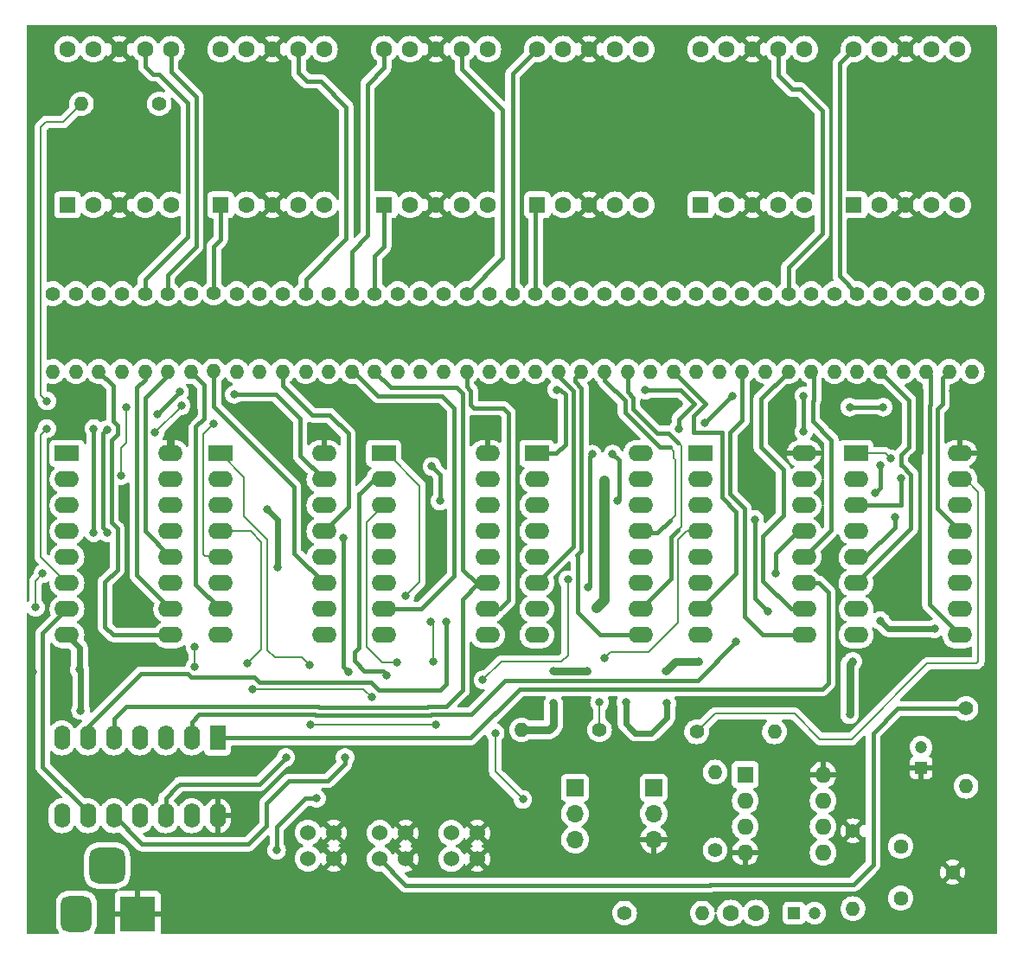
<source format=gbr>
%TF.GenerationSoftware,KiCad,Pcbnew,(6.0.2)*%
%TF.CreationDate,2022-08-16T16:31:06+04:00*%
%TF.ProjectId,ClockPCB,436c6f63-6b50-4434-922e-6b696361645f,rev?*%
%TF.SameCoordinates,Original*%
%TF.FileFunction,Copper,L2,Bot*%
%TF.FilePolarity,Positive*%
%FSLAX46Y46*%
G04 Gerber Fmt 4.6, Leading zero omitted, Abs format (unit mm)*
G04 Created by KiCad (PCBNEW (6.0.2)) date 2022-08-16 16:31:06*
%MOMM*%
%LPD*%
G01*
G04 APERTURE LIST*
G04 Aperture macros list*
%AMRoundRect*
0 Rectangle with rounded corners*
0 $1 Rounding radius*
0 $2 $3 $4 $5 $6 $7 $8 $9 X,Y pos of 4 corners*
0 Add a 4 corners polygon primitive as box body*
4,1,4,$2,$3,$4,$5,$6,$7,$8,$9,$2,$3,0*
0 Add four circle primitives for the rounded corners*
1,1,$1+$1,$2,$3*
1,1,$1+$1,$4,$5*
1,1,$1+$1,$6,$7*
1,1,$1+$1,$8,$9*
0 Add four rect primitives between the rounded corners*
20,1,$1+$1,$2,$3,$4,$5,0*
20,1,$1+$1,$4,$5,$6,$7,0*
20,1,$1+$1,$6,$7,$8,$9,0*
20,1,$1+$1,$8,$9,$2,$3,0*%
G04 Aperture macros list end*
%TA.AperFunction,ComponentPad*%
%ADD10O,2.400000X1.600000*%
%TD*%
%TA.AperFunction,ComponentPad*%
%ADD11R,2.400000X1.600000*%
%TD*%
%TA.AperFunction,ComponentPad*%
%ADD12R,3.500000X3.500000*%
%TD*%
%TA.AperFunction,ComponentPad*%
%ADD13RoundRect,0.750000X-0.750000X-1.000000X0.750000X-1.000000X0.750000X1.000000X-0.750000X1.000000X0*%
%TD*%
%TA.AperFunction,ComponentPad*%
%ADD14RoundRect,0.875000X-0.875000X-0.875000X0.875000X-0.875000X0.875000X0.875000X-0.875000X0.875000X0*%
%TD*%
%TA.AperFunction,ComponentPad*%
%ADD15R,1.200000X1.200000*%
%TD*%
%TA.AperFunction,ComponentPad*%
%ADD16C,1.200000*%
%TD*%
%TA.AperFunction,ComponentPad*%
%ADD17R,1.600000X1.600000*%
%TD*%
%TA.AperFunction,ComponentPad*%
%ADD18C,1.600000*%
%TD*%
%TA.AperFunction,ComponentPad*%
%ADD19O,1.700000X1.700000*%
%TD*%
%TA.AperFunction,ComponentPad*%
%ADD20R,1.700000X1.700000*%
%TD*%
%TA.AperFunction,ComponentPad*%
%ADD21O,1.600000X1.600000*%
%TD*%
%TA.AperFunction,ComponentPad*%
%ADD22R,1.600000X2.400000*%
%TD*%
%TA.AperFunction,ComponentPad*%
%ADD23O,1.600000X2.400000*%
%TD*%
%TA.AperFunction,ComponentPad*%
%ADD24C,1.524000*%
%TD*%
%TA.AperFunction,ComponentPad*%
%ADD25C,1.400000*%
%TD*%
%TA.AperFunction,ComponentPad*%
%ADD26O,1.400000X1.400000*%
%TD*%
%TA.AperFunction,ComponentPad*%
%ADD27C,1.440000*%
%TD*%
%TA.AperFunction,ViaPad*%
%ADD28C,0.800000*%
%TD*%
%TA.AperFunction,Conductor*%
%ADD29C,1.000000*%
%TD*%
%TA.AperFunction,Conductor*%
%ADD30C,0.400000*%
%TD*%
%TA.AperFunction,Conductor*%
%ADD31C,0.600000*%
%TD*%
%TA.AperFunction,Conductor*%
%ADD32C,0.200000*%
%TD*%
%TA.AperFunction,Conductor*%
%ADD33C,0.800000*%
%TD*%
G04 APERTURE END LIST*
D10*
%TO.P,U-Hx1,16,Vdd*%
%TO.N,VCC*%
X34035000Y-62825000D03*
%TO.P,U-Hx1,15,Reset*%
%TO.N,/HoursCount/Clk-Out*%
X34035000Y-65365000D03*
%TO.P,U-Hx1,14,c_Ungated*%
%TO.N,unconnected-(U-Hx1-Pad14)*%
X34035000Y-67905000D03*
%TO.P,U-Hx1,13,c*%
%TO.N,Net-(R35-Pad2)*%
X34035000Y-70445000D03*
%TO.P,U-Hx1,12,b*%
%TO.N,Net-(R34-Pad2)*%
X34035000Y-72985000D03*
%TO.P,U-Hx1,11,e*%
%TO.N,Net-(R37-Pad2)*%
X34035000Y-75525000D03*
%TO.P,U-Hx1,10,a*%
%TO.N,Net-(R33-Pad2)*%
X34035000Y-78065000D03*
%TO.P,U-Hx1,9,d*%
%TO.N,Net-(R36-Pad2)*%
X34035000Y-80605000D03*
%TO.P,U-Hx1,8,Vss*%
%TO.N,GND*%
X23875000Y-80605000D03*
%TO.P,U-Hx1,7,g*%
%TO.N,Net-(R38-Pad2)*%
X23875000Y-78065000D03*
%TO.P,U-Hx1,6,f*%
%TO.N,Net-(R-xx1-Pad2)*%
X23875000Y-75525000D03*
%TO.P,U-Hx1,5,Carry*%
%TO.N,unconnected-(U-Hx1-Pad5)*%
X23875000Y-72985000D03*
%TO.P,U-Hx1,4,Disp_Enable_Out*%
%TO.N,/HoursCount/Disp_En*%
X23875000Y-70445000D03*
%TO.P,U-Hx1,3,Disp_Enable*%
%TO.N,Net-(U-Hx1-Pad3)*%
X23875000Y-67905000D03*
%TO.P,U-Hx1,2,Clk_Inhibit*%
%TO.N,GND*%
X23875000Y-65365000D03*
D11*
%TO.P,U-Hx1,1,Clk*%
%TO.N,Net-(U-Hx1-Pad1)*%
X23875000Y-62825000D03*
%TD*%
D12*
%TO.P,J1,1*%
%TO.N,VCC*%
X30800000Y-107900000D03*
D13*
%TO.P,J1,2*%
%TO.N,GND*%
X24800000Y-107900000D03*
D14*
%TO.P,J1,3*%
X27800000Y-103200000D03*
%TD*%
D15*
%TO.P,C1,1*%
%TO.N,VCC*%
X107500000Y-93600000D03*
D16*
%TO.P,C1,2*%
%TO.N,GND*%
X107500000Y-91600000D03*
%TD*%
D17*
%TO.P,U-DMx1,1,E*%
%TO.N,Net-(R23-Pad1)*%
X54920000Y-38497500D03*
D18*
%TO.P,U-DMx1,2,D*%
%TO.N,Net-(R22-Pad1)*%
X57460000Y-38497500D03*
%TO.P,U-DMx1,3,CC*%
%TO.N,VCC*%
X60000000Y-38497500D03*
%TO.P,U-DMx1,4,C*%
%TO.N,Net-(R21-Pad1)*%
X62540000Y-38497500D03*
%TO.P,U-DMx1,5,DP*%
%TO.N,unconnected-(U-DMx1-Pad5)*%
X65080000Y-38497500D03*
%TO.P,U-DMx1,6,B*%
%TO.N,Net-(R20-Pad1)*%
X65080000Y-23257500D03*
%TO.P,U-DMx1,7,A*%
%TO.N,Net-(R19-Pad1)*%
X62540000Y-23257500D03*
%TO.P,U-DMx1,8,CC*%
%TO.N,VCC*%
X60000000Y-23257500D03*
%TO.P,U-DMx1,9,F*%
%TO.N,Net-(R24-Pad1)*%
X57460000Y-23257500D03*
%TO.P,U-DMx1,10,G*%
%TO.N,Net-(R25-Pad1)*%
X54920000Y-23257500D03*
%TD*%
D17*
%TO.P,U-DHx1,1,E*%
%TO.N,Net-(R37-Pad1)*%
X23920000Y-38497500D03*
D18*
%TO.P,U-DHx1,2,D*%
%TO.N,Net-(R36-Pad1)*%
X26460000Y-38497500D03*
%TO.P,U-DHx1,3,CC*%
%TO.N,VCC*%
X29000000Y-38497500D03*
%TO.P,U-DHx1,4,C*%
%TO.N,Net-(R35-Pad1)*%
X31540000Y-38497500D03*
%TO.P,U-DHx1,5,DP*%
%TO.N,unconnected-(U-DHx1-Pad5)*%
X34080000Y-38497500D03*
%TO.P,U-DHx1,6,B*%
%TO.N,Net-(R34-Pad1)*%
X34080000Y-23257500D03*
%TO.P,U-DHx1,7,A*%
%TO.N,Net-(R33-Pad1)*%
X31540000Y-23257500D03*
%TO.P,U-DHx1,8,CC*%
%TO.N,VCC*%
X29000000Y-23257500D03*
%TO.P,U-DHx1,9,F*%
%TO.N,Net-(R-xx1-Pad1)*%
X26460000Y-23257500D03*
%TO.P,U-DHx1,10,G*%
%TO.N,Net-(R38-Pad1)*%
X23920000Y-23257500D03*
%TD*%
D17*
%TO.P,U-DxH1,1,E*%
%TO.N,Net-(R43-Pad1)*%
X38920000Y-38497500D03*
D18*
%TO.P,U-DxH1,2,D*%
%TO.N,Net-(R42-Pad1)*%
X41460000Y-38497500D03*
%TO.P,U-DxH1,3,CC*%
%TO.N,VCC*%
X44000000Y-38497500D03*
%TO.P,U-DxH1,4,C*%
%TO.N,Net-(R41-Pad1)*%
X46540000Y-38497500D03*
%TO.P,U-DxH1,5,DP*%
%TO.N,unconnected-(U-DxH1-Pad5)*%
X49080000Y-38497500D03*
%TO.P,U-DxH1,6,B*%
%TO.N,Net-(R40-Pad1)*%
X49080000Y-23257500D03*
%TO.P,U-DxH1,7,A*%
%TO.N,Net-(R39-Pad1)*%
X46540000Y-23257500D03*
%TO.P,U-DxH1,8,CC*%
%TO.N,VCC*%
X44000000Y-23257500D03*
%TO.P,U-DxH1,9,F*%
%TO.N,Net-(R44-Pad1)*%
X41460000Y-23257500D03*
%TO.P,U-DxH1,10,G*%
%TO.N,Net-(R45-Pad1)*%
X38920000Y-23257500D03*
%TD*%
D17*
%TO.P,U-DSx1,1,E*%
%TO.N,Net-(R9-Pad1)*%
X85920000Y-38497500D03*
D18*
%TO.P,U-DSx1,2,D*%
%TO.N,Net-(R8-Pad1)*%
X88460000Y-38497500D03*
%TO.P,U-DSx1,3,CC*%
%TO.N,VCC*%
X91000000Y-38497500D03*
%TO.P,U-DSx1,4,C*%
%TO.N,Net-(R7-Pad1)*%
X93540000Y-38497500D03*
%TO.P,U-DSx1,5,DP*%
%TO.N,unconnected-(U-DSx1-Pad5)*%
X96080000Y-38497500D03*
%TO.P,U-DSx1,6,B*%
%TO.N,Net-(R6-Pad1)*%
X96080000Y-23257500D03*
%TO.P,U-DSx1,7,A*%
%TO.N,Net-(R5-Pad1)*%
X93540000Y-23257500D03*
%TO.P,U-DSx1,8,CC*%
%TO.N,VCC*%
X91000000Y-23257500D03*
%TO.P,U-DSx1,9,F*%
%TO.N,Net-(R10-Pad1)*%
X88460000Y-23257500D03*
%TO.P,U-DSx1,10,G*%
%TO.N,Net-(R11-Pad1)*%
X85920000Y-23257500D03*
%TD*%
D17*
%TO.P,U-DxS1,1,E*%
%TO.N,Net-(R16-Pad1)*%
X100920000Y-38497500D03*
D18*
%TO.P,U-DxS1,2,D*%
%TO.N,Net-(R15-Pad1)*%
X103460000Y-38497500D03*
%TO.P,U-DxS1,3,CC*%
%TO.N,VCC*%
X106000000Y-38497500D03*
%TO.P,U-DxS1,4,C*%
%TO.N,Net-(R14-Pad1)*%
X108540000Y-38497500D03*
%TO.P,U-DxS1,5,DP*%
%TO.N,unconnected-(U-DxS1-Pad5)*%
X111080000Y-38497500D03*
%TO.P,U-DxS1,6,B*%
%TO.N,Net-(R13-Pad1)*%
X111080000Y-23257500D03*
%TO.P,U-DxS1,7,A*%
%TO.N,Net-(R12-Pad1)*%
X108540000Y-23257500D03*
%TO.P,U-DxS1,8,CC*%
%TO.N,VCC*%
X106000000Y-23257500D03*
%TO.P,U-DxS1,9,F*%
%TO.N,Net-(R17-Pad1)*%
X103460000Y-23257500D03*
%TO.P,U-DxS1,10,G*%
%TO.N,Net-(R18-Pad1)*%
X100920000Y-23257500D03*
%TD*%
D17*
%TO.P,U-DxM1,1,E*%
%TO.N,Net-(R30-Pad1)*%
X69920000Y-38497500D03*
D18*
%TO.P,U-DxM1,2,D*%
%TO.N,Net-(R29-Pad1)*%
X72460000Y-38497500D03*
%TO.P,U-DxM1,3,CC*%
%TO.N,VCC*%
X75000000Y-38497500D03*
%TO.P,U-DxM1,4,C*%
%TO.N,Net-(R28-Pad1)*%
X77540000Y-38497500D03*
%TO.P,U-DxM1,5,DP*%
%TO.N,unconnected-(U-DxM1-Pad5)*%
X80080000Y-38497500D03*
%TO.P,U-DxM1,6,B*%
%TO.N,Net-(R27-Pad1)*%
X80080000Y-23257500D03*
%TO.P,U-DxM1,7,A*%
%TO.N,Net-(R26-Pad1)*%
X77540000Y-23257500D03*
%TO.P,U-DxM1,8,CC*%
%TO.N,VCC*%
X75000000Y-23257500D03*
%TO.P,U-DxM1,9,F*%
%TO.N,Net-(R31-Pad1)*%
X72460000Y-23257500D03*
%TO.P,U-DxM1,10,G*%
%TO.N,Net-(R32-Pad1)*%
X69920000Y-23257500D03*
%TD*%
D19*
%TO.P,TimeSet,3,C*%
%TO.N,Net-(R4-Pad1)*%
X73600000Y-100640000D03*
%TO.P,TimeSet,2,B*%
%TO.N,/SecondsCount/Clock-In*%
X73600000Y-98100000D03*
D20*
%TO.P,TimeSet,1,A*%
%TO.N,/clock-circuit/Clock*%
X73600000Y-95560000D03*
%TD*%
%TO.P,Display,1,A*%
%TO.N,GND*%
X81325000Y-95575000D03*
D19*
%TO.P,Display,2,B*%
%TO.N,/SecondsCount/Disp_In*%
X81325000Y-98115000D03*
%TO.P,Display,3,C*%
%TO.N,VCC*%
X81325000Y-100655000D03*
%TD*%
D17*
%TO.P,U2,1,GND*%
%TO.N,GND*%
X90280000Y-94290000D03*
D21*
%TO.P,U2,2,TR*%
%TO.N,Net-(Ctime1-Pad1)*%
X90280000Y-96830000D03*
%TO.P,U2,3,Q*%
%TO.N,/clock-circuit/Clock*%
X90280000Y-99370000D03*
%TO.P,U2,4,R*%
%TO.N,VCC*%
X90280000Y-101910000D03*
%TO.P,U2,5,CV*%
%TO.N,Net-(Cd1-Pad1)*%
X97900000Y-101910000D03*
%TO.P,U2,6,THR*%
%TO.N,Net-(Ctime1-Pad1)*%
X97900000Y-99370000D03*
%TO.P,U2,7,DIS*%
%TO.N,Net-(Ra1-Pad2)*%
X97900000Y-96830000D03*
%TO.P,U2,8,VCC*%
%TO.N,VCC*%
X97900000Y-94290000D03*
%TD*%
D22*
%TO.P,U1,1*%
%TO.N,Net-(R9-Pad2)*%
X38620000Y-90700000D03*
D23*
%TO.P,U1,2*%
%TO.N,Net-(R7-Pad2)*%
X36080000Y-90700000D03*
%TO.P,U1,3*%
%TO.N,/MinutesCount/Clock-In*%
X33540000Y-90700000D03*
%TO.P,U1,4*%
%TO.N,/HoursCount/Clock-In*%
X31000000Y-90700000D03*
%TO.P,U1,5*%
%TO.N,Net-(R23-Pad2)*%
X28460000Y-90700000D03*
%TO.P,U1,6*%
%TO.N,Net-(R21-Pad2)*%
X25920000Y-90700000D03*
%TO.P,U1,7,VSS*%
%TO.N,GND*%
X23380000Y-90700000D03*
%TO.P,U1,8*%
%TO.N,Net-(U1-Pad11)*%
X23380000Y-98320000D03*
%TO.P,U1,9*%
%TO.N,Net-(R38-Pad2)*%
X25920000Y-98320000D03*
%TO.P,U1,10*%
%TO.N,/HoursCount/Clk-Out*%
X28460000Y-98320000D03*
%TO.P,U1,11*%
%TO.N,Net-(U1-Pad11)*%
X31000000Y-98320000D03*
%TO.P,U1,12*%
%TO.N,Net-(R44-Pad2)*%
X33540000Y-98320000D03*
%TO.P,U1,13*%
%TO.N,Net-(R40-Pad2)*%
X36080000Y-98320000D03*
%TO.P,U1,14,VDD*%
%TO.N,VCC*%
X38620000Y-98320000D03*
%TD*%
D11*
%TO.P,U-xS1,1,Clk*%
%TO.N,/SecondsCount/Clock-In*%
X101125000Y-62825000D03*
D10*
%TO.P,U-xS1,2,Clk_Inhibit*%
%TO.N,GND*%
X101125000Y-65365000D03*
%TO.P,U-xS1,3,Disp_Enable*%
%TO.N,/SecondsCount/Disp_In*%
X101125000Y-67905000D03*
%TO.P,U-xS1,4,Disp_Enable_Out*%
%TO.N,Net-(U-Sx1-Pad3)*%
X101125000Y-70445000D03*
%TO.P,U-xS1,5,Carry*%
%TO.N,Net-(U-Sx1-Pad1)*%
X101125000Y-72985000D03*
%TO.P,U-xS1,6,f*%
%TO.N,Net-(R17-Pad2)*%
X101125000Y-75525000D03*
%TO.P,U-xS1,7,g*%
%TO.N,Net-(R18-Pad2)*%
X101125000Y-78065000D03*
%TO.P,U-xS1,8,Vss*%
%TO.N,GND*%
X101125000Y-80605000D03*
%TO.P,U-xS1,9,d*%
%TO.N,Net-(R15-Pad2)*%
X111285000Y-80605000D03*
%TO.P,U-xS1,10,a*%
%TO.N,Net-(R12-Pad2)*%
X111285000Y-78065000D03*
%TO.P,U-xS1,11,e*%
%TO.N,Net-(R16-Pad2)*%
X111285000Y-75525000D03*
%TO.P,U-xS1,12,b*%
%TO.N,Net-(R13-Pad2)*%
X111285000Y-72985000D03*
%TO.P,U-xS1,13,c*%
%TO.N,Net-(R14-Pad2)*%
X111285000Y-70445000D03*
%TO.P,U-xS1,14,c_Ungated*%
%TO.N,unconnected-(U-xS1-Pad14)*%
X111285000Y-67905000D03*
%TO.P,U-xS1,15,Reset*%
%TO.N,/SecondsCount/Reset*%
X111285000Y-65365000D03*
%TO.P,U-xS1,16,Vdd*%
%TO.N,VCC*%
X111285000Y-62825000D03*
%TD*%
%TO.P,U-xM1,16,Vdd*%
%TO.N,VCC*%
X80035000Y-62825000D03*
%TO.P,U-xM1,15,Reset*%
%TO.N,GND*%
X80035000Y-65365000D03*
%TO.P,U-xM1,14,c_Ungated*%
%TO.N,unconnected-(U-xM1-Pad14)*%
X80035000Y-67905000D03*
%TO.P,U-xM1,13,c*%
%TO.N,Net-(R28-Pad2)*%
X80035000Y-70445000D03*
%TO.P,U-xM1,12,b*%
%TO.N,Net-(R27-Pad2)*%
X80035000Y-72985000D03*
%TO.P,U-xM1,11,e*%
%TO.N,Net-(R30-Pad2)*%
X80035000Y-75525000D03*
%TO.P,U-xM1,10,a*%
%TO.N,Net-(R26-Pad2)*%
X80035000Y-78065000D03*
%TO.P,U-xM1,9,d*%
%TO.N,Net-(R29-Pad2)*%
X80035000Y-80605000D03*
%TO.P,U-xM1,8,Vss*%
%TO.N,GND*%
X69875000Y-80605000D03*
%TO.P,U-xM1,7,g*%
%TO.N,Net-(R32-Pad2)*%
X69875000Y-78065000D03*
%TO.P,U-xM1,6,f*%
%TO.N,Net-(R31-Pad2)*%
X69875000Y-75525000D03*
%TO.P,U-xM1,5,Carry*%
%TO.N,Net-(U-Mx1-Pad1)*%
X69875000Y-72985000D03*
%TO.P,U-xM1,4,Disp_Enable_Out*%
%TO.N,Net-(U-Mx1-Pad3)*%
X69875000Y-70445000D03*
%TO.P,U-xM1,3,Disp_Enable*%
%TO.N,/MinutesCount/Disp_In*%
X69875000Y-67905000D03*
%TO.P,U-xM1,2,Clk_Inhibit*%
%TO.N,GND*%
X69875000Y-65365000D03*
D11*
%TO.P,U-xM1,1,Clk*%
%TO.N,/MinutesCount/Clock-In*%
X69875000Y-62825000D03*
%TD*%
%TO.P,U-xH1,1,Clk*%
%TO.N,/HoursCount/Clock-In*%
X38875000Y-62825000D03*
D10*
%TO.P,U-xH1,2,Clk_Inhibit*%
%TO.N,GND*%
X38875000Y-65365000D03*
%TO.P,U-xH1,3,Disp_Enable*%
%TO.N,/HoursCount/Disp_In*%
X38875000Y-67905000D03*
%TO.P,U-xH1,4,Disp_Enable_Out*%
%TO.N,Net-(U-Hx1-Pad3)*%
X38875000Y-70445000D03*
%TO.P,U-xH1,5,Carry*%
%TO.N,Net-(U-Hx1-Pad1)*%
X38875000Y-72985000D03*
%TO.P,U-xH1,6,f*%
%TO.N,Net-(R44-Pad2)*%
X38875000Y-75525000D03*
%TO.P,U-xH1,7,g*%
%TO.N,Net-(R45-Pad2)*%
X38875000Y-78065000D03*
%TO.P,U-xH1,8,Vss*%
%TO.N,GND*%
X38875000Y-80605000D03*
%TO.P,U-xH1,9,d*%
%TO.N,Net-(R42-Pad2)*%
X49035000Y-80605000D03*
%TO.P,U-xH1,10,a*%
%TO.N,Net-(R39-Pad2)*%
X49035000Y-78065000D03*
%TO.P,U-xH1,11,e*%
%TO.N,Net-(R43-Pad2)*%
X49035000Y-75525000D03*
%TO.P,U-xH1,12,b*%
%TO.N,Net-(R40-Pad2)*%
X49035000Y-72985000D03*
%TO.P,U-xH1,13,c*%
%TO.N,Net-(R41-Pad2)*%
X49035000Y-70445000D03*
%TO.P,U-xH1,14,c_Ungated*%
%TO.N,unconnected-(U-xH1-Pad14)*%
X49035000Y-67905000D03*
%TO.P,U-xH1,15,Reset*%
%TO.N,/HoursCount/Clk-Out*%
X49035000Y-65365000D03*
%TO.P,U-xH1,16,Vdd*%
%TO.N,VCC*%
X49035000Y-62825000D03*
%TD*%
D11*
%TO.P,U-Sx1,1,Clk*%
%TO.N,Net-(U-Sx1-Pad1)*%
X85875000Y-62825000D03*
D10*
%TO.P,U-Sx1,2,Clk_Inhibit*%
%TO.N,GND*%
X85875000Y-65365000D03*
%TO.P,U-Sx1,3,Disp_Enable*%
%TO.N,Net-(U-Sx1-Pad3)*%
X85875000Y-67905000D03*
%TO.P,U-Sx1,4,Disp_Enable_Out*%
%TO.N,/MinutesCount/Disp_In*%
X85875000Y-70445000D03*
%TO.P,U-Sx1,5,Carry*%
%TO.N,unconnected-(U-Sx1-Pad5)*%
X85875000Y-72985000D03*
%TO.P,U-Sx1,6,f*%
%TO.N,Net-(R10-Pad2)*%
X85875000Y-75525000D03*
%TO.P,U-Sx1,7,g*%
%TO.N,Net-(R11-Pad2)*%
X85875000Y-78065000D03*
%TO.P,U-Sx1,8,Vss*%
%TO.N,GND*%
X85875000Y-80605000D03*
%TO.P,U-Sx1,9,d*%
%TO.N,Net-(R8-Pad2)*%
X96035000Y-80605000D03*
%TO.P,U-Sx1,10,a*%
%TO.N,Net-(R5-Pad2)*%
X96035000Y-78065000D03*
%TO.P,U-Sx1,11,e*%
%TO.N,Net-(R9-Pad2)*%
X96035000Y-75525000D03*
%TO.P,U-Sx1,12,b*%
%TO.N,Net-(R6-Pad2)*%
X96035000Y-72985000D03*
%TO.P,U-Sx1,13,c*%
%TO.N,Net-(R7-Pad2)*%
X96035000Y-70445000D03*
%TO.P,U-Sx1,14,c_Ungated*%
%TO.N,unconnected-(U-Sx1-Pad14)*%
X96035000Y-67905000D03*
%TO.P,U-Sx1,15,Reset*%
%TO.N,/MinutesCount/Clock-In*%
X96035000Y-65365000D03*
%TO.P,U-Sx1,16,Vdd*%
%TO.N,VCC*%
X96035000Y-62825000D03*
%TD*%
D11*
%TO.P,U-Mx1,1,Clk*%
%TO.N,Net-(U-Mx1-Pad1)*%
X54875000Y-62825000D03*
D10*
%TO.P,U-Mx1,2,Clk_Inhibit*%
%TO.N,GND*%
X54875000Y-65365000D03*
%TO.P,U-Mx1,3,Disp_Enable*%
%TO.N,Net-(U-Mx1-Pad3)*%
X54875000Y-67905000D03*
%TO.P,U-Mx1,4,Disp_Enable_Out*%
%TO.N,/HoursCount/Disp_In*%
X54875000Y-70445000D03*
%TO.P,U-Mx1,5,Carry*%
%TO.N,unconnected-(U-Mx1-Pad5)*%
X54875000Y-72985000D03*
%TO.P,U-Mx1,6,f*%
%TO.N,Net-(R24-Pad2)*%
X54875000Y-75525000D03*
%TO.P,U-Mx1,7,g*%
%TO.N,Net-(R25-Pad2)*%
X54875000Y-78065000D03*
%TO.P,U-Mx1,8,Vss*%
%TO.N,GND*%
X54875000Y-80605000D03*
%TO.P,U-Mx1,9,d*%
%TO.N,Net-(R22-Pad2)*%
X65035000Y-80605000D03*
%TO.P,U-Mx1,10,a*%
%TO.N,Net-(R19-Pad2)*%
X65035000Y-78065000D03*
%TO.P,U-Mx1,11,e*%
%TO.N,Net-(R23-Pad2)*%
X65035000Y-75525000D03*
%TO.P,U-Mx1,12,b*%
%TO.N,Net-(R20-Pad2)*%
X65035000Y-72985000D03*
%TO.P,U-Mx1,13,c*%
%TO.N,Net-(R21-Pad2)*%
X65035000Y-70445000D03*
%TO.P,U-Mx1,14,c_Ungated*%
%TO.N,unconnected-(U-Mx1-Pad14)*%
X65035000Y-67905000D03*
%TO.P,U-Mx1,15,Reset*%
%TO.N,/HoursCount/Clock-In*%
X65035000Y-65365000D03*
%TO.P,U-Mx1,16,Vdd*%
%TO.N,VCC*%
X65035000Y-62825000D03*
%TD*%
D24*
%TO.P,Zero,1,1*%
%TO.N,/SecondsCount/Reset*%
X61500000Y-100000000D03*
X61500000Y-102540000D03*
%TO.P,Zero,2,2*%
%TO.N,VCC*%
X64040000Y-102540000D03*
X64040000Y-100000000D03*
%TD*%
D25*
%TO.P,Rb1,1*%
%TO.N,Net-(Ctime1-Pad1)*%
X87330000Y-101650000D03*
D26*
%TO.P,Rb1,2*%
%TO.N,Net-(Ra1-Pad2)*%
X87330000Y-94030000D03*
%TD*%
D27*
%TO.P,RaTune1,1,1*%
%TO.N,Net-(Ra1-Pad2)*%
X105500000Y-106380000D03*
%TO.P,RaTune1,2,2*%
%TO.N,VCC*%
X110580000Y-103840000D03*
%TO.P,RaTune1,3,3*%
%TO.N,unconnected-(RaTune1-Pad3)*%
X105500000Y-101300000D03*
%TD*%
D25*
%TO.P,Ra1,1*%
%TO.N,VCC*%
X100830000Y-99780000D03*
D26*
%TO.P,Ra1,2*%
%TO.N,Net-(Ra1-Pad2)*%
X100830000Y-107400000D03*
%TD*%
%TO.P,R45,2*%
%TO.N,Net-(R45-Pad2)*%
X36000000Y-54810000D03*
D25*
%TO.P,R45,1*%
%TO.N,Net-(R45-Pad1)*%
X36000000Y-47190000D03*
%TD*%
D26*
%TO.P,R44,2*%
%TO.N,Net-(R44-Pad2)*%
X40500000Y-54810000D03*
D25*
%TO.P,R44,1*%
%TO.N,Net-(R44-Pad1)*%
X40500000Y-47190000D03*
%TD*%
%TO.P,R43,1*%
%TO.N,Net-(R43-Pad1)*%
X38250000Y-47130000D03*
D26*
%TO.P,R43,2*%
%TO.N,Net-(R43-Pad2)*%
X38250000Y-54750000D03*
%TD*%
%TO.P,R42,2*%
%TO.N,Net-(R42-Pad2)*%
X42750000Y-54810000D03*
D25*
%TO.P,R42,1*%
%TO.N,Net-(R42-Pad1)*%
X42750000Y-47190000D03*
%TD*%
D26*
%TO.P,R41,2*%
%TO.N,Net-(R41-Pad2)*%
X45000000Y-54810000D03*
D25*
%TO.P,R41,1*%
%TO.N,Net-(R41-Pad1)*%
X45000000Y-47190000D03*
%TD*%
D26*
%TO.P,R40,2*%
%TO.N,Net-(R40-Pad2)*%
X49500000Y-54810000D03*
D25*
%TO.P,R40,1*%
%TO.N,Net-(R40-Pad1)*%
X49500000Y-47190000D03*
%TD*%
D26*
%TO.P,R39,2*%
%TO.N,Net-(R39-Pad2)*%
X47250000Y-54810000D03*
D25*
%TO.P,R39,1*%
%TO.N,Net-(R39-Pad1)*%
X47250000Y-47190000D03*
%TD*%
D26*
%TO.P,R38,2*%
%TO.N,Net-(R38-Pad2)*%
X22500000Y-54810000D03*
D25*
%TO.P,R38,1*%
%TO.N,Net-(R38-Pad1)*%
X22500000Y-47190000D03*
%TD*%
D26*
%TO.P,R37,2*%
%TO.N,Net-(R37-Pad2)*%
X24750000Y-54810000D03*
D25*
%TO.P,R37,1*%
%TO.N,Net-(R37-Pad1)*%
X24750000Y-47190000D03*
%TD*%
D26*
%TO.P,R36,2*%
%TO.N,Net-(R36-Pad2)*%
X27000000Y-54810000D03*
D25*
%TO.P,R36,1*%
%TO.N,Net-(R36-Pad1)*%
X27000000Y-47190000D03*
%TD*%
D26*
%TO.P,R35,2*%
%TO.N,Net-(R35-Pad2)*%
X29250000Y-54810000D03*
D25*
%TO.P,R35,1*%
%TO.N,Net-(R35-Pad1)*%
X29250000Y-47190000D03*
%TD*%
D26*
%TO.P,R34,2*%
%TO.N,Net-(R34-Pad2)*%
X33750000Y-54810000D03*
D25*
%TO.P,R34,1*%
%TO.N,Net-(R34-Pad1)*%
X33750000Y-47190000D03*
%TD*%
D26*
%TO.P,R33,2*%
%TO.N,Net-(R33-Pad2)*%
X31500000Y-54810000D03*
D25*
%TO.P,R33,1*%
%TO.N,Net-(R33-Pad1)*%
X31500000Y-47190000D03*
%TD*%
D26*
%TO.P,R32,2*%
%TO.N,Net-(R32-Pad2)*%
X67500000Y-54810000D03*
D25*
%TO.P,R32,1*%
%TO.N,Net-(R32-Pad1)*%
X67500000Y-47190000D03*
%TD*%
D26*
%TO.P,R31,2*%
%TO.N,Net-(R31-Pad2)*%
X72000000Y-54810000D03*
D25*
%TO.P,R31,1*%
%TO.N,Net-(R31-Pad1)*%
X72000000Y-47190000D03*
%TD*%
D26*
%TO.P,R30,2*%
%TO.N,Net-(R30-Pad2)*%
X69750000Y-54810000D03*
D25*
%TO.P,R30,1*%
%TO.N,Net-(R30-Pad1)*%
X69750000Y-47190000D03*
%TD*%
D26*
%TO.P,R29,2*%
%TO.N,Net-(R29-Pad2)*%
X74250000Y-54810000D03*
D25*
%TO.P,R29,1*%
%TO.N,Net-(R29-Pad1)*%
X74250000Y-47190000D03*
%TD*%
D26*
%TO.P,R28,2*%
%TO.N,Net-(R28-Pad2)*%
X76500000Y-54810000D03*
D25*
%TO.P,R28,1*%
%TO.N,Net-(R28-Pad1)*%
X76500000Y-47190000D03*
%TD*%
D26*
%TO.P,R27,2*%
%TO.N,Net-(R27-Pad2)*%
X81000000Y-54810000D03*
D25*
%TO.P,R27,1*%
%TO.N,Net-(R27-Pad1)*%
X81000000Y-47190000D03*
%TD*%
D26*
%TO.P,R26,2*%
%TO.N,Net-(R26-Pad2)*%
X78750000Y-54810000D03*
D25*
%TO.P,R26,1*%
%TO.N,Net-(R26-Pad1)*%
X78750000Y-47190000D03*
%TD*%
D26*
%TO.P,R25,2*%
%TO.N,Net-(R25-Pad2)*%
X51750000Y-54810000D03*
D25*
%TO.P,R25,1*%
%TO.N,Net-(R25-Pad1)*%
X51750000Y-47190000D03*
%TD*%
D26*
%TO.P,R24,2*%
%TO.N,Net-(R24-Pad2)*%
X56250000Y-54810000D03*
D25*
%TO.P,R24,1*%
%TO.N,Net-(R24-Pad1)*%
X56250000Y-47190000D03*
%TD*%
D26*
%TO.P,R23,2*%
%TO.N,Net-(R23-Pad2)*%
X54000000Y-54810000D03*
D25*
%TO.P,R23,1*%
%TO.N,Net-(R23-Pad1)*%
X54000000Y-47190000D03*
%TD*%
D26*
%TO.P,R22,2*%
%TO.N,Net-(R22-Pad2)*%
X58500000Y-54810000D03*
D25*
%TO.P,R22,1*%
%TO.N,Net-(R22-Pad1)*%
X58500000Y-47190000D03*
%TD*%
D26*
%TO.P,R21,2*%
%TO.N,Net-(R21-Pad2)*%
X60750000Y-54810000D03*
D25*
%TO.P,R21,1*%
%TO.N,Net-(R21-Pad1)*%
X60750000Y-47190000D03*
%TD*%
D26*
%TO.P,R20,2*%
%TO.N,Net-(R20-Pad2)*%
X65250000Y-54810000D03*
D25*
%TO.P,R20,1*%
%TO.N,Net-(R20-Pad1)*%
X65250000Y-47190000D03*
%TD*%
D26*
%TO.P,R19,2*%
%TO.N,Net-(R19-Pad2)*%
X63000000Y-54810000D03*
D25*
%TO.P,R19,1*%
%TO.N,Net-(R19-Pad1)*%
X63000000Y-47190000D03*
%TD*%
D26*
%TO.P,R18,2*%
%TO.N,Net-(R18-Pad2)*%
X101250000Y-54810000D03*
D25*
%TO.P,R18,1*%
%TO.N,Net-(R18-Pad1)*%
X101250000Y-47190000D03*
%TD*%
D26*
%TO.P,R17,2*%
%TO.N,Net-(R17-Pad2)*%
X103500000Y-54810000D03*
D25*
%TO.P,R17,1*%
%TO.N,Net-(R17-Pad1)*%
X103500000Y-47190000D03*
%TD*%
D26*
%TO.P,R16,2*%
%TO.N,Net-(R16-Pad2)*%
X105750000Y-54810000D03*
D25*
%TO.P,R16,1*%
%TO.N,Net-(R16-Pad1)*%
X105750000Y-47190000D03*
%TD*%
D26*
%TO.P,R15,2*%
%TO.N,Net-(R15-Pad2)*%
X108000000Y-54810000D03*
D25*
%TO.P,R15,1*%
%TO.N,Net-(R15-Pad1)*%
X108000000Y-47190000D03*
%TD*%
D26*
%TO.P,R14,2*%
%TO.N,Net-(R14-Pad2)*%
X110250000Y-54810000D03*
D25*
%TO.P,R14,1*%
%TO.N,Net-(R14-Pad1)*%
X110250000Y-47190000D03*
%TD*%
D26*
%TO.P,R13,2*%
%TO.N,Net-(R13-Pad2)*%
X112500000Y-54810000D03*
D25*
%TO.P,R13,1*%
%TO.N,Net-(R13-Pad1)*%
X112500000Y-47190000D03*
%TD*%
D26*
%TO.P,R12,2*%
%TO.N,Net-(R12-Pad2)*%
X99000000Y-54810000D03*
D25*
%TO.P,R12,1*%
%TO.N,Net-(R12-Pad1)*%
X99000000Y-47190000D03*
%TD*%
%TO.P,R11,1*%
%TO.N,Net-(R11-Pad1)*%
X83250000Y-47190000D03*
D26*
%TO.P,R11,2*%
%TO.N,Net-(R11-Pad2)*%
X83250000Y-54810000D03*
%TD*%
D25*
%TO.P,R10,1*%
%TO.N,Net-(R10-Pad1)*%
X85500000Y-47190000D03*
D26*
%TO.P,R10,2*%
%TO.N,Net-(R10-Pad2)*%
X85500000Y-54810000D03*
%TD*%
D25*
%TO.P,R9,1*%
%TO.N,Net-(R9-Pad1)*%
X87750000Y-47190000D03*
D26*
%TO.P,R9,2*%
%TO.N,Net-(R9-Pad2)*%
X87750000Y-54810000D03*
%TD*%
D25*
%TO.P,R8,1*%
%TO.N,Net-(R8-Pad1)*%
X90000000Y-47190000D03*
D26*
%TO.P,R8,2*%
%TO.N,Net-(R8-Pad2)*%
X90000000Y-54810000D03*
%TD*%
D25*
%TO.P,R7,1*%
%TO.N,Net-(R7-Pad1)*%
X92250000Y-47190000D03*
D26*
%TO.P,R7,2*%
%TO.N,Net-(R7-Pad2)*%
X92250000Y-54810000D03*
%TD*%
%TO.P,R6,2*%
%TO.N,Net-(R6-Pad2)*%
X96750000Y-54810000D03*
D25*
%TO.P,R6,1*%
%TO.N,Net-(R6-Pad1)*%
X96750000Y-47190000D03*
%TD*%
D26*
%TO.P,R5,2*%
%TO.N,Net-(R5-Pad2)*%
X94500000Y-54810000D03*
D25*
%TO.P,R5,1*%
%TO.N,Net-(R5-Pad1)*%
X94500000Y-47190000D03*
%TD*%
%TO.P,R4,1*%
%TO.N,Net-(R4-Pad1)*%
X78460000Y-107840000D03*
D26*
%TO.P,R4,2*%
%TO.N,GND*%
X86080000Y-107840000D03*
%TD*%
D25*
%TO.P,R3,1*%
%TO.N,/SecondsCount/Reset*%
X85520000Y-90090000D03*
D26*
%TO.P,R3,2*%
%TO.N,GND*%
X93140000Y-90090000D03*
%TD*%
D25*
%TO.P,R2,1*%
%TO.N,/MinutesCount/Clock-In*%
X111900000Y-87800000D03*
D26*
%TO.P,R2,2*%
%TO.N,GND*%
X111900000Y-95420000D03*
%TD*%
D25*
%TO.P,R1,1*%
%TO.N,/HoursCount/Clock-In*%
X76010000Y-89900000D03*
D26*
%TO.P,R1,2*%
%TO.N,GND*%
X68390000Y-89900000D03*
%TD*%
D25*
%TO.P,R-xx1,1*%
%TO.N,Net-(R-xx1-Pad1)*%
X32900000Y-28600000D03*
D26*
%TO.P,R-xx1,2*%
%TO.N,Net-(R-xx1-Pad2)*%
X25280000Y-28600000D03*
%TD*%
D24*
%TO.P,Minute,1,1*%
%TO.N,/MinutesCount/Clock-In*%
X54500000Y-100000000D03*
X54500000Y-102540000D03*
%TO.P,Minute,2,2*%
%TO.N,VCC*%
X57040000Y-102540000D03*
X57040000Y-100000000D03*
%TD*%
%TO.P,Hour,2,2*%
%TO.N,VCC*%
X50000000Y-99960000D03*
X50000000Y-102500000D03*
%TO.P,Hour,1,1*%
%TO.N,/HoursCount/Clock-In*%
X47460000Y-102500000D03*
X47460000Y-99960000D03*
%TD*%
D15*
%TO.P,Ctime1,1*%
%TO.N,Net-(Ctime1-Pad1)*%
X95080000Y-107840000D03*
D16*
%TO.P,Ctime1,2*%
%TO.N,GND*%
X97080000Y-107840000D03*
%TD*%
D18*
%TO.P,Cd1,1*%
%TO.N,Net-(Cd1-Pad1)*%
X88830000Y-107840000D03*
%TO.P,Cd1,2*%
%TO.N,GND*%
X91330000Y-107840000D03*
%TD*%
D28*
%TO.N,VCC*%
X63700000Y-60500000D03*
X65700000Y-57000000D03*
X83800000Y-58000000D03*
X71400000Y-58400000D03*
X75900000Y-58200000D03*
X81300000Y-58000000D03*
X105000000Y-59400000D03*
X106700000Y-63200000D03*
X107272594Y-56500480D03*
X110600000Y-56700000D03*
%TO.N,GND*%
X78600000Y-87200000D03*
X82600000Y-87300000D03*
X43500000Y-68300000D03*
X44500000Y-74000000D03*
X55200000Y-84600000D03*
X75700000Y-78000000D03*
X76500000Y-65500000D03*
%TO.N,VCC*%
X40200000Y-58600000D03*
%TO.N,Net-(U-Hx1-Pad3)*%
X20800000Y-77900000D03*
X21500000Y-74600000D03*
%TO.N,VCC*%
X20500000Y-84200000D03*
X23300000Y-84200000D03*
X23300000Y-86800000D03*
X26900000Y-86800000D03*
X27100000Y-81000000D03*
X30400000Y-79300000D03*
X30400000Y-76700000D03*
%TO.N,Net-(R-xx1-Pad2)*%
X21900000Y-60400000D03*
X21900000Y-57700000D03*
%TO.N,Net-(R30-Pad2)*%
X77300000Y-62900000D03*
X77800000Y-67500000D03*
%TO.N,VCC*%
X90200000Y-64000000D03*
X92700000Y-65900000D03*
X93400000Y-62200000D03*
X98800000Y-60100000D03*
X93500000Y-59300000D03*
%TO.N,Net-(R18-Pad2)*%
X103000000Y-66700000D03*
X103500000Y-64000000D03*
%TO.N,VCC*%
X36300480Y-58600000D03*
X60400000Y-59400000D03*
X49000000Y-57800000D03*
X49000000Y-60500000D03*
%TO.N,GND*%
X100800000Y-83200000D03*
X100500000Y-88400000D03*
X71500000Y-87300000D03*
X85700000Y-83200000D03*
X82500000Y-84100500D03*
X74800000Y-84100000D03*
X71500000Y-84100000D03*
X25100000Y-84000000D03*
X25200000Y-88000000D03*
X108800000Y-80000000D03*
X103500000Y-79200000D03*
%TO.N,/HoursCount/Disp_In*%
X53700000Y-86700500D03*
X42000000Y-85900000D03*
X36400000Y-83700000D03*
X36400000Y-81800000D03*
%TO.N,/HoursCount/Clock-In*%
X60000000Y-89400000D03*
X47700000Y-89400000D03*
X47650000Y-83550000D03*
%TO.N,/HoursCount/Clk-Out*%
X29700000Y-58300000D03*
X32700000Y-59000000D03*
X34900000Y-56800000D03*
X29200000Y-65000000D03*
X40250000Y-57050000D03*
%TO.N,Net-(U-Mx1-Pad3)*%
X56200000Y-83300000D03*
X64600000Y-85000000D03*
X72900000Y-75200000D03*
%TO.N,Net-(U-Mx1-Pad1)*%
X57000000Y-76800000D03*
%TO.N,Net-(R32-Pad2)*%
X75300000Y-62900000D03*
X74899011Y-75900000D03*
%TO.N,/MinutesCount/Disp_In*%
X76500000Y-82900000D03*
%TO.N,Net-(U-Hx1-Pad3)*%
X41500000Y-83400000D03*
%TO.N,Net-(R37-Pad2)*%
X27800000Y-60500000D03*
%TO.N,Net-(R38-Pad2)*%
X26500000Y-60400000D03*
X26500000Y-70600000D03*
%TO.N,Net-(R37-Pad2)*%
X27800000Y-70600000D03*
%TO.N,Net-(U-Hx1-Pad1)*%
X32500000Y-60800000D03*
X35057586Y-58169658D03*
X38200000Y-59900000D03*
%TO.N,Net-(R21-Pad2)*%
X59600000Y-64100000D03*
X60400000Y-67500000D03*
%TO.N,/HoursCount/Clock-In*%
X59500000Y-79300000D03*
X59700000Y-83200000D03*
X76010000Y-87210000D03*
%TO.N,/SecondsCount/Clock-In*%
X104499500Y-63334636D03*
X65800000Y-90200000D03*
X68500000Y-96700000D03*
%TO.N,Net-(R40-Pad2)*%
X48300000Y-96600000D03*
X44400000Y-101700000D03*
%TO.N,/HoursCount/Clk-Out*%
X50900000Y-71100000D03*
X51400000Y-84200980D03*
X51100000Y-92600000D03*
%TO.N,Net-(R44-Pad2)*%
X45300000Y-92600000D03*
%TO.N,Net-(R21-Pad2)*%
X61000000Y-79300000D03*
%TO.N,Net-(R7-Pad2)*%
X89400000Y-81300000D03*
X93300000Y-74600000D03*
%TO.N,/SecondsCount/Disp_In*%
X105500500Y-65300000D03*
%TO.N,/MinutesCount/Clock-In*%
X96000000Y-60700000D03*
X96000000Y-57200000D03*
X100500000Y-58300000D03*
X103800000Y-58300000D03*
%TO.N,Net-(U-Sx1-Pad1)*%
X104915167Y-69086293D03*
%TO.N,Net-(U-Sx1-Pad3)*%
X92500000Y-78300000D03*
X91200000Y-69300000D03*
%TO.N,/MinutesCount/Clock-In*%
X71800000Y-56600500D03*
X80500000Y-56643246D03*
X83767732Y-60404334D03*
X86300000Y-59800500D03*
X89000500Y-57200000D03*
%TD*%
D29*
%TO.N,VCC*%
X70000000Y-57000000D02*
X65700000Y-57000000D01*
X71400000Y-58400000D02*
X70000000Y-57000000D01*
D30*
%TO.N,Net-(R19-Pad2)*%
X66235000Y-78065000D02*
X65035000Y-78065000D01*
X67100000Y-58900000D02*
X67100000Y-77200000D01*
X63700480Y-58400480D02*
X66600480Y-58400480D01*
X66600480Y-58400480D02*
X67100000Y-58900000D01*
X63399520Y-56668828D02*
X63399520Y-58099520D01*
X63000000Y-56269308D02*
X63399520Y-56668828D01*
X63000000Y-54810000D02*
X63000000Y-56269308D01*
X63399520Y-58099520D02*
X63700480Y-58400480D01*
X67100000Y-77200000D02*
X66235000Y-78065000D01*
%TO.N,/MinutesCount/Clock-In*%
X71775000Y-62825000D02*
X69875000Y-62825000D01*
X72650960Y-61949040D02*
X71775000Y-62825000D01*
X71800000Y-56600500D02*
X72169808Y-56600500D01*
X72169808Y-56600500D02*
X72650960Y-57081652D01*
X72650960Y-57081652D02*
X72650960Y-61949040D01*
X83952554Y-56643246D02*
X85269308Y-57960000D01*
X83767732Y-59461576D02*
X83767732Y-60404334D01*
X85269308Y-57960000D02*
X83767732Y-59461576D01*
X80500000Y-56643246D02*
X83952554Y-56643246D01*
%TO.N,Net-(R26-Pad2)*%
X81649038Y-60818346D02*
X82768221Y-60818346D01*
X79299520Y-58468828D02*
X81649038Y-60818346D01*
X79299520Y-57349645D02*
X79299520Y-58468828D01*
X78750000Y-56800125D02*
X79299520Y-57349645D01*
X82768221Y-60818346D02*
X83700000Y-61750125D01*
X78750000Y-54810000D02*
X78750000Y-56800125D01*
%TO.N,Net-(R28-Pad2)*%
X81900429Y-62200429D02*
X82900480Y-62200429D01*
X78500000Y-57680817D02*
X78500000Y-58800000D01*
X78500000Y-58800000D02*
X81900429Y-62200429D01*
X76500000Y-54810000D02*
X76500000Y-55680817D01*
X76500000Y-55680817D02*
X78500000Y-57680817D01*
%TO.N,Net-(R11-Pad2)*%
X88000000Y-60800000D02*
X88000000Y-67153847D01*
X88000000Y-67153847D02*
X89400969Y-68554816D01*
X85200000Y-60800000D02*
X88000000Y-60800000D01*
X89400969Y-68554816D02*
X89400969Y-74539031D01*
X85200000Y-59160000D02*
X85200000Y-60800000D01*
X89400969Y-74539031D02*
X85875000Y-78065000D01*
X83250000Y-54810000D02*
X86400000Y-57960000D01*
X86400000Y-57960000D02*
X85200000Y-59160000D01*
%TO.N,/MinutesCount/Clock-In*%
X86300000Y-59800500D02*
X88900500Y-57200000D01*
X88900500Y-57200000D02*
X89000500Y-57200000D01*
%TO.N,Net-(R17-Pad2)*%
X106500011Y-70149989D02*
X101125000Y-75525000D01*
X105500000Y-64000000D02*
X105614023Y-64000000D01*
X105614023Y-64000000D02*
X106500011Y-64885988D01*
X105500000Y-62986477D02*
X105500000Y-64000000D01*
X106285988Y-62200489D02*
X105500000Y-62986477D01*
X106299511Y-62200489D02*
X106285988Y-62200489D01*
X106500011Y-64885988D02*
X106500011Y-70149989D01*
X103500000Y-54810000D02*
X106299511Y-57609511D01*
X106299511Y-57609511D02*
X106299511Y-62200489D01*
D31*
%TO.N,VCC*%
X107200000Y-62700000D02*
X106700000Y-63200000D01*
X107399520Y-62700000D02*
X107200000Y-62700000D01*
X107399520Y-58303378D02*
X107399520Y-62700000D01*
X107401449Y-58301449D02*
X107399520Y-58303378D01*
D30*
%TO.N,Net-(R15-Pad2)*%
X108300969Y-58169317D02*
X108300969Y-77620969D01*
X108400000Y-58070286D02*
X108300969Y-58169317D01*
X108300969Y-77620969D02*
X111285000Y-80605000D01*
X108400000Y-55210000D02*
X108400000Y-58070286D01*
X108000000Y-54810000D02*
X108400000Y-55210000D01*
D32*
%TO.N,/SecondsCount/Clock-In*%
X103989864Y-62825000D02*
X101125000Y-62825000D01*
X104499500Y-63334636D02*
X103989864Y-62825000D01*
D31*
%TO.N,VCC*%
X107401449Y-56629335D02*
X107401449Y-58301449D01*
X107272594Y-56500480D02*
X107401449Y-56629335D01*
D30*
%TO.N,Net-(R14-Pad2)*%
X109100489Y-68260489D02*
X111285000Y-70445000D01*
X109600000Y-58000978D02*
X109100489Y-58500489D01*
X109600000Y-55460000D02*
X109600000Y-58000978D01*
X110250000Y-54810000D02*
X109600000Y-55460000D01*
X109100489Y-58500489D02*
X109100489Y-68260489D01*
D31*
%TO.N,GND*%
X78900000Y-89600000D02*
X78600000Y-89300000D01*
X79500000Y-90200000D02*
X78900000Y-89600000D01*
X78600000Y-89300000D02*
X78600000Y-87200000D01*
X82600000Y-88700000D02*
X81100000Y-90200000D01*
X81100000Y-90200000D02*
X79500000Y-90200000D01*
X82600000Y-87300000D02*
X82600000Y-88700000D01*
D32*
%TO.N,Net-(R28-Pad2)*%
X83399511Y-68900489D02*
X82900480Y-69399520D01*
X83399511Y-63399511D02*
X83399511Y-68900489D01*
X83300000Y-63300000D02*
X83399511Y-63399511D01*
X83300000Y-62599520D02*
X83300000Y-63300000D01*
X82900909Y-62200429D02*
X83300000Y-62599520D01*
X82900480Y-62200429D02*
X82900909Y-62200429D01*
%TO.N,Net-(R26-Pad2)*%
X84000000Y-70010730D02*
X83700000Y-70310730D01*
X84000000Y-62050125D02*
X84000000Y-70010730D01*
X83700000Y-61750125D02*
X84000000Y-62050125D01*
D30*
%TO.N,Net-(R28-Pad2)*%
X81700000Y-70600000D02*
X80190000Y-70600000D01*
X82900480Y-69399520D02*
X81700000Y-70600000D01*
X80190000Y-70600000D02*
X80035000Y-70445000D01*
D32*
%TO.N,/MinutesCount/Disp_In*%
X77100000Y-82300000D02*
X76500000Y-82900000D01*
X83700000Y-79400000D02*
X80800000Y-82300000D01*
X83700000Y-71300000D02*
X83700000Y-79400000D01*
X80800000Y-82300000D02*
X77100000Y-82300000D01*
X85875000Y-70445000D02*
X84555000Y-70445000D01*
X84555000Y-70445000D02*
X83700000Y-71300000D01*
D33*
%TO.N,GND*%
X83400500Y-83200000D02*
X85700000Y-83200000D01*
X82500000Y-84100500D02*
X83400500Y-83200000D01*
D31*
X43500000Y-68300000D02*
X44500000Y-69300000D01*
X44500000Y-69300000D02*
X44500000Y-74000000D01*
D30*
X55200000Y-84501938D02*
X55200000Y-84600000D01*
X54799031Y-84100969D02*
X55200000Y-84501938D01*
%TO.N,Net-(R21-Pad2)*%
X61000000Y-85400000D02*
X61000000Y-79300000D01*
X54413023Y-86000000D02*
X60400000Y-86000000D01*
X53613503Y-85200480D02*
X54413023Y-86000000D01*
X42213034Y-84699511D02*
X42714003Y-85200480D01*
X35686477Y-84400000D02*
X35985988Y-84699511D01*
X35985988Y-84699511D02*
X42213034Y-84699511D01*
X60400000Y-86000000D02*
X61000000Y-85400000D01*
X31100000Y-84400000D02*
X35686477Y-84400000D01*
X25920000Y-89580000D02*
X31100000Y-84400000D01*
X25920000Y-90700000D02*
X25920000Y-89580000D01*
X42714003Y-85200480D02*
X53613503Y-85200480D01*
D32*
%TO.N,/HoursCount/Disp_In*%
X53700000Y-86700500D02*
X52899500Y-85900000D01*
X52899500Y-85900000D02*
X42000000Y-85900000D01*
D30*
%TO.N,Net-(R23-Pad2)*%
X64175000Y-75525000D02*
X65035000Y-75525000D01*
X62600000Y-77100000D02*
X64175000Y-75525000D01*
X62600000Y-86000000D02*
X62600000Y-77100000D01*
X59254816Y-87600969D02*
X60999031Y-87600969D01*
X59155785Y-87700000D02*
X59254816Y-87600969D01*
X60999031Y-87600969D02*
X62600000Y-86000000D01*
X48544215Y-87700000D02*
X59155785Y-87700000D01*
X29699031Y-87600969D02*
X48445184Y-87600969D01*
X28460000Y-88840000D02*
X29699031Y-87600969D01*
X48445184Y-87600969D02*
X48544215Y-87700000D01*
X28460000Y-90700000D02*
X28460000Y-88840000D01*
%TO.N,Net-(R7-Pad2)*%
X85600000Y-85100000D02*
X89400000Y-81300000D01*
X66800000Y-85100000D02*
X85600000Y-85100000D01*
X63499511Y-88400489D02*
X66800000Y-85100000D01*
X59585988Y-88400489D02*
X63499511Y-88400489D01*
X59486477Y-88500000D02*
X59585988Y-88400489D01*
X48114012Y-88400489D02*
X48213523Y-88500000D01*
X36799511Y-88400489D02*
X48114012Y-88400489D01*
X36100000Y-89100000D02*
X36799511Y-88400489D01*
X48213523Y-88500000D02*
X59486477Y-88500000D01*
X36080000Y-90300000D02*
X36100000Y-90280000D01*
X36080000Y-90700000D02*
X36080000Y-90300000D01*
X36100000Y-90280000D02*
X36100000Y-89100000D01*
%TO.N,GND*%
X53000969Y-84100969D02*
X54799031Y-84100969D01*
X52000000Y-83100000D02*
X52100000Y-83200000D01*
X52100000Y-83200000D02*
X53000969Y-84100969D01*
X52000000Y-82300000D02*
X52000000Y-83100000D01*
%TO.N,/HoursCount/Clk-Out*%
X50900000Y-83700980D02*
X50900000Y-71100000D01*
X51400000Y-84200980D02*
X50900000Y-83700980D01*
%TO.N,GND*%
X52475960Y-81824040D02*
X52000000Y-82300000D01*
X52475960Y-74200000D02*
X52475960Y-81824040D01*
X52475960Y-66824040D02*
X52475960Y-74200000D01*
X52500000Y-66800000D02*
X52475960Y-66824040D01*
X53935000Y-65365000D02*
X52500000Y-66800000D01*
X54875000Y-65365000D02*
X53935000Y-65365000D01*
%TO.N,Net-(R26-Pad2)*%
X83000480Y-75099520D02*
X80035000Y-78065000D01*
X83700000Y-70310730D02*
X83000480Y-71010250D01*
X83000480Y-71010250D02*
X83000481Y-71589751D01*
X83000481Y-71589751D02*
X83000480Y-75099520D01*
D29*
%TO.N,GND*%
X76500000Y-77200000D02*
X75700000Y-78000000D01*
X76500000Y-65500000D02*
X76500000Y-77200000D01*
D30*
%TO.N,Net-(R30-Pad2)*%
X77900000Y-63500000D02*
X77300000Y-62900000D01*
X77900000Y-67400000D02*
X77900000Y-63500000D01*
X77800000Y-67500000D02*
X77900000Y-67400000D01*
%TO.N,Net-(R32-Pad2)*%
X75049520Y-63150480D02*
X75300000Y-62900000D01*
X74899011Y-75900000D02*
X75049520Y-75749491D01*
X75049520Y-75749491D02*
X75049520Y-63150480D01*
%TO.N,Net-(R29-Pad2)*%
X76105000Y-80605000D02*
X80035000Y-80605000D01*
X73899511Y-78399511D02*
X76105000Y-80605000D01*
X74250000Y-56419308D02*
X74250000Y-72350000D01*
X73600000Y-55769308D02*
X74250000Y-56419308D01*
X74250000Y-72350000D02*
X73800000Y-72800000D01*
X73800000Y-72800000D02*
X73899511Y-72899511D01*
X73899511Y-72899511D02*
X73899511Y-78399511D01*
X73600000Y-55460000D02*
X73600000Y-55769308D01*
X74250000Y-54810000D02*
X73600000Y-55460000D01*
%TO.N,/HoursCount/Clk-Out*%
X46700000Y-59400000D02*
X44350000Y-57050000D01*
X46700000Y-63030000D02*
X46700000Y-59400000D01*
X49035000Y-65365000D02*
X46700000Y-63030000D01*
X44350000Y-57050000D02*
X40250000Y-57050000D01*
%TO.N,Net-(R25-Pad2)*%
X61800480Y-58400480D02*
X61800480Y-74799520D01*
X60599520Y-57199520D02*
X61800480Y-58400480D01*
X61800480Y-74799520D02*
X58535000Y-78065000D01*
X54299520Y-57199520D02*
X60599520Y-57199520D01*
X58535000Y-78065000D02*
X54875000Y-78065000D01*
X51750000Y-54810000D02*
X51910000Y-54810000D01*
X51910000Y-54810000D02*
X54299520Y-57199520D01*
D32*
%TO.N,Net-(U-Mx1-Pad1)*%
X55225000Y-62825000D02*
X54875000Y-62825000D01*
X58400000Y-75400000D02*
X58400000Y-66000000D01*
X58400000Y-66000000D02*
X55225000Y-62825000D01*
X57000000Y-76800000D02*
X58400000Y-75400000D01*
%TO.N,Net-(U-Hx1-Pad3)*%
X20800000Y-75300000D02*
X21500000Y-74600000D01*
X20800000Y-77900000D02*
X20800000Y-75300000D01*
D33*
%TO.N,VCC*%
X23300000Y-86800000D02*
X23300000Y-84200000D01*
X27100000Y-86600000D02*
X26900000Y-86800000D01*
X27100000Y-81000000D02*
X27100000Y-86600000D01*
X30400000Y-76700000D02*
X30400000Y-79300000D01*
D30*
%TO.N,Net-(R36-Pad2)*%
X28405000Y-80605000D02*
X34035000Y-80605000D01*
X27600000Y-79800000D02*
X28405000Y-80605000D01*
X27600000Y-75400000D02*
X27600000Y-79800000D01*
X28799511Y-74200489D02*
X27600000Y-75400000D01*
X28799511Y-70185988D02*
X28799511Y-74200489D01*
X28199520Y-69585997D02*
X28799511Y-70185988D01*
X28400000Y-59686477D02*
X28799511Y-60085988D01*
X28400000Y-56210000D02*
X28400000Y-59686477D01*
X28799511Y-60085988D02*
X28799511Y-60914012D01*
X28799511Y-60914012D02*
X28199520Y-61514003D01*
X27000000Y-54810000D02*
X28400000Y-56210000D01*
X28199520Y-61514003D02*
X28199520Y-69585997D01*
D32*
%TO.N,Net-(R-xx1-Pad2)*%
X21300000Y-72950000D02*
X23875000Y-75525000D01*
X21300000Y-61000000D02*
X21300000Y-72950000D01*
X21900000Y-60400000D02*
X21300000Y-61000000D01*
X21800000Y-30400000D02*
X23480000Y-30400000D01*
X23480000Y-30400000D02*
X25280000Y-28600000D01*
X21900000Y-57700000D02*
X21300000Y-57100000D01*
X21300000Y-57100000D02*
X21300000Y-30900000D01*
X21300000Y-30900000D02*
X21800000Y-30400000D01*
D30*
%TO.N,VCC*%
X89800000Y-64400000D02*
X90200000Y-64000000D01*
X89800000Y-65300000D02*
X89800000Y-64400000D01*
X90400000Y-65900000D02*
X89800000Y-65300000D01*
X92700000Y-65900000D02*
X90400000Y-65900000D01*
%TO.N,Net-(R8-Pad2)*%
X92005000Y-80605000D02*
X96035000Y-80605000D01*
X90200489Y-78800489D02*
X92005000Y-80605000D01*
X90200489Y-68223644D02*
X90200489Y-78800489D01*
X88799520Y-66822675D02*
X90200489Y-68223644D01*
X90000000Y-59568348D02*
X88799520Y-60768828D01*
X90000000Y-54810000D02*
X90000000Y-59568348D01*
X88799520Y-60768828D02*
X88799520Y-66822675D01*
%TO.N,VCC*%
X93500000Y-62100000D02*
X93400000Y-62200000D01*
X93500000Y-59300000D02*
X93500000Y-62100000D01*
%TO.N,Net-(R5-Pad2)*%
X94765000Y-78065000D02*
X96035000Y-78065000D01*
X91999520Y-70900480D02*
X91999520Y-75299520D01*
X91999520Y-75299520D02*
X94765000Y-78065000D01*
X94000000Y-68900000D02*
X91999520Y-70900480D01*
X91800000Y-62200000D02*
X94000000Y-64400000D01*
X94000000Y-64400000D02*
X94000000Y-68900000D01*
X91800000Y-57510000D02*
X91800000Y-62200000D01*
X94500000Y-54810000D02*
X91800000Y-57510000D01*
%TO.N,VCC*%
X104300000Y-60100000D02*
X105000000Y-59400000D01*
X98800000Y-60100000D02*
X104300000Y-60100000D01*
%TO.N,Net-(R6-Pad2)*%
X96900000Y-59700000D02*
X98699511Y-61499511D01*
X98699511Y-61499511D02*
X98699511Y-70320489D01*
X96900000Y-57713523D02*
X96900000Y-59700000D01*
X96999511Y-55059511D02*
X96999511Y-57614012D01*
X98699511Y-70320489D02*
X96035000Y-72985000D01*
X96750000Y-54810000D02*
X96999511Y-55059511D01*
X96999511Y-57614012D02*
X96900000Y-57713523D01*
%TO.N,/MinutesCount/Clock-In*%
X96000000Y-57200000D02*
X96000000Y-60700000D01*
%TO.N,Net-(R18-Pad2)*%
X103500000Y-66200000D02*
X103500000Y-64000000D01*
X103000000Y-66700000D02*
X103500000Y-66200000D01*
%TO.N,/SecondsCount/Disp_In*%
X105500500Y-65300000D02*
X105500500Y-67905000D01*
X105500500Y-67905000D02*
X101125000Y-67905000D01*
%TO.N,Net-(U-Sx1-Pad1)*%
X102015000Y-72985000D02*
X101125000Y-72985000D01*
X104915167Y-70084833D02*
X102015000Y-72985000D01*
X104915167Y-69086293D02*
X104915167Y-70084833D01*
D33*
%TO.N,VCC*%
X36300480Y-58899520D02*
X36300480Y-58600000D01*
X35400000Y-59800000D02*
X36300480Y-58899520D01*
X34035000Y-61165000D02*
X35400000Y-59800000D01*
X34035000Y-62825000D02*
X34035000Y-61165000D01*
D32*
%TO.N,Net-(U-Hx1-Pad1)*%
X35057586Y-58242414D02*
X32500000Y-60800000D01*
X35057586Y-58169658D02*
X35057586Y-58242414D01*
D30*
%TO.N,Net-(R45-Pad2)*%
X36475969Y-75665969D02*
X38875000Y-78065000D01*
X36475969Y-60210508D02*
X36475969Y-75665969D01*
X37300000Y-59386477D02*
X36475969Y-60210508D01*
X37300000Y-56110000D02*
X37300000Y-59386477D01*
X36000000Y-54810000D02*
X37300000Y-56110000D01*
D33*
%TO.N,VCC*%
X55300000Y-59400000D02*
X60400000Y-59400000D01*
D30*
%TO.N,Net-(R21-Pad2)*%
X59600000Y-64100000D02*
X60400000Y-64900000D01*
X60400000Y-64900000D02*
X60400000Y-67500000D01*
D33*
%TO.N,VCC*%
X51600000Y-59400000D02*
X55300000Y-59400000D01*
X51400000Y-59200000D02*
X51600000Y-59400000D01*
X50000000Y-57800000D02*
X51400000Y-59200000D01*
X49000000Y-57800000D02*
X50000000Y-57800000D01*
D30*
%TO.N,Net-(R41-Pad2)*%
X51400000Y-68080000D02*
X49035000Y-70445000D01*
X49600000Y-59100000D02*
X51400000Y-60900000D01*
X47900000Y-59100000D02*
X49600000Y-59100000D01*
X45000000Y-56200000D02*
X47900000Y-59100000D01*
X45000000Y-54810000D02*
X45000000Y-56200000D01*
X51400000Y-60900000D02*
X51400000Y-68080000D01*
D33*
%TO.N,GND*%
X100500000Y-83500000D02*
X100800000Y-83200000D01*
X100500000Y-88400000D02*
X100500000Y-83500000D01*
D32*
%TO.N,/SecondsCount/Reset*%
X87310000Y-88300000D02*
X85520000Y-90090000D01*
X95100000Y-88300000D02*
X87310000Y-88300000D01*
X97600000Y-90800000D02*
X95100000Y-88300000D01*
X112900000Y-83400000D02*
X108100000Y-83400000D01*
X113100000Y-83200000D02*
X112900000Y-83400000D01*
X108100000Y-83400000D02*
X100700000Y-90800000D01*
X113100000Y-66600000D02*
X113100000Y-83200000D01*
X100700000Y-90800000D02*
X97600000Y-90800000D01*
X111865000Y-65365000D02*
X113100000Y-66600000D01*
X111285000Y-65365000D02*
X111865000Y-65365000D01*
D33*
%TO.N,GND*%
X71100000Y-89900000D02*
X68390000Y-89900000D01*
X71500000Y-89500000D02*
X71100000Y-89900000D01*
X71500000Y-87300000D02*
X71500000Y-89500000D01*
X74800000Y-84100000D02*
X71500000Y-84100000D01*
D32*
%TO.N,Net-(U-Mx1-Pad3)*%
X66400000Y-83200000D02*
X64600000Y-85000000D01*
X72300000Y-83200000D02*
X66400000Y-83200000D01*
X72900000Y-75200000D02*
X72900000Y-82600000D01*
X72900000Y-82600000D02*
X72300000Y-83200000D01*
%TO.N,/HoursCount/Clock-In*%
X46900000Y-82800000D02*
X47650000Y-83550000D01*
X44200000Y-82800000D02*
X46900000Y-82800000D01*
X41200000Y-65150000D02*
X41200000Y-68952151D01*
X43499520Y-71251671D02*
X43499520Y-82099520D01*
X38875000Y-62825000D02*
X41200000Y-65150000D01*
X41200000Y-68952151D02*
X43499520Y-71251671D01*
X43499520Y-82099520D02*
X44200000Y-82800000D01*
D31*
%TO.N,GND*%
X25100000Y-84000000D02*
X25100000Y-81830000D01*
X25100000Y-81830000D02*
X23875000Y-80605000D01*
X25200000Y-88000000D02*
X25200000Y-84100000D01*
X25200000Y-84100000D02*
X25100000Y-84000000D01*
X104300000Y-80000000D02*
X103500000Y-79200000D01*
X108800000Y-80000000D02*
X104300000Y-80000000D01*
D32*
%TO.N,Net-(U-Mx1-Pad3)*%
X53175480Y-69604520D02*
X54875000Y-67905000D01*
X53175480Y-81775480D02*
X53175480Y-69604520D01*
X56200000Y-83300000D02*
X54700000Y-83300000D01*
X54700000Y-83300000D02*
X53175480Y-81775480D01*
%TO.N,/HoursCount/Disp_In*%
X36400000Y-81800000D02*
X36400000Y-83700000D01*
%TO.N,/HoursCount/Clock-In*%
X60000000Y-89400000D02*
X47700000Y-89400000D01*
%TO.N,/HoursCount/Clk-Out*%
X29700000Y-61800000D02*
X29700000Y-58300000D01*
X29200000Y-62300000D02*
X29700000Y-61800000D01*
X29200000Y-65000000D02*
X29200000Y-62300000D01*
D30*
X34900000Y-56800000D02*
X32700000Y-59000000D01*
%TO.N,Net-(R34-Pad2)*%
X31499520Y-70449520D02*
X34035000Y-72985000D01*
X31499520Y-57400480D02*
X31499520Y-70449520D01*
X33750000Y-55150000D02*
X31499520Y-57400480D01*
X33750000Y-54810000D02*
X33750000Y-55150000D01*
%TO.N,Net-(R33-Pad2)*%
X30700000Y-74730000D02*
X34035000Y-78065000D01*
X30700000Y-56400000D02*
X30700000Y-74730000D01*
X31500000Y-55600000D02*
X30700000Y-56400000D01*
X31500000Y-54810000D02*
X31500000Y-55600000D01*
%TO.N,Net-(R37-Pad2)*%
X27400000Y-70086477D02*
X27400000Y-60900000D01*
X27800000Y-70486477D02*
X27400000Y-70086477D01*
X27800000Y-70600000D02*
X27800000Y-70486477D01*
X27400000Y-60900000D02*
X27800000Y-60500000D01*
%TO.N,Net-(R43-Pad2)*%
X46100000Y-72590000D02*
X49035000Y-75525000D01*
X38250000Y-58250000D02*
X46100000Y-66100000D01*
X38250000Y-54750000D02*
X38250000Y-58250000D01*
X46100000Y-66100000D02*
X46100000Y-72590000D01*
D32*
%TO.N,Net-(U-Hx1-Pad1)*%
X38790000Y-72900000D02*
X38875000Y-72985000D01*
X37400000Y-72900000D02*
X38790000Y-72900000D01*
X37175489Y-72675489D02*
X37400000Y-72900000D01*
X38200000Y-59900000D02*
X37175489Y-60924511D01*
X37175489Y-60924511D02*
X37175489Y-72675489D01*
%TO.N,Net-(U-Hx1-Pad3)*%
X42900000Y-71500000D02*
X41845000Y-70445000D01*
X41845000Y-70445000D02*
X38875000Y-70445000D01*
X42900000Y-82000000D02*
X42900000Y-71500000D01*
X41500000Y-83400000D02*
X42900000Y-82000000D01*
D30*
%TO.N,Net-(R38-Pad2)*%
X26500000Y-70600000D02*
X26500000Y-60400000D01*
D32*
%TO.N,/HoursCount/Clock-In*%
X59700000Y-79500000D02*
X59500000Y-79300000D01*
X59700000Y-83200000D02*
X59700000Y-79500000D01*
X76010000Y-89900000D02*
X76010000Y-87210000D01*
D30*
%TO.N,Net-(R9-Pad2)*%
X97525000Y-75525000D02*
X96035000Y-75525000D01*
X98400000Y-76400000D02*
X97525000Y-75525000D01*
X97800000Y-85900000D02*
X98400000Y-85300000D01*
X68200000Y-85900000D02*
X97800000Y-85900000D01*
X63400000Y-90700000D02*
X68200000Y-85900000D01*
X38620000Y-90700000D02*
X63400000Y-90700000D01*
X98400000Y-85300000D02*
X98400000Y-76400000D01*
D32*
%TO.N,/SecondsCount/Clock-In*%
X65800000Y-94000000D02*
X65800000Y-90200000D01*
X68500000Y-96700000D02*
X65800000Y-94000000D01*
D30*
%TO.N,Net-(R40-Pad2)*%
X47200000Y-96600000D02*
X48300000Y-96600000D01*
X46800000Y-97000000D02*
X47200000Y-96600000D01*
X44400000Y-99400000D02*
X46800000Y-97000000D01*
X44400000Y-101700000D02*
X44400000Y-99400000D01*
%TO.N,/HoursCount/Clk-Out*%
X51100000Y-93200000D02*
X51100000Y-92600000D01*
X49400000Y-94900000D02*
X51100000Y-93200000D01*
X43400000Y-99300000D02*
X43400000Y-97100000D01*
X43400000Y-97100000D02*
X45600000Y-94900000D01*
X45600000Y-94900000D02*
X49400000Y-94900000D01*
X28460000Y-98320000D02*
X31240000Y-101100000D01*
X31240000Y-101100000D02*
X41600000Y-101100000D01*
X41600000Y-101100000D02*
X43400000Y-99300000D01*
%TO.N,Net-(R44-Pad2)*%
X42700000Y-95200000D02*
X45300000Y-92600000D01*
X33540000Y-96560000D02*
X34600000Y-95500000D01*
X34600000Y-95500000D02*
X34900000Y-95200000D01*
X34900000Y-95200000D02*
X42700000Y-95200000D01*
X33540000Y-98320000D02*
X33540000Y-96560000D01*
%TO.N,Net-(R38-Pad2)*%
X21500000Y-80440000D02*
X23875000Y-78065000D01*
X21500000Y-93500000D02*
X21500000Y-80440000D01*
X25920000Y-97920000D02*
X21500000Y-93500000D01*
X25920000Y-98320000D02*
X25920000Y-97920000D01*
%TO.N,Net-(R7-Pad2)*%
X93300000Y-72600000D02*
X93300000Y-74600000D01*
X94000000Y-71900000D02*
X93300000Y-72600000D01*
X95455000Y-70445000D02*
X94000000Y-71900000D01*
X96035000Y-70445000D02*
X95455000Y-70445000D01*
%TO.N,/MinutesCount/Clock-In*%
X105200000Y-87800000D02*
X111900000Y-87800000D01*
X100839511Y-105060489D02*
X102800000Y-103100000D01*
X102800000Y-103100000D02*
X102800000Y-90200000D01*
X86839511Y-105060489D02*
X100839511Y-105060489D01*
X57060000Y-105100000D02*
X86800000Y-105100000D01*
X86800000Y-105100000D02*
X86839511Y-105060489D01*
X54500000Y-102540000D02*
X57060000Y-105100000D01*
X102800000Y-90200000D02*
X105200000Y-87800000D01*
X103800000Y-58300000D02*
X100500000Y-58300000D01*
%TO.N,Net-(U-Sx1-Pad3)*%
X91200000Y-77000000D02*
X92500000Y-78300000D01*
X91200000Y-69300000D02*
X91200000Y-77000000D01*
%TO.N,Net-(R31-Pad2)*%
X73450480Y-56750480D02*
X73450480Y-71949520D01*
X73450480Y-71949520D02*
X69875000Y-75525000D01*
X72000000Y-55300000D02*
X73450480Y-56750480D01*
X72000000Y-54810000D02*
X72000000Y-55300000D01*
%TO.N,Net-(R23-Pad2)*%
X63925000Y-75525000D02*
X65035000Y-75525000D01*
X62600000Y-57000000D02*
X62600000Y-74200000D01*
X62600000Y-74200000D02*
X63925000Y-75525000D01*
X62000000Y-56400000D02*
X62600000Y-57000000D01*
X55590000Y-56400000D02*
X62000000Y-56400000D01*
X54000000Y-54810000D02*
X55590000Y-56400000D01*
%TO.N,Net-(R33-Pad1)*%
X31540000Y-24940000D02*
X31540000Y-23257500D01*
X32300000Y-25700000D02*
X31540000Y-24940000D01*
X32900000Y-25700000D02*
X32300000Y-25700000D01*
X35700480Y-41600000D02*
X35700480Y-28500480D01*
X35700480Y-28500480D02*
X32900000Y-25700000D01*
X31500000Y-47190000D02*
X31500000Y-45800480D01*
X31500000Y-45800480D02*
X35700480Y-41600000D01*
%TO.N,Net-(R34-Pad1)*%
X34080000Y-25480000D02*
X34080000Y-23257500D01*
X36500000Y-27900000D02*
X34080000Y-25480000D01*
X36500000Y-42600000D02*
X36500000Y-27900000D01*
X33750000Y-45350000D02*
X36500000Y-42600000D01*
X33750000Y-47190000D02*
X33750000Y-45350000D01*
%TO.N,Net-(R43-Pad1)*%
X38920000Y-41880000D02*
X38920000Y-38497500D01*
X38250000Y-42550000D02*
X38920000Y-41880000D01*
X38250000Y-47130000D02*
X38250000Y-42550000D01*
%TO.N,Net-(R39-Pad1)*%
X46540000Y-25540000D02*
X46540000Y-23257500D01*
X47400000Y-26400000D02*
X46540000Y-25540000D01*
X48700000Y-26400000D02*
X47400000Y-26400000D01*
X51200000Y-28900000D02*
X48700000Y-26400000D01*
X47250000Y-45750000D02*
X51200000Y-41800000D01*
X51200000Y-41800000D02*
X51200000Y-28900000D01*
X47250000Y-47190000D02*
X47250000Y-45750000D01*
%TO.N,Net-(R25-Pad1)*%
X54920000Y-25080000D02*
X54920000Y-23257500D01*
X51750000Y-43050000D02*
X53300000Y-41500000D01*
X53300000Y-41500000D02*
X53300000Y-26700000D01*
X53300000Y-26700000D02*
X54920000Y-25080000D01*
X51750000Y-47190000D02*
X51750000Y-43050000D01*
%TO.N,Net-(R23-Pad1)*%
X54920000Y-42580000D02*
X54920000Y-38497500D01*
X54000000Y-43500000D02*
X54920000Y-42580000D01*
X54000000Y-47190000D02*
X54000000Y-43500000D01*
%TO.N,Net-(R19-Pad1)*%
X62540000Y-25240000D02*
X62540000Y-23257500D01*
X66479511Y-29179511D02*
X62540000Y-25240000D01*
X66479511Y-43710489D02*
X66479511Y-29179511D01*
X63000000Y-47190000D02*
X66479511Y-43710489D01*
%TO.N,Net-(R32-Pad1)*%
X67500000Y-25677500D02*
X69920000Y-23257500D01*
X67500000Y-47190000D02*
X67500000Y-25677500D01*
%TO.N,Net-(R30-Pad1)*%
X69750000Y-38667500D02*
X69920000Y-38497500D01*
X69750000Y-47190000D02*
X69750000Y-38667500D01*
%TO.N,Net-(R5-Pad1)*%
X93540000Y-25840000D02*
X93540000Y-23257500D01*
X94900000Y-27200000D02*
X93540000Y-25840000D01*
X95700000Y-27200000D02*
X94900000Y-27200000D01*
X94500000Y-44600000D02*
X97800000Y-41300000D01*
X97800000Y-29300000D02*
X95700000Y-27200000D01*
X94500000Y-47190000D02*
X94500000Y-44600000D01*
X97800000Y-41300000D02*
X97800000Y-29300000D01*
%TO.N,Net-(R18-Pad1)*%
X99520489Y-24657011D02*
X100920000Y-23257500D01*
X99520489Y-45460489D02*
X99520489Y-24657011D01*
X101250000Y-47190000D02*
X99520489Y-45460489D01*
%TD*%
%TA.AperFunction,Conductor*%
%TO.N,VCC*%
G36*
X114842121Y-20920002D02*
G01*
X114888614Y-20973658D01*
X114900000Y-21026000D01*
X114900000Y-109774000D01*
X114879998Y-109842121D01*
X114826342Y-109888614D01*
X114774000Y-109900000D01*
X33176471Y-109900000D01*
X33108350Y-109879998D01*
X33061857Y-109826342D01*
X33052365Y-109760328D01*
X33051252Y-109760207D01*
X33057631Y-109701486D01*
X33058000Y-109694672D01*
X33058000Y-108172115D01*
X33053525Y-108156876D01*
X33052135Y-108155671D01*
X33044452Y-108154000D01*
X28560116Y-108154000D01*
X28544877Y-108158475D01*
X28543672Y-108159865D01*
X28542001Y-108167548D01*
X28542001Y-109694669D01*
X28542371Y-109701490D01*
X28548748Y-109760207D01*
X28545262Y-109760586D01*
X28542474Y-109815574D01*
X28501115Y-109873280D01*
X28435123Y-109899466D01*
X28423530Y-109900000D01*
X26628709Y-109900000D01*
X26560588Y-109879998D01*
X26514095Y-109826342D01*
X26503991Y-109756068D01*
X26525244Y-109702090D01*
X26644390Y-109530661D01*
X26644391Y-109530659D01*
X26647591Y-109526055D01*
X26741110Y-109321794D01*
X26796978Y-109104200D01*
X26807084Y-108979956D01*
X26808293Y-108965092D01*
X26808293Y-108965082D01*
X26808500Y-108962542D01*
X26808500Y-107840000D01*
X77246884Y-107840000D01*
X77265314Y-108050655D01*
X77266738Y-108055968D01*
X77266738Y-108055970D01*
X77300956Y-108183671D01*
X77320044Y-108254910D01*
X77322366Y-108259891D01*
X77322367Y-108259892D01*
X77400546Y-108427546D01*
X77409411Y-108446558D01*
X77530699Y-108619776D01*
X77680224Y-108769301D01*
X77853442Y-108890589D01*
X77858420Y-108892910D01*
X77858423Y-108892912D01*
X78013214Y-108965092D01*
X78045090Y-108979956D01*
X78050398Y-108981378D01*
X78050400Y-108981379D01*
X78244030Y-109033262D01*
X78244032Y-109033262D01*
X78249345Y-109034686D01*
X78460000Y-109053116D01*
X78670655Y-109034686D01*
X78675968Y-109033262D01*
X78675970Y-109033262D01*
X78869600Y-108981379D01*
X78869602Y-108981378D01*
X78874910Y-108979956D01*
X78906786Y-108965092D01*
X79061577Y-108892912D01*
X79061580Y-108892910D01*
X79066558Y-108890589D01*
X79239776Y-108769301D01*
X79389301Y-108619776D01*
X79510589Y-108446558D01*
X79519455Y-108427546D01*
X79597633Y-108259892D01*
X79597634Y-108259891D01*
X79599956Y-108254910D01*
X79619045Y-108183671D01*
X79653262Y-108055970D01*
X79653262Y-108055968D01*
X79654686Y-108050655D01*
X79673116Y-107840000D01*
X84866884Y-107840000D01*
X84885314Y-108050655D01*
X84886738Y-108055968D01*
X84886738Y-108055970D01*
X84920956Y-108183671D01*
X84940044Y-108254910D01*
X84942366Y-108259891D01*
X84942367Y-108259892D01*
X85020546Y-108427546D01*
X85029411Y-108446558D01*
X85150699Y-108619776D01*
X85300224Y-108769301D01*
X85473442Y-108890589D01*
X85478420Y-108892910D01*
X85478423Y-108892912D01*
X85633214Y-108965092D01*
X85665090Y-108979956D01*
X85670398Y-108981378D01*
X85670400Y-108981379D01*
X85864030Y-109033262D01*
X85864032Y-109033262D01*
X85869345Y-109034686D01*
X86080000Y-109053116D01*
X86290655Y-109034686D01*
X86295968Y-109033262D01*
X86295970Y-109033262D01*
X86489600Y-108981379D01*
X86489602Y-108981378D01*
X86494910Y-108979956D01*
X86526786Y-108965092D01*
X86681577Y-108892912D01*
X86681580Y-108892910D01*
X86686558Y-108890589D01*
X86859776Y-108769301D01*
X87009301Y-108619776D01*
X87130589Y-108446558D01*
X87139455Y-108427546D01*
X87217633Y-108259892D01*
X87217634Y-108259891D01*
X87219956Y-108254910D01*
X87239045Y-108183671D01*
X87273262Y-108055970D01*
X87273262Y-108055968D01*
X87274686Y-108050655D01*
X87279288Y-107998055D01*
X87305152Y-107931937D01*
X87362655Y-107890298D01*
X87433543Y-107886357D01*
X87495307Y-107921367D01*
X87528339Y-107984211D01*
X87530330Y-107998055D01*
X87536457Y-108068087D01*
X87537881Y-108073400D01*
X87537881Y-108073402D01*
X87585094Y-108249600D01*
X87595716Y-108289243D01*
X87598039Y-108294224D01*
X87598039Y-108294225D01*
X87690151Y-108491762D01*
X87690154Y-108491767D01*
X87692477Y-108496749D01*
X87760056Y-108593262D01*
X87819599Y-108678297D01*
X87823802Y-108684300D01*
X87985700Y-108846198D01*
X87990208Y-108849355D01*
X87990211Y-108849357D01*
X88003786Y-108858862D01*
X88173251Y-108977523D01*
X88178233Y-108979846D01*
X88178238Y-108979849D01*
X88375775Y-109071961D01*
X88380757Y-109074284D01*
X88386065Y-109075706D01*
X88386067Y-109075707D01*
X88596598Y-109132119D01*
X88596600Y-109132119D01*
X88601913Y-109133543D01*
X88830000Y-109153498D01*
X89058087Y-109133543D01*
X89063400Y-109132119D01*
X89063402Y-109132119D01*
X89273933Y-109075707D01*
X89273935Y-109075706D01*
X89279243Y-109074284D01*
X89284225Y-109071961D01*
X89481762Y-108979849D01*
X89481767Y-108979846D01*
X89486749Y-108977523D01*
X89656214Y-108858862D01*
X89669789Y-108849357D01*
X89669792Y-108849355D01*
X89674300Y-108846198D01*
X89836198Y-108684300D01*
X89840402Y-108678297D01*
X89911944Y-108576124D01*
X89967523Y-108496749D01*
X89969846Y-108491767D01*
X89970882Y-108489973D01*
X90022266Y-108440981D01*
X90091979Y-108427546D01*
X90157890Y-108453934D01*
X90189118Y-108489973D01*
X90190154Y-108491767D01*
X90192477Y-108496749D01*
X90248056Y-108576124D01*
X90319599Y-108678297D01*
X90323802Y-108684300D01*
X90485700Y-108846198D01*
X90490208Y-108849355D01*
X90490211Y-108849357D01*
X90503786Y-108858862D01*
X90673251Y-108977523D01*
X90678233Y-108979846D01*
X90678238Y-108979849D01*
X90875775Y-109071961D01*
X90880757Y-109074284D01*
X90886065Y-109075706D01*
X90886067Y-109075707D01*
X91096598Y-109132119D01*
X91096600Y-109132119D01*
X91101913Y-109133543D01*
X91330000Y-109153498D01*
X91558087Y-109133543D01*
X91563400Y-109132119D01*
X91563402Y-109132119D01*
X91773933Y-109075707D01*
X91773935Y-109075706D01*
X91779243Y-109074284D01*
X91784225Y-109071961D01*
X91981762Y-108979849D01*
X91981767Y-108979846D01*
X91986749Y-108977523D01*
X92156214Y-108858862D01*
X92169789Y-108849357D01*
X92169792Y-108849355D01*
X92174300Y-108846198D01*
X92336198Y-108684300D01*
X92340402Y-108678297D01*
X92399944Y-108593262D01*
X92467523Y-108496749D01*
X92469846Y-108491767D01*
X92469849Y-108491762D01*
X92471541Y-108488134D01*
X93971500Y-108488134D01*
X93978255Y-108550316D01*
X94029385Y-108686705D01*
X94116739Y-108803261D01*
X94233295Y-108890615D01*
X94369684Y-108941745D01*
X94431866Y-108948500D01*
X95728134Y-108948500D01*
X95790316Y-108941745D01*
X95926705Y-108890615D01*
X96043261Y-108803261D01*
X96130615Y-108686705D01*
X96131884Y-108683320D01*
X96180233Y-108635079D01*
X96249624Y-108620066D01*
X96316117Y-108644952D01*
X96328415Y-108655481D01*
X96375270Y-108701125D01*
X96375276Y-108701130D01*
X96379410Y-108705157D01*
X96384206Y-108708362D01*
X96384209Y-108708364D01*
X96452149Y-108753760D01*
X96548803Y-108818342D01*
X96554106Y-108820620D01*
X96554109Y-108820622D01*
X96730680Y-108896483D01*
X96735987Y-108898763D01*
X96808817Y-108915243D01*
X96929055Y-108942450D01*
X96929060Y-108942451D01*
X96934692Y-108943725D01*
X96940463Y-108943952D01*
X96940465Y-108943952D01*
X97003470Y-108946427D01*
X97138263Y-108951723D01*
X97339883Y-108922490D01*
X97345347Y-108920635D01*
X97345352Y-108920634D01*
X97527327Y-108858862D01*
X97527332Y-108858860D01*
X97532799Y-108857004D01*
X97552095Y-108846198D01*
X97628764Y-108803261D01*
X97710551Y-108757458D01*
X97867186Y-108627186D01*
X97997458Y-108470551D01*
X98097004Y-108292799D01*
X98098860Y-108287332D01*
X98098862Y-108287327D01*
X98160634Y-108105352D01*
X98160635Y-108105347D01*
X98162490Y-108099883D01*
X98191723Y-107898263D01*
X98193249Y-107840000D01*
X98178726Y-107681945D01*
X98175137Y-107642880D01*
X98175136Y-107642877D01*
X98174608Y-107637126D01*
X98173040Y-107631566D01*
X98120875Y-107446606D01*
X98120874Y-107446604D01*
X98119307Y-107441047D01*
X98108982Y-107420108D01*
X98099066Y-107400000D01*
X99616884Y-107400000D01*
X99635314Y-107610655D01*
X99636738Y-107615968D01*
X99636738Y-107615970D01*
X99684346Y-107793643D01*
X99690044Y-107814910D01*
X99692366Y-107819891D01*
X99692367Y-107819892D01*
X99744615Y-107931937D01*
X99779411Y-108006558D01*
X99900699Y-108179776D01*
X100050224Y-108329301D01*
X100223442Y-108450589D01*
X100228420Y-108452910D01*
X100228423Y-108452912D01*
X100410108Y-108537633D01*
X100415090Y-108539956D01*
X100420398Y-108541378D01*
X100420400Y-108541379D01*
X100614030Y-108593262D01*
X100614032Y-108593262D01*
X100619345Y-108594686D01*
X100830000Y-108613116D01*
X101040655Y-108594686D01*
X101045968Y-108593262D01*
X101045970Y-108593262D01*
X101239600Y-108541379D01*
X101239602Y-108541378D01*
X101244910Y-108539956D01*
X101249892Y-108537633D01*
X101431577Y-108452912D01*
X101431580Y-108452910D01*
X101436558Y-108450589D01*
X101609776Y-108329301D01*
X101759301Y-108179776D01*
X101880589Y-108006558D01*
X101915386Y-107931937D01*
X101967633Y-107819892D01*
X101967634Y-107819891D01*
X101969956Y-107814910D01*
X101975655Y-107793643D01*
X102023262Y-107615970D01*
X102023262Y-107615968D01*
X102024686Y-107610655D01*
X102043116Y-107400000D01*
X102024686Y-107189345D01*
X101999431Y-107095091D01*
X101971379Y-106990400D01*
X101971378Y-106990398D01*
X101969956Y-106985090D01*
X101955327Y-106953718D01*
X101882912Y-106798423D01*
X101882910Y-106798420D01*
X101880589Y-106793442D01*
X101759301Y-106620224D01*
X101609776Y-106470699D01*
X101480244Y-106380000D01*
X104266807Y-106380000D01*
X104285542Y-106594142D01*
X104286966Y-106599455D01*
X104286966Y-106599457D01*
X104338945Y-106793442D01*
X104341178Y-106801777D01*
X104343500Y-106806757D01*
X104343501Y-106806759D01*
X104429135Y-106990400D01*
X104432024Y-106996596D01*
X104555319Y-107172681D01*
X104707319Y-107324681D01*
X104883403Y-107447976D01*
X104888381Y-107450297D01*
X104888384Y-107450299D01*
X105073241Y-107536499D01*
X105078223Y-107538822D01*
X105083531Y-107540244D01*
X105083533Y-107540245D01*
X105280543Y-107593034D01*
X105280545Y-107593034D01*
X105285858Y-107594458D01*
X105500000Y-107613193D01*
X105714142Y-107594458D01*
X105719455Y-107593034D01*
X105719457Y-107593034D01*
X105916467Y-107540245D01*
X105916469Y-107540244D01*
X105921777Y-107538822D01*
X105926759Y-107536499D01*
X106111616Y-107450299D01*
X106111619Y-107450297D01*
X106116597Y-107447976D01*
X106292681Y-107324681D01*
X106444681Y-107172681D01*
X106567976Y-106996596D01*
X106570866Y-106990400D01*
X106656499Y-106806759D01*
X106656500Y-106806757D01*
X106658822Y-106801777D01*
X106661056Y-106793442D01*
X106713034Y-106599457D01*
X106713034Y-106599455D01*
X106714458Y-106594142D01*
X106733193Y-106380000D01*
X106714458Y-106165858D01*
X106658822Y-105958223D01*
X106647802Y-105934591D01*
X106570299Y-105768385D01*
X106570297Y-105768382D01*
X106567976Y-105763404D01*
X106444681Y-105587319D01*
X106292681Y-105435319D01*
X106116597Y-105312024D01*
X106111619Y-105309703D01*
X106111616Y-105309701D01*
X105926759Y-105223501D01*
X105926758Y-105223500D01*
X105921777Y-105221178D01*
X105916469Y-105219756D01*
X105916467Y-105219755D01*
X105719457Y-105166966D01*
X105719455Y-105166966D01*
X105714142Y-105165542D01*
X105500000Y-105146807D01*
X105285858Y-105165542D01*
X105280545Y-105166966D01*
X105280543Y-105166966D01*
X105083533Y-105219755D01*
X105083531Y-105219756D01*
X105078223Y-105221178D01*
X105073243Y-105223500D01*
X105073241Y-105223501D01*
X104888385Y-105309701D01*
X104888382Y-105309703D01*
X104883404Y-105312024D01*
X104707319Y-105435319D01*
X104555319Y-105587319D01*
X104432024Y-105763404D01*
X104429703Y-105768382D01*
X104429701Y-105768385D01*
X104352198Y-105934591D01*
X104341178Y-105958223D01*
X104285542Y-106165858D01*
X104266807Y-106380000D01*
X101480244Y-106380000D01*
X101436558Y-106349411D01*
X101431580Y-106347090D01*
X101431577Y-106347088D01*
X101249892Y-106262367D01*
X101249891Y-106262366D01*
X101244910Y-106260044D01*
X101239602Y-106258622D01*
X101239600Y-106258621D01*
X101045970Y-106206738D01*
X101045968Y-106206738D01*
X101040655Y-106205314D01*
X100830000Y-106186884D01*
X100619345Y-106205314D01*
X100614032Y-106206738D01*
X100614030Y-106206738D01*
X100420400Y-106258621D01*
X100420398Y-106258622D01*
X100415090Y-106260044D01*
X100410109Y-106262366D01*
X100410108Y-106262367D01*
X100228423Y-106347088D01*
X100228420Y-106347090D01*
X100223442Y-106349411D01*
X100050224Y-106470699D01*
X99900699Y-106620224D01*
X99779411Y-106793442D01*
X99777090Y-106798420D01*
X99777088Y-106798423D01*
X99704673Y-106953718D01*
X99690044Y-106985090D01*
X99688622Y-106990398D01*
X99688621Y-106990400D01*
X99660569Y-107095091D01*
X99635314Y-107189345D01*
X99616884Y-107400000D01*
X98099066Y-107400000D01*
X98031756Y-107263510D01*
X98029201Y-107258329D01*
X98014782Y-107239019D01*
X97910758Y-107099715D01*
X97910758Y-107099714D01*
X97907305Y-107095091D01*
X97806279Y-107001703D01*
X97761943Y-106960719D01*
X97761940Y-106960717D01*
X97757703Y-106956800D01*
X97679630Y-106907540D01*
X97590288Y-106851169D01*
X97590283Y-106851167D01*
X97585404Y-106848088D01*
X97446238Y-106792566D01*
X97401549Y-106774737D01*
X97396180Y-106772595D01*
X97196366Y-106732849D01*
X97190592Y-106732773D01*
X97190588Y-106732773D01*
X97087452Y-106731424D01*
X96992655Y-106730183D01*
X96986958Y-106731162D01*
X96986957Y-106731162D01*
X96797567Y-106763705D01*
X96791870Y-106764684D01*
X96600734Y-106835198D01*
X96595773Y-106838150D01*
X96595772Y-106838150D01*
X96473829Y-106910699D01*
X96425649Y-106939363D01*
X96323527Y-107028921D01*
X96259126Y-107058797D01*
X96188793Y-107049111D01*
X96134861Y-107002938D01*
X96133170Y-107000112D01*
X96130615Y-106993295D01*
X96125230Y-106986109D01*
X96048642Y-106883919D01*
X96043261Y-106876739D01*
X95926705Y-106789385D01*
X95790316Y-106738255D01*
X95728134Y-106731500D01*
X94431866Y-106731500D01*
X94369684Y-106738255D01*
X94233295Y-106789385D01*
X94116739Y-106876739D01*
X94029385Y-106993295D01*
X93978255Y-107129684D01*
X93971500Y-107191866D01*
X93971500Y-108488134D01*
X92471541Y-108488134D01*
X92561961Y-108294225D01*
X92561961Y-108294224D01*
X92564284Y-108289243D01*
X92574907Y-108249600D01*
X92622119Y-108073402D01*
X92622119Y-108073400D01*
X92623543Y-108068087D01*
X92643498Y-107840000D01*
X92623543Y-107611913D01*
X92618866Y-107594458D01*
X92565707Y-107396067D01*
X92565706Y-107396065D01*
X92564284Y-107390757D01*
X92534946Y-107327840D01*
X92469849Y-107188238D01*
X92469846Y-107188233D01*
X92467523Y-107183251D01*
X92341266Y-107002938D01*
X92339357Y-107000211D01*
X92339355Y-107000208D01*
X92336198Y-106995700D01*
X92174300Y-106833802D01*
X92169792Y-106830645D01*
X92169789Y-106830643D01*
X92078447Y-106766685D01*
X91986749Y-106702477D01*
X91981767Y-106700154D01*
X91981762Y-106700151D01*
X91784225Y-106608039D01*
X91784224Y-106608039D01*
X91779243Y-106605716D01*
X91773935Y-106604294D01*
X91773933Y-106604293D01*
X91563402Y-106547881D01*
X91563400Y-106547881D01*
X91558087Y-106546457D01*
X91330000Y-106526502D01*
X91101913Y-106546457D01*
X91096600Y-106547881D01*
X91096598Y-106547881D01*
X90886067Y-106604293D01*
X90886065Y-106604294D01*
X90880757Y-106605716D01*
X90875776Y-106608039D01*
X90875775Y-106608039D01*
X90678238Y-106700151D01*
X90678233Y-106700154D01*
X90673251Y-106702477D01*
X90581553Y-106766685D01*
X90490211Y-106830643D01*
X90490208Y-106830645D01*
X90485700Y-106833802D01*
X90323802Y-106995700D01*
X90320645Y-107000208D01*
X90320643Y-107000211D01*
X90318734Y-107002938D01*
X90192477Y-107183251D01*
X90190154Y-107188233D01*
X90189118Y-107190027D01*
X90137734Y-107239019D01*
X90068021Y-107252454D01*
X90002110Y-107226066D01*
X89970882Y-107190027D01*
X89969846Y-107188233D01*
X89967523Y-107183251D01*
X89841266Y-107002938D01*
X89839357Y-107000211D01*
X89839355Y-107000208D01*
X89836198Y-106995700D01*
X89674300Y-106833802D01*
X89669792Y-106830645D01*
X89669789Y-106830643D01*
X89578447Y-106766685D01*
X89486749Y-106702477D01*
X89481767Y-106700154D01*
X89481762Y-106700151D01*
X89284225Y-106608039D01*
X89284224Y-106608039D01*
X89279243Y-106605716D01*
X89273935Y-106604294D01*
X89273933Y-106604293D01*
X89063402Y-106547881D01*
X89063400Y-106547881D01*
X89058087Y-106546457D01*
X88830000Y-106526502D01*
X88601913Y-106546457D01*
X88596600Y-106547881D01*
X88596598Y-106547881D01*
X88386067Y-106604293D01*
X88386065Y-106604294D01*
X88380757Y-106605716D01*
X88375776Y-106608039D01*
X88375775Y-106608039D01*
X88178238Y-106700151D01*
X88178233Y-106700154D01*
X88173251Y-106702477D01*
X88081553Y-106766685D01*
X87990211Y-106830643D01*
X87990208Y-106830645D01*
X87985700Y-106833802D01*
X87823802Y-106995700D01*
X87820645Y-107000208D01*
X87820643Y-107000211D01*
X87818734Y-107002938D01*
X87692477Y-107183251D01*
X87690154Y-107188233D01*
X87690151Y-107188238D01*
X87625054Y-107327840D01*
X87595716Y-107390757D01*
X87594294Y-107396065D01*
X87594293Y-107396067D01*
X87541134Y-107594458D01*
X87536457Y-107611913D01*
X87533621Y-107644329D01*
X87530330Y-107681945D01*
X87504466Y-107748063D01*
X87446963Y-107789702D01*
X87376076Y-107793643D01*
X87314311Y-107758634D01*
X87281279Y-107695789D01*
X87279288Y-107681945D01*
X87275997Y-107644329D01*
X87274686Y-107629345D01*
X87273262Y-107624030D01*
X87221379Y-107430400D01*
X87221378Y-107430398D01*
X87219956Y-107425090D01*
X87217633Y-107420108D01*
X87132912Y-107238423D01*
X87132910Y-107238420D01*
X87130589Y-107233442D01*
X87009301Y-107060224D01*
X86859776Y-106910699D01*
X86686558Y-106789411D01*
X86681580Y-106787090D01*
X86681577Y-106787088D01*
X86499892Y-106702367D01*
X86499891Y-106702366D01*
X86494910Y-106700044D01*
X86489602Y-106698622D01*
X86489600Y-106698621D01*
X86295970Y-106646738D01*
X86295968Y-106646738D01*
X86290655Y-106645314D01*
X86080000Y-106626884D01*
X85869345Y-106645314D01*
X85864032Y-106646738D01*
X85864030Y-106646738D01*
X85670400Y-106698621D01*
X85670398Y-106698622D01*
X85665090Y-106700044D01*
X85660109Y-106702366D01*
X85660108Y-106702367D01*
X85478423Y-106787088D01*
X85478420Y-106787090D01*
X85473442Y-106789411D01*
X85300224Y-106910699D01*
X85150699Y-107060224D01*
X85029411Y-107233442D01*
X85027090Y-107238420D01*
X85027088Y-107238423D01*
X84942367Y-107420108D01*
X84940044Y-107425090D01*
X84938622Y-107430398D01*
X84938621Y-107430400D01*
X84886738Y-107624030D01*
X84885314Y-107629345D01*
X84866884Y-107840000D01*
X79673116Y-107840000D01*
X79654686Y-107629345D01*
X79653262Y-107624030D01*
X79601379Y-107430400D01*
X79601378Y-107430398D01*
X79599956Y-107425090D01*
X79597633Y-107420108D01*
X79512912Y-107238423D01*
X79512910Y-107238420D01*
X79510589Y-107233442D01*
X79389301Y-107060224D01*
X79239776Y-106910699D01*
X79066558Y-106789411D01*
X79061580Y-106787090D01*
X79061577Y-106787088D01*
X78879892Y-106702367D01*
X78879891Y-106702366D01*
X78874910Y-106700044D01*
X78869602Y-106698622D01*
X78869600Y-106698621D01*
X78675970Y-106646738D01*
X78675968Y-106646738D01*
X78670655Y-106645314D01*
X78460000Y-106626884D01*
X78249345Y-106645314D01*
X78244032Y-106646738D01*
X78244030Y-106646738D01*
X78050400Y-106698621D01*
X78050398Y-106698622D01*
X78045090Y-106700044D01*
X78040109Y-106702366D01*
X78040108Y-106702367D01*
X77858423Y-106787088D01*
X77858420Y-106787090D01*
X77853442Y-106789411D01*
X77680224Y-106910699D01*
X77530699Y-107060224D01*
X77409411Y-107233442D01*
X77407090Y-107238420D01*
X77407088Y-107238423D01*
X77322367Y-107420108D01*
X77320044Y-107425090D01*
X77318622Y-107430398D01*
X77318621Y-107430400D01*
X77266738Y-107624030D01*
X77265314Y-107629345D01*
X77246884Y-107840000D01*
X26808500Y-107840000D01*
X26808500Y-106837458D01*
X26804554Y-106788937D01*
X26797413Y-106701151D01*
X26796978Y-106695800D01*
X26741110Y-106478206D01*
X26647591Y-106273945D01*
X26519380Y-106089473D01*
X26360527Y-105930620D01*
X26190281Y-105812296D01*
X26180661Y-105805610D01*
X26180659Y-105805609D01*
X26176055Y-105802409D01*
X25971794Y-105708890D01*
X25920274Y-105695662D01*
X25759396Y-105654356D01*
X25759395Y-105654356D01*
X25754200Y-105653022D01*
X25690797Y-105647865D01*
X25615092Y-105641707D01*
X25615082Y-105641707D01*
X25612542Y-105641500D01*
X23987458Y-105641500D01*
X23984918Y-105641707D01*
X23984908Y-105641707D01*
X23909203Y-105647865D01*
X23845800Y-105653022D01*
X23840605Y-105654356D01*
X23840604Y-105654356D01*
X23679726Y-105695662D01*
X23628206Y-105708890D01*
X23423945Y-105802409D01*
X23419341Y-105805609D01*
X23419339Y-105805610D01*
X23409719Y-105812296D01*
X23239473Y-105930620D01*
X23080620Y-106089473D01*
X22952409Y-106273945D01*
X22858890Y-106478206D01*
X22803022Y-106695800D01*
X22802587Y-106701151D01*
X22795447Y-106788937D01*
X22791500Y-106837458D01*
X22791500Y-108962542D01*
X22791707Y-108965082D01*
X22791707Y-108965092D01*
X22792916Y-108979956D01*
X22803022Y-109104200D01*
X22858890Y-109321794D01*
X22952409Y-109526055D01*
X22955609Y-109530659D01*
X22955610Y-109530661D01*
X23074756Y-109702090D01*
X23097209Y-109769443D01*
X23079683Y-109838243D01*
X23027744Y-109886646D01*
X22971291Y-109900000D01*
X20026000Y-109900000D01*
X19957879Y-109879998D01*
X19911386Y-109826342D01*
X19900000Y-109774000D01*
X19900000Y-104167364D01*
X25541500Y-104167364D01*
X25544619Y-104224957D01*
X25545456Y-104229243D01*
X25572256Y-104366475D01*
X25589620Y-104455393D01*
X25672804Y-104674952D01*
X25791791Y-104877356D01*
X25943181Y-105056819D01*
X26122644Y-105208209D01*
X26127248Y-105210915D01*
X26127250Y-105210917D01*
X26190536Y-105248121D01*
X26325048Y-105327196D01*
X26544607Y-105410380D01*
X26549839Y-105411402D01*
X26549840Y-105411402D01*
X26662941Y-105433489D01*
X26775043Y-105455381D01*
X26779401Y-105455617D01*
X26830948Y-105458409D01*
X26830963Y-105458409D01*
X26832636Y-105458500D01*
X28754461Y-105458500D01*
X28822582Y-105478502D01*
X28869075Y-105532158D01*
X28879179Y-105602432D01*
X28849685Y-105667012D01*
X28814970Y-105695020D01*
X28796354Y-105705212D01*
X28694276Y-105781715D01*
X28681715Y-105794276D01*
X28605214Y-105896351D01*
X28596676Y-105911946D01*
X28551522Y-106032394D01*
X28547895Y-106047649D01*
X28542369Y-106098514D01*
X28542000Y-106105328D01*
X28542000Y-107627885D01*
X28546475Y-107643124D01*
X28547865Y-107644329D01*
X28555548Y-107646000D01*
X30527885Y-107646000D01*
X30543124Y-107641525D01*
X30544329Y-107640135D01*
X30546000Y-107632452D01*
X30546000Y-107627885D01*
X31054000Y-107627885D01*
X31058475Y-107643124D01*
X31059865Y-107644329D01*
X31067548Y-107646000D01*
X33039884Y-107646000D01*
X33055123Y-107641525D01*
X33056328Y-107640135D01*
X33057999Y-107632452D01*
X33057999Y-106105331D01*
X33057629Y-106098510D01*
X33052105Y-106047648D01*
X33048479Y-106032396D01*
X33003324Y-105911946D01*
X32994786Y-105896351D01*
X32918285Y-105794276D01*
X32905724Y-105781715D01*
X32803649Y-105705214D01*
X32788054Y-105696676D01*
X32667606Y-105651522D01*
X32652351Y-105647895D01*
X32601486Y-105642369D01*
X32594672Y-105642000D01*
X31072115Y-105642000D01*
X31056876Y-105646475D01*
X31055671Y-105647865D01*
X31054000Y-105655548D01*
X31054000Y-107627885D01*
X30546000Y-107627885D01*
X30546000Y-105660116D01*
X30541525Y-105644877D01*
X30540135Y-105643672D01*
X30532452Y-105642001D01*
X29132251Y-105642001D01*
X29064130Y-105621999D01*
X29017637Y-105568343D01*
X29007533Y-105498069D01*
X29037027Y-105433489D01*
X29087610Y-105398174D01*
X29269966Y-105329085D01*
X29274952Y-105327196D01*
X29409464Y-105248121D01*
X29472750Y-105210917D01*
X29472752Y-105210915D01*
X29477356Y-105208209D01*
X29656819Y-105056819D01*
X29808209Y-104877356D01*
X29927196Y-104674952D01*
X30010380Y-104455393D01*
X30027745Y-104366475D01*
X30054544Y-104229243D01*
X30055381Y-104224957D01*
X30058500Y-104167364D01*
X30058500Y-102232636D01*
X30055381Y-102175043D01*
X30019941Y-101993567D01*
X30011402Y-101949840D01*
X30011402Y-101949839D01*
X30010380Y-101944607D01*
X29927196Y-101725048D01*
X29847118Y-101588830D01*
X29810917Y-101527250D01*
X29810915Y-101527248D01*
X29808209Y-101522644D01*
X29656819Y-101343181D01*
X29477356Y-101191791D01*
X29438205Y-101168775D01*
X29383910Y-101136857D01*
X29274952Y-101072804D01*
X29055393Y-100989620D01*
X29006829Y-100980136D01*
X28829243Y-100945456D01*
X28824957Y-100944619D01*
X28819227Y-100944309D01*
X28769052Y-100941591D01*
X28769037Y-100941591D01*
X28767364Y-100941500D01*
X26832636Y-100941500D01*
X26830963Y-100941591D01*
X26830948Y-100941591D01*
X26780773Y-100944309D01*
X26775043Y-100944619D01*
X26770757Y-100945456D01*
X26593172Y-100980136D01*
X26544607Y-100989620D01*
X26325048Y-101072804D01*
X26216090Y-101136857D01*
X26161796Y-101168775D01*
X26122644Y-101191791D01*
X25943181Y-101343181D01*
X25791791Y-101522644D01*
X25789085Y-101527248D01*
X25789083Y-101527250D01*
X25752882Y-101588830D01*
X25672804Y-101725048D01*
X25589620Y-101944607D01*
X25588598Y-101949839D01*
X25588598Y-101949840D01*
X25580059Y-101993567D01*
X25544619Y-102175043D01*
X25541500Y-102232636D01*
X25541500Y-104167364D01*
X19900000Y-104167364D01*
X19900000Y-78586420D01*
X19920002Y-78518299D01*
X19973658Y-78471806D01*
X20043932Y-78461702D01*
X20108512Y-78491196D01*
X20119633Y-78502107D01*
X20188747Y-78578866D01*
X20287843Y-78650864D01*
X20332346Y-78683197D01*
X20343248Y-78691118D01*
X20349276Y-78693802D01*
X20349278Y-78693803D01*
X20493697Y-78758102D01*
X20517712Y-78768794D01*
X20586249Y-78783362D01*
X20698056Y-78807128D01*
X20698061Y-78807128D01*
X20704513Y-78808500D01*
X20895487Y-78808500D01*
X20901939Y-78807128D01*
X20901944Y-78807128D01*
X21013751Y-78783362D01*
X21082288Y-78768794D01*
X21106303Y-78758102D01*
X21250722Y-78693803D01*
X21250724Y-78693802D01*
X21256752Y-78691118D01*
X21267655Y-78683197D01*
X21312157Y-78650864D01*
X21411253Y-78578866D01*
X21429020Y-78559134D01*
X21534621Y-78441852D01*
X21534622Y-78441851D01*
X21539040Y-78436944D01*
X21618105Y-78300000D01*
X21631223Y-78277279D01*
X21631224Y-78277278D01*
X21634527Y-78271556D01*
X21693542Y-78089928D01*
X21696738Y-78059525D01*
X21712814Y-77906565D01*
X21713504Y-77900000D01*
X21702070Y-77791211D01*
X21694232Y-77716635D01*
X21694232Y-77716633D01*
X21693542Y-77710072D01*
X21634527Y-77528444D01*
X21617681Y-77499265D01*
X21578555Y-77431498D01*
X21539040Y-77363056D01*
X21515127Y-77336498D01*
X21440864Y-77254020D01*
X21410146Y-77190013D01*
X21408500Y-77169710D01*
X21408500Y-75634500D01*
X21428502Y-75566379D01*
X21482158Y-75519886D01*
X21534500Y-75508500D01*
X21595487Y-75508500D01*
X21601939Y-75507128D01*
X21601944Y-75507128D01*
X21688888Y-75488647D01*
X21782288Y-75468794D01*
X21847219Y-75439885D01*
X21950722Y-75393803D01*
X21950724Y-75393802D01*
X21956752Y-75391118D01*
X21964226Y-75385688D01*
X21965668Y-75385173D01*
X21967811Y-75383936D01*
X21968037Y-75384328D01*
X22031090Y-75361827D01*
X22100242Y-75377904D01*
X22149725Y-75428815D01*
X22163811Y-75498601D01*
X22162371Y-75515063D01*
X22161502Y-75525000D01*
X22181457Y-75753087D01*
X22182881Y-75758400D01*
X22182881Y-75758402D01*
X22228817Y-75929834D01*
X22240716Y-75974243D01*
X22243039Y-75979224D01*
X22243039Y-75979225D01*
X22335151Y-76176762D01*
X22335154Y-76176767D01*
X22337477Y-76181749D01*
X22410902Y-76286611D01*
X22458909Y-76355171D01*
X22468802Y-76369300D01*
X22630700Y-76531198D01*
X22635208Y-76534355D01*
X22635211Y-76534357D01*
X22698325Y-76578550D01*
X22818251Y-76662523D01*
X22823233Y-76664846D01*
X22823238Y-76664849D01*
X22857457Y-76680805D01*
X22910742Y-76727722D01*
X22930203Y-76795999D01*
X22909661Y-76863959D01*
X22857457Y-76909195D01*
X22823238Y-76925151D01*
X22823233Y-76925154D01*
X22818251Y-76927477D01*
X22795461Y-76943435D01*
X22635211Y-77055643D01*
X22635208Y-77055645D01*
X22630700Y-77058802D01*
X22468802Y-77220700D01*
X22465645Y-77225208D01*
X22465643Y-77225211D01*
X22419407Y-77291243D01*
X22337477Y-77408251D01*
X22335154Y-77413233D01*
X22335151Y-77413238D01*
X22248063Y-77600001D01*
X22240716Y-77615757D01*
X22239294Y-77621065D01*
X22239293Y-77621067D01*
X22197445Y-77777244D01*
X22181457Y-77836913D01*
X22161502Y-78065000D01*
X22181457Y-78293087D01*
X22182881Y-78298400D01*
X22182881Y-78298402D01*
X22239280Y-78508882D01*
X22240716Y-78514243D01*
X22243039Y-78519225D01*
X22243041Y-78519230D01*
X22261649Y-78559134D01*
X22272311Y-78629326D01*
X22243332Y-78694139D01*
X22236550Y-78701480D01*
X21019480Y-79918550D01*
X21013215Y-79924404D01*
X20969615Y-79962439D01*
X20945844Y-79996262D01*
X20932872Y-80014719D01*
X20928939Y-80020014D01*
X20889524Y-80070282D01*
X20886401Y-80077198D01*
X20885017Y-80079484D01*
X20876643Y-80094165D01*
X20875378Y-80096525D01*
X20871010Y-80102739D01*
X20868250Y-80109818D01*
X20868249Y-80109820D01*
X20847798Y-80162275D01*
X20845247Y-80168344D01*
X20818955Y-80226573D01*
X20817571Y-80234040D01*
X20816770Y-80236595D01*
X20812141Y-80252848D01*
X20811478Y-80255428D01*
X20808718Y-80262509D01*
X20802014Y-80313435D01*
X20800379Y-80325852D01*
X20799348Y-80332359D01*
X20787704Y-80395186D01*
X20788141Y-80402766D01*
X20788141Y-80402767D01*
X20791291Y-80457392D01*
X20791500Y-80464646D01*
X20791500Y-93471088D01*
X20791208Y-93479658D01*
X20789734Y-93501285D01*
X20787275Y-93537352D01*
X20788580Y-93544829D01*
X20788580Y-93544830D01*
X20789939Y-93552617D01*
X20793967Y-93575693D01*
X20798261Y-93600299D01*
X20799223Y-93606821D01*
X20806898Y-93670242D01*
X20809581Y-93677343D01*
X20810222Y-93679952D01*
X20814685Y-93696262D01*
X20815450Y-93698798D01*
X20816757Y-93706284D01*
X20823415Y-93721450D01*
X20842442Y-93764795D01*
X20844933Y-93770899D01*
X20867513Y-93830656D01*
X20871817Y-93836919D01*
X20873054Y-93839285D01*
X20881299Y-93854097D01*
X20882632Y-93856351D01*
X20885685Y-93863305D01*
X20892446Y-93872115D01*
X20924579Y-93913991D01*
X20928459Y-93919332D01*
X20960339Y-93965720D01*
X20960344Y-93965725D01*
X20964643Y-93971981D01*
X20970313Y-93977032D01*
X20970314Y-93977034D01*
X21011170Y-94013435D01*
X21016446Y-94018416D01*
X23395402Y-96397372D01*
X23429428Y-96459684D01*
X23424363Y-96530499D01*
X23381816Y-96587335D01*
X23317289Y-96611988D01*
X23232450Y-96619411D01*
X23151913Y-96626457D01*
X23146600Y-96627881D01*
X23146598Y-96627881D01*
X22936067Y-96684293D01*
X22936065Y-96684294D01*
X22930757Y-96685716D01*
X22925776Y-96688039D01*
X22925775Y-96688039D01*
X22728238Y-96780151D01*
X22728233Y-96780154D01*
X22723251Y-96782477D01*
X22651057Y-96833028D01*
X22540211Y-96910643D01*
X22540208Y-96910645D01*
X22535700Y-96913802D01*
X22373802Y-97075700D01*
X22370645Y-97080208D01*
X22370643Y-97080211D01*
X22334922Y-97131226D01*
X22242477Y-97263251D01*
X22240154Y-97268233D01*
X22240151Y-97268238D01*
X22166269Y-97426680D01*
X22145716Y-97470757D01*
X22144294Y-97476065D01*
X22144293Y-97476067D01*
X22097876Y-97649297D01*
X22086457Y-97691913D01*
X22071500Y-97862873D01*
X22071500Y-98777127D01*
X22071738Y-98779844D01*
X22071738Y-98779851D01*
X22077746Y-98848520D01*
X22086457Y-98948087D01*
X22087881Y-98953400D01*
X22087881Y-98953402D01*
X22140071Y-99148174D01*
X22145716Y-99169243D01*
X22148039Y-99174224D01*
X22148039Y-99174225D01*
X22240151Y-99371762D01*
X22240154Y-99371767D01*
X22242477Y-99376749D01*
X22306769Y-99468567D01*
X22342078Y-99518993D01*
X22373802Y-99564300D01*
X22535700Y-99726198D01*
X22540208Y-99729355D01*
X22540211Y-99729357D01*
X22610253Y-99778401D01*
X22723251Y-99857523D01*
X22728233Y-99859846D01*
X22728238Y-99859849D01*
X22924765Y-99951490D01*
X22930757Y-99954284D01*
X22936065Y-99955706D01*
X22936067Y-99955707D01*
X23146598Y-100012119D01*
X23146600Y-100012119D01*
X23151913Y-100013543D01*
X23380000Y-100033498D01*
X23608087Y-100013543D01*
X23613400Y-100012119D01*
X23613402Y-100012119D01*
X23823933Y-99955707D01*
X23823935Y-99955706D01*
X23829243Y-99954284D01*
X23835235Y-99951490D01*
X24031762Y-99859849D01*
X24031767Y-99859846D01*
X24036749Y-99857523D01*
X24149747Y-99778401D01*
X24219789Y-99729357D01*
X24219792Y-99729355D01*
X24224300Y-99726198D01*
X24386198Y-99564300D01*
X24417923Y-99518993D01*
X24453231Y-99468567D01*
X24517523Y-99376749D01*
X24519846Y-99371767D01*
X24519849Y-99371762D01*
X24535805Y-99337543D01*
X24582722Y-99284258D01*
X24650999Y-99264797D01*
X24718959Y-99285339D01*
X24764195Y-99337543D01*
X24780151Y-99371762D01*
X24780154Y-99371767D01*
X24782477Y-99376749D01*
X24846769Y-99468567D01*
X24882078Y-99518993D01*
X24913802Y-99564300D01*
X25075700Y-99726198D01*
X25080208Y-99729355D01*
X25080211Y-99729357D01*
X25150253Y-99778401D01*
X25263251Y-99857523D01*
X25268233Y-99859846D01*
X25268238Y-99859849D01*
X25464765Y-99951490D01*
X25470757Y-99954284D01*
X25476065Y-99955706D01*
X25476067Y-99955707D01*
X25686598Y-100012119D01*
X25686600Y-100012119D01*
X25691913Y-100013543D01*
X25920000Y-100033498D01*
X26148087Y-100013543D01*
X26153400Y-100012119D01*
X26153402Y-100012119D01*
X26363933Y-99955707D01*
X26363935Y-99955706D01*
X26369243Y-99954284D01*
X26375235Y-99951490D01*
X26571762Y-99859849D01*
X26571767Y-99859846D01*
X26576749Y-99857523D01*
X26689747Y-99778401D01*
X26759789Y-99729357D01*
X26759792Y-99729355D01*
X26764300Y-99726198D01*
X26926198Y-99564300D01*
X26957923Y-99518993D01*
X26993231Y-99468567D01*
X27057523Y-99376749D01*
X27059846Y-99371767D01*
X27059849Y-99371762D01*
X27075805Y-99337543D01*
X27122722Y-99284258D01*
X27190999Y-99264797D01*
X27258959Y-99285339D01*
X27304195Y-99337543D01*
X27320151Y-99371762D01*
X27320154Y-99371767D01*
X27322477Y-99376749D01*
X27386769Y-99468567D01*
X27422078Y-99518993D01*
X27453802Y-99564300D01*
X27615700Y-99726198D01*
X27620208Y-99729355D01*
X27620211Y-99729357D01*
X27690253Y-99778401D01*
X27803251Y-99857523D01*
X27808233Y-99859846D01*
X27808238Y-99859849D01*
X28004765Y-99951490D01*
X28010757Y-99954284D01*
X28016065Y-99955706D01*
X28016067Y-99955707D01*
X28226598Y-100012119D01*
X28226600Y-100012119D01*
X28231913Y-100013543D01*
X28460000Y-100033498D01*
X28688087Y-100013543D01*
X28693400Y-100012119D01*
X28693402Y-100012119D01*
X28903933Y-99955707D01*
X28903935Y-99955706D01*
X28909243Y-99954284D01*
X28914226Y-99951961D01*
X28914230Y-99951959D01*
X28954134Y-99933351D01*
X29024326Y-99922689D01*
X29089139Y-99951668D01*
X29096480Y-99958450D01*
X30718550Y-101580520D01*
X30724404Y-101586785D01*
X30762439Y-101630385D01*
X30768657Y-101634755D01*
X30814697Y-101667112D01*
X30819993Y-101671045D01*
X30870282Y-101710477D01*
X30877204Y-101713602D01*
X30879452Y-101714964D01*
X30894185Y-101723368D01*
X30896524Y-101724622D01*
X30902739Y-101728990D01*
X30909815Y-101731749D01*
X30909819Y-101731751D01*
X30962269Y-101752200D01*
X30968334Y-101754749D01*
X31026573Y-101781045D01*
X31034038Y-101782429D01*
X31036582Y-101783226D01*
X31052848Y-101787859D01*
X31055428Y-101788521D01*
X31062509Y-101791282D01*
X31070042Y-101792274D01*
X31070043Y-101792274D01*
X31083261Y-101794014D01*
X31125857Y-101799622D01*
X31132355Y-101800650D01*
X31195187Y-101812296D01*
X31202767Y-101811859D01*
X31202768Y-101811859D01*
X31257398Y-101808709D01*
X31264651Y-101808500D01*
X41571088Y-101808500D01*
X41579658Y-101808792D01*
X41629776Y-101812209D01*
X41629780Y-101812209D01*
X41637352Y-101812725D01*
X41644829Y-101811420D01*
X41644830Y-101811420D01*
X41677163Y-101805777D01*
X41700303Y-101801738D01*
X41706821Y-101800777D01*
X41770242Y-101793102D01*
X41777343Y-101790419D01*
X41779952Y-101789778D01*
X41796262Y-101785315D01*
X41798798Y-101784550D01*
X41806284Y-101783243D01*
X41864800Y-101757556D01*
X41870904Y-101755065D01*
X41875319Y-101753397D01*
X41930656Y-101732487D01*
X41936919Y-101728183D01*
X41939285Y-101726946D01*
X41954097Y-101718701D01*
X41956351Y-101717368D01*
X41963305Y-101714315D01*
X42014002Y-101675413D01*
X42019332Y-101671541D01*
X42065720Y-101639661D01*
X42065725Y-101639656D01*
X42071981Y-101635357D01*
X42081506Y-101624667D01*
X42113435Y-101588830D01*
X42118416Y-101583554D01*
X43476405Y-100225566D01*
X43538717Y-100191540D01*
X43609533Y-100196605D01*
X43666368Y-100239152D01*
X43691179Y-100305672D01*
X43691500Y-100314661D01*
X43691500Y-101081256D01*
X43671498Y-101149377D01*
X43667436Y-101155317D01*
X43665379Y-101158148D01*
X43660960Y-101163056D01*
X43657659Y-101168774D01*
X43657658Y-101168775D01*
X43580995Y-101301560D01*
X43565473Y-101328444D01*
X43506458Y-101510072D01*
X43505768Y-101516633D01*
X43505768Y-101516635D01*
X43489539Y-101671046D01*
X43486496Y-101700000D01*
X43487186Y-101706565D01*
X43504488Y-101871181D01*
X43506458Y-101889928D01*
X43565473Y-102071556D01*
X43568776Y-102077278D01*
X43568777Y-102077279D01*
X43579918Y-102096576D01*
X43660960Y-102236944D01*
X43665378Y-102241851D01*
X43665379Y-102241852D01*
X43781033Y-102370299D01*
X43788747Y-102378866D01*
X43852608Y-102425264D01*
X43898797Y-102458822D01*
X43943248Y-102491118D01*
X43949276Y-102493802D01*
X43949278Y-102493803D01*
X44111681Y-102566109D01*
X44117712Y-102568794D01*
X44211112Y-102588647D01*
X44298056Y-102607128D01*
X44298061Y-102607128D01*
X44304513Y-102608500D01*
X44495487Y-102608500D01*
X44501939Y-102607128D01*
X44501944Y-102607128D01*
X44588888Y-102588647D01*
X44682288Y-102568794D01*
X44688319Y-102566109D01*
X44836803Y-102500000D01*
X46184647Y-102500000D01*
X46204022Y-102721463D01*
X46226816Y-102806530D01*
X46256202Y-102916198D01*
X46261560Y-102936196D01*
X46263882Y-102941177D01*
X46263883Y-102941178D01*
X46353186Y-103132689D01*
X46353189Y-103132694D01*
X46355512Y-103137676D01*
X46358668Y-103142183D01*
X46358669Y-103142185D01*
X46471545Y-103303388D01*
X46483023Y-103319781D01*
X46640219Y-103476977D01*
X46644727Y-103480134D01*
X46644730Y-103480136D01*
X46691779Y-103513080D01*
X46822323Y-103604488D01*
X46827305Y-103606811D01*
X46827310Y-103606814D01*
X47017810Y-103695645D01*
X47023804Y-103698440D01*
X47029112Y-103699862D01*
X47029114Y-103699863D01*
X47094949Y-103717503D01*
X47238537Y-103755978D01*
X47460000Y-103775353D01*
X47681463Y-103755978D01*
X47825051Y-103717503D01*
X47890886Y-103699863D01*
X47890888Y-103699862D01*
X47896196Y-103698440D01*
X47902190Y-103695645D01*
X48092690Y-103606814D01*
X48092695Y-103606811D01*
X48097677Y-103604488D01*
X48162959Y-103558777D01*
X49305777Y-103558777D01*
X49315074Y-103570793D01*
X49358069Y-103600898D01*
X49367555Y-103606376D01*
X49558993Y-103695645D01*
X49569285Y-103699391D01*
X49773309Y-103754059D01*
X49784104Y-103755962D01*
X49994525Y-103774372D01*
X50005475Y-103774372D01*
X50215896Y-103755962D01*
X50226691Y-103754059D01*
X50430715Y-103699391D01*
X50441007Y-103695645D01*
X50632445Y-103606376D01*
X50641931Y-103600898D01*
X50685764Y-103570207D01*
X50694139Y-103559729D01*
X50687071Y-103546281D01*
X50012812Y-102872022D01*
X49998868Y-102864408D01*
X49997035Y-102864539D01*
X49990420Y-102868790D01*
X49312207Y-103547003D01*
X49305777Y-103558777D01*
X48162959Y-103558777D01*
X48228221Y-103513080D01*
X48275270Y-103480136D01*
X48275273Y-103480134D01*
X48279781Y-103476977D01*
X48436977Y-103319781D01*
X48448456Y-103303388D01*
X48561331Y-103142185D01*
X48561332Y-103142183D01*
X48564488Y-103137676D01*
X48566811Y-103132694D01*
X48566814Y-103132689D01*
X48616081Y-103027035D01*
X48662999Y-102973750D01*
X48731276Y-102954289D01*
X48799236Y-102974831D01*
X48844471Y-103027035D01*
X48893623Y-103132441D01*
X48899103Y-103141932D01*
X48929794Y-103185765D01*
X48940271Y-103194140D01*
X48953718Y-103187072D01*
X49627978Y-102512812D01*
X49634356Y-102501132D01*
X50364408Y-102501132D01*
X50364539Y-102502965D01*
X50368790Y-102509580D01*
X51047003Y-103187793D01*
X51058777Y-103194223D01*
X51070793Y-103184926D01*
X51100897Y-103141932D01*
X51106377Y-103132441D01*
X51195645Y-102941007D01*
X51199391Y-102930715D01*
X51254059Y-102726691D01*
X51255962Y-102715896D01*
X51274372Y-102505475D01*
X51274372Y-102494525D01*
X51255962Y-102284104D01*
X51254059Y-102273309D01*
X51199391Y-102069285D01*
X51195645Y-102058993D01*
X51106377Y-101867559D01*
X51100897Y-101858068D01*
X51070206Y-101814235D01*
X51059729Y-101805860D01*
X51046282Y-101812928D01*
X50372022Y-102487188D01*
X50364408Y-102501132D01*
X49634356Y-102501132D01*
X49635592Y-102498868D01*
X49635461Y-102497035D01*
X49631210Y-102490420D01*
X48952997Y-101812207D01*
X48941223Y-101805777D01*
X48929207Y-101815074D01*
X48899103Y-101858068D01*
X48893623Y-101867559D01*
X48844471Y-101972965D01*
X48797553Y-102026250D01*
X48729276Y-102045711D01*
X48661316Y-102025169D01*
X48616081Y-101972965D01*
X48566814Y-101867311D01*
X48566811Y-101867306D01*
X48564488Y-101862324D01*
X48552902Y-101845777D01*
X48440136Y-101684730D01*
X48440134Y-101684727D01*
X48436977Y-101680219D01*
X48279781Y-101523023D01*
X48275273Y-101519866D01*
X48275270Y-101519864D01*
X48183741Y-101455775D01*
X48097677Y-101395512D01*
X48092695Y-101393189D01*
X48092690Y-101393186D01*
X47987627Y-101344195D01*
X47934342Y-101297278D01*
X47914881Y-101229001D01*
X47935423Y-101161041D01*
X47987627Y-101115805D01*
X48092690Y-101066814D01*
X48092695Y-101066811D01*
X48097677Y-101064488D01*
X48162959Y-101018777D01*
X49305777Y-101018777D01*
X49315074Y-101030793D01*
X49358069Y-101060898D01*
X49367555Y-101066376D01*
X49473557Y-101115805D01*
X49526842Y-101162722D01*
X49546303Y-101230999D01*
X49525761Y-101298959D01*
X49473557Y-101344195D01*
X49367559Y-101393623D01*
X49358068Y-101399103D01*
X49314235Y-101429794D01*
X49305860Y-101440271D01*
X49312928Y-101453718D01*
X49987188Y-102127978D01*
X50001132Y-102135592D01*
X50002965Y-102135461D01*
X50009580Y-102131210D01*
X50687793Y-101452997D01*
X50694223Y-101441223D01*
X50684926Y-101429207D01*
X50641931Y-101399102D01*
X50632445Y-101393624D01*
X50526444Y-101344195D01*
X50473159Y-101297278D01*
X50453698Y-101229000D01*
X50474240Y-101161040D01*
X50526444Y-101115805D01*
X50632445Y-101066376D01*
X50641931Y-101060898D01*
X50685764Y-101030207D01*
X50694139Y-101019729D01*
X50687071Y-101006281D01*
X50012812Y-100332022D01*
X49998868Y-100324408D01*
X49997035Y-100324539D01*
X49990420Y-100328790D01*
X49312207Y-101007003D01*
X49305777Y-101018777D01*
X48162959Y-101018777D01*
X48228665Y-100972769D01*
X48275270Y-100940136D01*
X48275273Y-100940134D01*
X48279781Y-100936977D01*
X48436977Y-100779781D01*
X48442092Y-100772477D01*
X48561331Y-100602185D01*
X48561332Y-100602183D01*
X48564488Y-100597676D01*
X48566811Y-100592694D01*
X48566814Y-100592689D01*
X48616081Y-100487035D01*
X48662999Y-100433750D01*
X48731276Y-100414289D01*
X48799236Y-100434831D01*
X48844471Y-100487035D01*
X48893623Y-100592441D01*
X48899103Y-100601932D01*
X48929794Y-100645765D01*
X48940271Y-100654140D01*
X48953718Y-100647072D01*
X49627978Y-99972812D01*
X49634356Y-99961132D01*
X50364408Y-99961132D01*
X50364539Y-99962965D01*
X50368790Y-99969580D01*
X51047003Y-100647793D01*
X51058777Y-100654223D01*
X51070793Y-100644926D01*
X51100897Y-100601932D01*
X51106377Y-100592441D01*
X51195645Y-100401007D01*
X51199391Y-100390715D01*
X51254059Y-100186691D01*
X51255962Y-100175896D01*
X51274372Y-99965475D01*
X51274372Y-99954525D01*
X51255962Y-99744104D01*
X51254059Y-99733309D01*
X51199391Y-99529285D01*
X51195645Y-99518993D01*
X51106377Y-99327559D01*
X51100897Y-99318068D01*
X51070206Y-99274235D01*
X51059729Y-99265860D01*
X51046282Y-99272928D01*
X50372022Y-99947188D01*
X50364408Y-99961132D01*
X49634356Y-99961132D01*
X49635592Y-99958868D01*
X49635461Y-99957035D01*
X49631210Y-99950420D01*
X48952997Y-99272207D01*
X48941223Y-99265777D01*
X48929207Y-99275074D01*
X48899103Y-99318068D01*
X48893623Y-99327559D01*
X48844471Y-99432965D01*
X48797553Y-99486250D01*
X48729276Y-99505711D01*
X48661316Y-99485169D01*
X48616081Y-99432965D01*
X48566814Y-99327311D01*
X48566811Y-99327306D01*
X48564488Y-99322324D01*
X48538591Y-99285339D01*
X48440136Y-99144730D01*
X48440134Y-99144727D01*
X48436977Y-99140219D01*
X48279781Y-98983023D01*
X48275273Y-98979866D01*
X48275270Y-98979864D01*
X48183618Y-98915689D01*
X48161599Y-98900271D01*
X49305860Y-98900271D01*
X49312928Y-98913718D01*
X49987188Y-99587978D01*
X50001132Y-99595592D01*
X50002965Y-99595461D01*
X50009580Y-99591210D01*
X50687793Y-98912997D01*
X50694223Y-98901223D01*
X50684926Y-98889207D01*
X50641931Y-98859102D01*
X50632445Y-98853624D01*
X50441007Y-98764355D01*
X50430715Y-98760609D01*
X50226691Y-98705941D01*
X50215896Y-98704038D01*
X50005475Y-98685628D01*
X49994525Y-98685628D01*
X49784104Y-98704038D01*
X49773309Y-98705941D01*
X49569285Y-98760609D01*
X49558993Y-98764355D01*
X49367559Y-98853623D01*
X49358068Y-98859103D01*
X49314235Y-98889794D01*
X49305860Y-98900271D01*
X48161599Y-98900271D01*
X48097677Y-98855512D01*
X48092695Y-98853189D01*
X48092690Y-98853186D01*
X47901178Y-98763883D01*
X47901177Y-98763882D01*
X47896196Y-98761560D01*
X47890888Y-98760138D01*
X47890886Y-98760137D01*
X47793416Y-98734020D01*
X47681463Y-98704022D01*
X47460000Y-98684647D01*
X47238537Y-98704022D01*
X47126584Y-98734020D01*
X47029114Y-98760137D01*
X47029112Y-98760138D01*
X47023804Y-98761560D01*
X47018823Y-98763882D01*
X47018822Y-98763883D01*
X46827311Y-98853186D01*
X46827306Y-98853189D01*
X46822324Y-98855512D01*
X46817817Y-98858668D01*
X46817815Y-98858669D01*
X46644730Y-98979864D01*
X46644727Y-98979866D01*
X46640219Y-98983023D01*
X46483023Y-99140219D01*
X46479866Y-99144727D01*
X46479864Y-99144730D01*
X46381409Y-99285339D01*
X46355512Y-99322324D01*
X46353189Y-99327306D01*
X46353186Y-99327311D01*
X46281148Y-99481797D01*
X46261560Y-99523804D01*
X46204022Y-99738537D01*
X46184647Y-99960000D01*
X46204022Y-100181463D01*
X46219480Y-100239152D01*
X46259350Y-100387947D01*
X46261560Y-100396196D01*
X46263882Y-100401177D01*
X46263883Y-100401178D01*
X46353186Y-100592689D01*
X46353189Y-100592694D01*
X46355512Y-100597676D01*
X46358668Y-100602183D01*
X46358669Y-100602185D01*
X46477909Y-100772477D01*
X46483023Y-100779781D01*
X46640219Y-100936977D01*
X46644727Y-100940134D01*
X46644730Y-100940136D01*
X46691335Y-100972769D01*
X46822323Y-101064488D01*
X46827305Y-101066811D01*
X46827310Y-101066814D01*
X46932373Y-101115805D01*
X46985658Y-101162722D01*
X47005119Y-101230999D01*
X46984577Y-101298959D01*
X46932373Y-101344195D01*
X46827311Y-101393186D01*
X46827306Y-101393189D01*
X46822324Y-101395512D01*
X46817817Y-101398668D01*
X46817815Y-101398669D01*
X46644730Y-101519864D01*
X46644727Y-101519866D01*
X46640219Y-101523023D01*
X46483023Y-101680219D01*
X46479866Y-101684727D01*
X46479864Y-101684730D01*
X46367098Y-101845777D01*
X46355512Y-101862324D01*
X46353189Y-101867306D01*
X46353186Y-101867311D01*
X46279576Y-102025169D01*
X46261560Y-102063804D01*
X46204022Y-102278537D01*
X46184647Y-102500000D01*
X44836803Y-102500000D01*
X44850722Y-102493803D01*
X44850724Y-102493802D01*
X44856752Y-102491118D01*
X44901204Y-102458822D01*
X44947392Y-102425264D01*
X45011253Y-102378866D01*
X45018967Y-102370299D01*
X45134621Y-102241852D01*
X45134622Y-102241851D01*
X45139040Y-102236944D01*
X45220082Y-102096576D01*
X45231223Y-102077279D01*
X45231224Y-102077278D01*
X45234527Y-102071556D01*
X45293542Y-101889928D01*
X45295513Y-101871181D01*
X45312814Y-101706565D01*
X45313504Y-101700000D01*
X45310461Y-101671046D01*
X45294232Y-101516635D01*
X45294232Y-101516633D01*
X45293542Y-101510072D01*
X45234527Y-101328444D01*
X45219006Y-101301560D01*
X45142342Y-101168775D01*
X45142341Y-101168774D01*
X45139040Y-101163056D01*
X45134621Y-101158148D01*
X45132564Y-101155317D01*
X45108705Y-101088449D01*
X45108500Y-101081256D01*
X45108500Y-99745660D01*
X45128502Y-99677539D01*
X45145405Y-99656565D01*
X47456565Y-97345405D01*
X47518877Y-97311379D01*
X47545660Y-97308500D01*
X47688595Y-97308500D01*
X47756716Y-97328502D01*
X47762656Y-97332564D01*
X47826385Y-97378866D01*
X47843248Y-97391118D01*
X47849276Y-97393802D01*
X47849278Y-97393803D01*
X48011681Y-97466109D01*
X48017712Y-97468794D01*
X48102183Y-97486749D01*
X48198056Y-97507128D01*
X48198061Y-97507128D01*
X48204513Y-97508500D01*
X48395487Y-97508500D01*
X48401939Y-97507128D01*
X48401944Y-97507128D01*
X48497817Y-97486749D01*
X48582288Y-97468794D01*
X48588319Y-97466109D01*
X48750722Y-97393803D01*
X48750724Y-97393802D01*
X48756752Y-97391118D01*
X48773616Y-97378866D01*
X48899208Y-97287617D01*
X48911253Y-97278866D01*
X48916880Y-97272617D01*
X49034621Y-97141852D01*
X49034622Y-97141851D01*
X49039040Y-97136944D01*
X49134527Y-96971556D01*
X49193542Y-96789928D01*
X49194277Y-96782941D01*
X49212814Y-96606565D01*
X49213504Y-96600000D01*
X49203805Y-96507720D01*
X49194232Y-96416635D01*
X49194232Y-96416633D01*
X49193542Y-96410072D01*
X49134527Y-96228444D01*
X49122368Y-96207383D01*
X49096775Y-96163056D01*
X49039040Y-96063056D01*
X49019717Y-96041595D01*
X48915675Y-95926045D01*
X48915674Y-95926044D01*
X48911253Y-95921134D01*
X48836976Y-95867168D01*
X48794677Y-95836436D01*
X48751323Y-95780213D01*
X48745248Y-95709477D01*
X48778380Y-95646686D01*
X48840200Y-95611774D01*
X48868738Y-95608500D01*
X49371088Y-95608500D01*
X49379658Y-95608792D01*
X49429776Y-95612209D01*
X49429780Y-95612209D01*
X49437352Y-95612725D01*
X49444829Y-95611420D01*
X49444830Y-95611420D01*
X49471308Y-95606799D01*
X49500303Y-95601738D01*
X49506821Y-95600777D01*
X49570242Y-95593102D01*
X49577343Y-95590419D01*
X49579952Y-95589778D01*
X49596262Y-95585315D01*
X49598798Y-95584550D01*
X49606284Y-95583243D01*
X49664800Y-95557556D01*
X49670904Y-95555065D01*
X49723548Y-95535173D01*
X49723549Y-95535172D01*
X49730656Y-95532487D01*
X49736919Y-95528183D01*
X49739285Y-95526946D01*
X49754097Y-95518701D01*
X49756351Y-95517368D01*
X49763305Y-95514315D01*
X49814002Y-95475413D01*
X49819332Y-95471541D01*
X49865720Y-95439661D01*
X49865725Y-95439656D01*
X49871981Y-95435357D01*
X49913436Y-95388829D01*
X49918416Y-95383554D01*
X51580520Y-93721450D01*
X51586785Y-93715596D01*
X51597459Y-93706284D01*
X51630385Y-93677561D01*
X51667129Y-93625280D01*
X51671061Y-93619986D01*
X51678806Y-93610108D01*
X51710476Y-93569718D01*
X51713599Y-93562802D01*
X51714983Y-93560516D01*
X51723357Y-93545835D01*
X51724622Y-93543475D01*
X51728990Y-93537261D01*
X51731909Y-93529776D01*
X51752202Y-93477725D01*
X51754759Y-93471642D01*
X51755010Y-93471088D01*
X51781045Y-93413427D01*
X51782430Y-93405954D01*
X51783234Y-93403388D01*
X51787855Y-93387165D01*
X51788520Y-93384573D01*
X51791282Y-93377491D01*
X51799622Y-93314139D01*
X51800654Y-93307623D01*
X51810911Y-93252281D01*
X51812295Y-93244814D01*
X51811026Y-93222808D01*
X51827073Y-93153650D01*
X51834726Y-93141735D01*
X51839040Y-93136944D01*
X51925378Y-92987402D01*
X51931223Y-92977279D01*
X51931224Y-92977278D01*
X51934527Y-92971556D01*
X51993542Y-92789928D01*
X52008851Y-92644276D01*
X52012814Y-92606565D01*
X52013504Y-92600000D01*
X51998450Y-92456770D01*
X51994232Y-92416635D01*
X51994232Y-92416633D01*
X51993542Y-92410072D01*
X51934527Y-92228444D01*
X51839040Y-92063056D01*
X51751660Y-91966010D01*
X51715675Y-91926045D01*
X51715674Y-91926044D01*
X51711253Y-91921134D01*
X51556752Y-91808882D01*
X51550724Y-91806198D01*
X51550722Y-91806197D01*
X51388319Y-91733891D01*
X51388318Y-91733891D01*
X51382288Y-91731206D01*
X51288888Y-91711353D01*
X51201944Y-91692872D01*
X51201939Y-91692872D01*
X51195487Y-91691500D01*
X51004513Y-91691500D01*
X50998061Y-91692872D01*
X50998056Y-91692872D01*
X50911112Y-91711353D01*
X50817712Y-91731206D01*
X50811682Y-91733891D01*
X50811681Y-91733891D01*
X50649278Y-91806197D01*
X50649276Y-91806198D01*
X50643248Y-91808882D01*
X50488747Y-91921134D01*
X50484326Y-91926044D01*
X50484325Y-91926045D01*
X50448341Y-91966010D01*
X50360960Y-92063056D01*
X50265473Y-92228444D01*
X50206458Y-92410072D01*
X50205768Y-92416633D01*
X50205768Y-92416635D01*
X50201550Y-92456770D01*
X50186496Y-92600000D01*
X50187186Y-92606565D01*
X50191150Y-92644276D01*
X50206458Y-92789928D01*
X50256573Y-92944165D01*
X50258601Y-93015131D01*
X50225835Y-93072195D01*
X49143435Y-94154595D01*
X49081123Y-94188621D01*
X49054340Y-94191500D01*
X45628927Y-94191500D01*
X45620358Y-94191208D01*
X45570225Y-94187790D01*
X45570221Y-94187790D01*
X45562648Y-94187274D01*
X45499681Y-94198264D01*
X45493169Y-94199224D01*
X45429758Y-94206898D01*
X45422657Y-94209581D01*
X45420048Y-94210222D01*
X45403715Y-94214691D01*
X45401195Y-94215452D01*
X45393717Y-94216757D01*
X45386765Y-94219809D01*
X45386764Y-94219809D01*
X45335204Y-94242441D01*
X45329099Y-94244932D01*
X45276456Y-94264825D01*
X45276452Y-94264827D01*
X45269344Y-94267513D01*
X45263083Y-94271816D01*
X45260717Y-94273053D01*
X45245937Y-94281280D01*
X45243652Y-94282631D01*
X45236695Y-94285685D01*
X45230675Y-94290305D01*
X45230669Y-94290308D01*
X45209079Y-94306876D01*
X45185998Y-94324587D01*
X45180668Y-94328459D01*
X45134280Y-94360339D01*
X45134275Y-94360344D01*
X45128019Y-94364643D01*
X45122968Y-94370313D01*
X45122966Y-94370314D01*
X45086565Y-94411170D01*
X45081584Y-94416446D01*
X42919480Y-96578550D01*
X42913215Y-96584404D01*
X42869615Y-96622439D01*
X42840482Y-96663891D01*
X42832872Y-96674719D01*
X42828939Y-96680014D01*
X42789524Y-96730282D01*
X42786401Y-96737198D01*
X42785017Y-96739484D01*
X42776643Y-96754165D01*
X42775378Y-96756525D01*
X42771010Y-96762739D01*
X42768250Y-96769818D01*
X42768249Y-96769820D01*
X42747798Y-96822275D01*
X42745247Y-96828344D01*
X42718955Y-96886573D01*
X42717571Y-96894040D01*
X42716770Y-96896595D01*
X42712141Y-96912848D01*
X42711478Y-96915428D01*
X42708718Y-96922509D01*
X42707727Y-96930040D01*
X42707726Y-96930042D01*
X42703827Y-96959661D01*
X42701508Y-96977279D01*
X42700379Y-96985852D01*
X42699348Y-96992359D01*
X42687704Y-97055186D01*
X42688141Y-97062766D01*
X42688141Y-97062767D01*
X42691291Y-97117392D01*
X42691500Y-97124646D01*
X42691500Y-98954340D01*
X42671498Y-99022461D01*
X42654595Y-99043435D01*
X41343435Y-100354595D01*
X41281123Y-100388621D01*
X41254340Y-100391500D01*
X31585660Y-100391500D01*
X31517539Y-100371498D01*
X31496565Y-100354595D01*
X31325167Y-100183197D01*
X31291141Y-100120885D01*
X31296206Y-100050070D01*
X31338753Y-99993234D01*
X31381649Y-99972396D01*
X31427911Y-99960000D01*
X31443933Y-99955707D01*
X31443935Y-99955706D01*
X31449243Y-99954284D01*
X31455235Y-99951490D01*
X31651762Y-99859849D01*
X31651767Y-99859846D01*
X31656749Y-99857523D01*
X31769747Y-99778401D01*
X31839789Y-99729357D01*
X31839792Y-99729355D01*
X31844300Y-99726198D01*
X32006198Y-99564300D01*
X32037923Y-99518993D01*
X32073231Y-99468567D01*
X32137523Y-99376749D01*
X32139846Y-99371767D01*
X32139849Y-99371762D01*
X32155805Y-99337543D01*
X32202722Y-99284258D01*
X32270999Y-99264797D01*
X32338959Y-99285339D01*
X32384195Y-99337543D01*
X32400151Y-99371762D01*
X32400154Y-99371767D01*
X32402477Y-99376749D01*
X32466769Y-99468567D01*
X32502078Y-99518993D01*
X32533802Y-99564300D01*
X32695700Y-99726198D01*
X32700208Y-99729355D01*
X32700211Y-99729357D01*
X32770253Y-99778401D01*
X32883251Y-99857523D01*
X32888233Y-99859846D01*
X32888238Y-99859849D01*
X33084765Y-99951490D01*
X33090757Y-99954284D01*
X33096065Y-99955706D01*
X33096067Y-99955707D01*
X33306598Y-100012119D01*
X33306600Y-100012119D01*
X33311913Y-100013543D01*
X33540000Y-100033498D01*
X33768087Y-100013543D01*
X33773400Y-100012119D01*
X33773402Y-100012119D01*
X33983933Y-99955707D01*
X33983935Y-99955706D01*
X33989243Y-99954284D01*
X33995235Y-99951490D01*
X34191762Y-99859849D01*
X34191767Y-99859846D01*
X34196749Y-99857523D01*
X34309747Y-99778401D01*
X34379789Y-99729357D01*
X34379792Y-99729355D01*
X34384300Y-99726198D01*
X34546198Y-99564300D01*
X34577923Y-99518993D01*
X34613231Y-99468567D01*
X34677523Y-99376749D01*
X34679846Y-99371767D01*
X34679849Y-99371762D01*
X34695805Y-99337543D01*
X34742722Y-99284258D01*
X34810999Y-99264797D01*
X34878959Y-99285339D01*
X34924195Y-99337543D01*
X34940151Y-99371762D01*
X34940154Y-99371767D01*
X34942477Y-99376749D01*
X35006769Y-99468567D01*
X35042078Y-99518993D01*
X35073802Y-99564300D01*
X35235700Y-99726198D01*
X35240208Y-99729355D01*
X35240211Y-99729357D01*
X35310253Y-99778401D01*
X35423251Y-99857523D01*
X35428233Y-99859846D01*
X35428238Y-99859849D01*
X35624765Y-99951490D01*
X35630757Y-99954284D01*
X35636065Y-99955706D01*
X35636067Y-99955707D01*
X35846598Y-100012119D01*
X35846600Y-100012119D01*
X35851913Y-100013543D01*
X36080000Y-100033498D01*
X36308087Y-100013543D01*
X36313400Y-100012119D01*
X36313402Y-100012119D01*
X36523933Y-99955707D01*
X36523935Y-99955706D01*
X36529243Y-99954284D01*
X36535235Y-99951490D01*
X36731762Y-99859849D01*
X36731767Y-99859846D01*
X36736749Y-99857523D01*
X36849747Y-99778401D01*
X36919789Y-99729357D01*
X36919792Y-99729355D01*
X36924300Y-99726198D01*
X37086198Y-99564300D01*
X37117923Y-99518993D01*
X37153231Y-99468567D01*
X37217523Y-99376749D01*
X37219846Y-99371767D01*
X37219849Y-99371762D01*
X37236081Y-99336951D01*
X37282998Y-99283666D01*
X37351275Y-99264205D01*
X37419235Y-99284747D01*
X37464471Y-99336951D01*
X37480586Y-99371511D01*
X37486069Y-99381007D01*
X37611028Y-99559467D01*
X37618084Y-99567875D01*
X37772125Y-99721916D01*
X37780533Y-99728972D01*
X37958993Y-99853931D01*
X37968489Y-99859414D01*
X38165947Y-99951490D01*
X38176239Y-99955236D01*
X38348503Y-100001394D01*
X38362599Y-100001058D01*
X38366000Y-99993116D01*
X38366000Y-99987967D01*
X38874000Y-99987967D01*
X38877973Y-100001498D01*
X38886522Y-100002727D01*
X39063761Y-99955236D01*
X39074053Y-99951490D01*
X39271511Y-99859414D01*
X39281007Y-99853931D01*
X39459467Y-99728972D01*
X39467875Y-99721916D01*
X39621916Y-99567875D01*
X39628972Y-99559467D01*
X39753931Y-99381007D01*
X39759414Y-99371511D01*
X39851490Y-99174053D01*
X39855236Y-99163761D01*
X39911625Y-98953312D01*
X39913528Y-98942519D01*
X39927762Y-98779830D01*
X39928000Y-98774365D01*
X39928000Y-98592115D01*
X39923525Y-98576876D01*
X39922135Y-98575671D01*
X39914452Y-98574000D01*
X38892115Y-98574000D01*
X38876876Y-98578475D01*
X38875671Y-98579865D01*
X38874000Y-98587548D01*
X38874000Y-99987967D01*
X38366000Y-99987967D01*
X38366000Y-98047885D01*
X38874000Y-98047885D01*
X38878475Y-98063124D01*
X38879865Y-98064329D01*
X38887548Y-98066000D01*
X39909885Y-98066000D01*
X39925124Y-98061525D01*
X39926329Y-98060135D01*
X39928000Y-98052452D01*
X39928000Y-97865635D01*
X39927762Y-97860170D01*
X39913528Y-97697481D01*
X39911625Y-97686688D01*
X39855236Y-97476239D01*
X39851490Y-97465947D01*
X39759414Y-97268489D01*
X39753931Y-97258993D01*
X39628972Y-97080533D01*
X39621916Y-97072125D01*
X39467875Y-96918084D01*
X39459467Y-96911028D01*
X39281007Y-96786069D01*
X39271511Y-96780586D01*
X39074053Y-96688510D01*
X39063761Y-96684764D01*
X38891497Y-96638606D01*
X38877401Y-96638942D01*
X38874000Y-96646884D01*
X38874000Y-98047885D01*
X38366000Y-98047885D01*
X38366000Y-96652033D01*
X38362027Y-96638502D01*
X38353478Y-96637273D01*
X38176239Y-96684764D01*
X38165947Y-96688510D01*
X37968489Y-96780586D01*
X37958993Y-96786069D01*
X37780533Y-96911028D01*
X37772125Y-96918084D01*
X37618084Y-97072125D01*
X37611028Y-97080533D01*
X37486069Y-97258993D01*
X37480586Y-97268489D01*
X37464471Y-97303049D01*
X37417554Y-97356334D01*
X37349277Y-97375795D01*
X37281317Y-97355253D01*
X37236081Y-97303049D01*
X37219849Y-97268238D01*
X37219846Y-97268233D01*
X37217523Y-97263251D01*
X37125078Y-97131226D01*
X37089357Y-97080211D01*
X37089355Y-97080208D01*
X37086198Y-97075700D01*
X36924300Y-96913802D01*
X36919792Y-96910645D01*
X36919789Y-96910643D01*
X36808943Y-96833028D01*
X36736749Y-96782477D01*
X36731767Y-96780154D01*
X36731762Y-96780151D01*
X36534225Y-96688039D01*
X36534224Y-96688039D01*
X36529243Y-96685716D01*
X36523935Y-96684294D01*
X36523933Y-96684293D01*
X36313402Y-96627881D01*
X36313400Y-96627881D01*
X36308087Y-96626457D01*
X36080000Y-96606502D01*
X35851913Y-96626457D01*
X35846600Y-96627881D01*
X35846598Y-96627881D01*
X35636067Y-96684293D01*
X35636065Y-96684294D01*
X35630757Y-96685716D01*
X35625776Y-96688039D01*
X35625775Y-96688039D01*
X35428238Y-96780151D01*
X35428233Y-96780154D01*
X35423251Y-96782477D01*
X35351057Y-96833028D01*
X35240211Y-96910643D01*
X35240208Y-96910645D01*
X35235700Y-96913802D01*
X35073802Y-97075700D01*
X35070645Y-97080208D01*
X35070643Y-97080211D01*
X35034922Y-97131226D01*
X34942477Y-97263251D01*
X34940154Y-97268233D01*
X34940151Y-97268238D01*
X34924195Y-97302457D01*
X34877278Y-97355742D01*
X34809001Y-97375203D01*
X34741041Y-97354661D01*
X34695805Y-97302457D01*
X34679849Y-97268238D01*
X34679846Y-97268233D01*
X34677523Y-97263251D01*
X34585078Y-97131226D01*
X34549357Y-97080211D01*
X34549355Y-97080208D01*
X34546198Y-97075700D01*
X34384300Y-96913802D01*
X34382151Y-96912297D01*
X34343321Y-96853929D01*
X34342197Y-96782941D01*
X34374545Y-96727426D01*
X35131393Y-95970578D01*
X35131397Y-95970573D01*
X35156565Y-95945405D01*
X35218877Y-95911379D01*
X35245660Y-95908500D01*
X42671088Y-95908500D01*
X42679658Y-95908792D01*
X42729776Y-95912209D01*
X42729780Y-95912209D01*
X42737352Y-95912725D01*
X42744829Y-95911420D01*
X42744830Y-95911420D01*
X42775971Y-95905985D01*
X42800303Y-95901738D01*
X42806821Y-95900777D01*
X42870242Y-95893102D01*
X42877343Y-95890419D01*
X42879952Y-95889778D01*
X42896262Y-95885315D01*
X42898798Y-95884550D01*
X42906284Y-95883243D01*
X42964800Y-95857556D01*
X42970904Y-95855065D01*
X43023548Y-95835173D01*
X43023549Y-95835172D01*
X43030656Y-95832487D01*
X43036919Y-95828183D01*
X43039285Y-95826946D01*
X43054097Y-95818701D01*
X43056351Y-95817368D01*
X43063305Y-95814315D01*
X43114002Y-95775413D01*
X43119332Y-95771541D01*
X43165720Y-95739661D01*
X43165725Y-95739656D01*
X43171981Y-95735357D01*
X43213436Y-95688829D01*
X43218416Y-95683554D01*
X45366534Y-93535437D01*
X45429432Y-93501285D01*
X45482105Y-93490089D01*
X45582288Y-93468794D01*
X45642770Y-93441866D01*
X45750722Y-93393803D01*
X45750724Y-93393802D01*
X45756752Y-93391118D01*
X45772490Y-93379684D01*
X45867210Y-93310865D01*
X45911253Y-93278866D01*
X45937042Y-93250224D01*
X46034621Y-93141852D01*
X46034622Y-93141851D01*
X46039040Y-93136944D01*
X46125378Y-92987402D01*
X46131223Y-92977279D01*
X46131224Y-92977278D01*
X46134527Y-92971556D01*
X46193542Y-92789928D01*
X46208851Y-92644276D01*
X46212814Y-92606565D01*
X46213504Y-92600000D01*
X46198450Y-92456770D01*
X46194232Y-92416635D01*
X46194232Y-92416633D01*
X46193542Y-92410072D01*
X46134527Y-92228444D01*
X46039040Y-92063056D01*
X45951660Y-91966010D01*
X45915675Y-91926045D01*
X45915674Y-91926044D01*
X45911253Y-91921134D01*
X45756752Y-91808882D01*
X45750724Y-91806198D01*
X45750722Y-91806197D01*
X45588319Y-91733891D01*
X45588318Y-91733891D01*
X45582288Y-91731206D01*
X45488888Y-91711353D01*
X45401944Y-91692872D01*
X45401939Y-91692872D01*
X45395487Y-91691500D01*
X45204513Y-91691500D01*
X45198061Y-91692872D01*
X45198056Y-91692872D01*
X45111112Y-91711353D01*
X45017712Y-91731206D01*
X45011682Y-91733891D01*
X45011681Y-91733891D01*
X44849278Y-91806197D01*
X44849276Y-91806198D01*
X44843248Y-91808882D01*
X44688747Y-91921134D01*
X44684326Y-91926044D01*
X44684325Y-91926045D01*
X44648341Y-91966010D01*
X44560960Y-92063056D01*
X44465473Y-92228444D01*
X44463431Y-92234729D01*
X44409164Y-92401745D01*
X44406458Y-92410072D01*
X44405768Y-92416635D01*
X44405768Y-92416637D01*
X44401550Y-92456770D01*
X44374537Y-92522427D01*
X44365335Y-92532695D01*
X42443435Y-94454595D01*
X42381123Y-94488621D01*
X42354340Y-94491500D01*
X34928912Y-94491500D01*
X34920342Y-94491208D01*
X34870224Y-94487791D01*
X34870220Y-94487791D01*
X34862648Y-94487275D01*
X34855171Y-94488580D01*
X34855170Y-94488580D01*
X34828692Y-94493201D01*
X34799697Y-94498262D01*
X34793179Y-94499223D01*
X34729758Y-94506898D01*
X34722657Y-94509581D01*
X34720048Y-94510222D01*
X34703738Y-94514685D01*
X34701202Y-94515450D01*
X34693716Y-94516757D01*
X34686759Y-94519811D01*
X34635205Y-94542442D01*
X34629101Y-94544933D01*
X34569344Y-94567513D01*
X34563081Y-94571817D01*
X34560715Y-94573054D01*
X34545903Y-94581299D01*
X34543649Y-94582632D01*
X34536695Y-94585685D01*
X34485998Y-94624587D01*
X34480668Y-94628459D01*
X34434280Y-94660339D01*
X34434275Y-94660344D01*
X34428019Y-94664643D01*
X34422968Y-94670313D01*
X34422966Y-94670314D01*
X34386565Y-94711170D01*
X34381584Y-94716446D01*
X33059480Y-96038550D01*
X33053215Y-96044404D01*
X33009615Y-96082439D01*
X32972872Y-96134719D01*
X32968939Y-96140014D01*
X32929524Y-96190282D01*
X32926401Y-96197198D01*
X32925017Y-96199484D01*
X32916643Y-96214165D01*
X32915378Y-96216525D01*
X32911010Y-96222739D01*
X32908250Y-96229818D01*
X32908249Y-96229820D01*
X32887798Y-96282275D01*
X32885247Y-96288344D01*
X32858955Y-96346573D01*
X32857571Y-96354040D01*
X32856770Y-96356595D01*
X32852141Y-96372848D01*
X32851478Y-96375428D01*
X32848718Y-96382509D01*
X32847727Y-96390040D01*
X32847726Y-96390042D01*
X32840379Y-96445852D01*
X32839348Y-96452359D01*
X32827704Y-96515186D01*
X32828141Y-96522766D01*
X32828141Y-96522767D01*
X32831291Y-96577392D01*
X32831500Y-96584646D01*
X32831500Y-96753122D01*
X32811498Y-96821243D01*
X32777771Y-96856335D01*
X32700211Y-96910643D01*
X32700208Y-96910645D01*
X32695700Y-96913802D01*
X32533802Y-97075700D01*
X32530645Y-97080208D01*
X32530643Y-97080211D01*
X32494922Y-97131226D01*
X32402477Y-97263251D01*
X32400154Y-97268233D01*
X32400151Y-97268238D01*
X32384195Y-97302457D01*
X32337278Y-97355742D01*
X32269001Y-97375203D01*
X32201041Y-97354661D01*
X32155805Y-97302457D01*
X32139849Y-97268238D01*
X32139846Y-97268233D01*
X32137523Y-97263251D01*
X32045078Y-97131226D01*
X32009357Y-97080211D01*
X32009355Y-97080208D01*
X32006198Y-97075700D01*
X31844300Y-96913802D01*
X31839792Y-96910645D01*
X31839789Y-96910643D01*
X31728943Y-96833028D01*
X31656749Y-96782477D01*
X31651767Y-96780154D01*
X31651762Y-96780151D01*
X31454225Y-96688039D01*
X31454224Y-96688039D01*
X31449243Y-96685716D01*
X31443935Y-96684294D01*
X31443933Y-96684293D01*
X31233402Y-96627881D01*
X31233400Y-96627881D01*
X31228087Y-96626457D01*
X31000000Y-96606502D01*
X30771913Y-96626457D01*
X30766600Y-96627881D01*
X30766598Y-96627881D01*
X30556067Y-96684293D01*
X30556065Y-96684294D01*
X30550757Y-96685716D01*
X30545776Y-96688039D01*
X30545775Y-96688039D01*
X30348238Y-96780151D01*
X30348233Y-96780154D01*
X30343251Y-96782477D01*
X30271057Y-96833028D01*
X30160211Y-96910643D01*
X30160208Y-96910645D01*
X30155700Y-96913802D01*
X29993802Y-97075700D01*
X29990645Y-97080208D01*
X29990643Y-97080211D01*
X29954922Y-97131226D01*
X29862477Y-97263251D01*
X29860154Y-97268233D01*
X29860151Y-97268238D01*
X29844195Y-97302457D01*
X29797278Y-97355742D01*
X29729001Y-97375203D01*
X29661041Y-97354661D01*
X29615805Y-97302457D01*
X29599849Y-97268238D01*
X29599846Y-97268233D01*
X29597523Y-97263251D01*
X29505078Y-97131226D01*
X29469357Y-97080211D01*
X29469355Y-97080208D01*
X29466198Y-97075700D01*
X29304300Y-96913802D01*
X29299792Y-96910645D01*
X29299789Y-96910643D01*
X29188943Y-96833028D01*
X29116749Y-96782477D01*
X29111767Y-96780154D01*
X29111762Y-96780151D01*
X28914225Y-96688039D01*
X28914224Y-96688039D01*
X28909243Y-96685716D01*
X28903935Y-96684294D01*
X28903933Y-96684293D01*
X28693402Y-96627881D01*
X28693400Y-96627881D01*
X28688087Y-96626457D01*
X28460000Y-96606502D01*
X28231913Y-96626457D01*
X28226600Y-96627881D01*
X28226598Y-96627881D01*
X28016067Y-96684293D01*
X28016065Y-96684294D01*
X28010757Y-96685716D01*
X28005776Y-96688039D01*
X28005775Y-96688039D01*
X27808238Y-96780151D01*
X27808233Y-96780154D01*
X27803251Y-96782477D01*
X27731057Y-96833028D01*
X27620211Y-96910643D01*
X27620208Y-96910645D01*
X27615700Y-96913802D01*
X27453802Y-97075700D01*
X27450645Y-97080208D01*
X27450643Y-97080211D01*
X27414922Y-97131226D01*
X27322477Y-97263251D01*
X27320154Y-97268233D01*
X27320151Y-97268238D01*
X27304195Y-97302457D01*
X27257278Y-97355742D01*
X27189001Y-97375203D01*
X27121041Y-97354661D01*
X27075805Y-97302457D01*
X27059849Y-97268238D01*
X27059846Y-97268233D01*
X27057523Y-97263251D01*
X26965078Y-97131226D01*
X26929357Y-97080211D01*
X26929355Y-97080208D01*
X26926198Y-97075700D01*
X26764300Y-96913802D01*
X26759792Y-96910645D01*
X26759789Y-96910643D01*
X26648943Y-96833028D01*
X26576749Y-96782477D01*
X26571767Y-96780154D01*
X26571762Y-96780151D01*
X26374225Y-96688039D01*
X26374224Y-96688039D01*
X26369243Y-96685716D01*
X26363935Y-96684294D01*
X26363933Y-96684293D01*
X26153402Y-96627881D01*
X26153400Y-96627881D01*
X26148087Y-96626457D01*
X25920000Y-96606502D01*
X25692064Y-96626444D01*
X25622460Y-96612455D01*
X25591988Y-96590018D01*
X22245405Y-93243435D01*
X22211379Y-93181123D01*
X22208500Y-93154340D01*
X22208500Y-92083188D01*
X22228502Y-92015067D01*
X22282158Y-91968574D01*
X22352432Y-91958470D01*
X22417012Y-91987964D01*
X22423595Y-91994093D01*
X22535700Y-92106198D01*
X22540208Y-92109355D01*
X22540211Y-92109357D01*
X22581542Y-92138297D01*
X22723251Y-92237523D01*
X22728233Y-92239846D01*
X22728238Y-92239849D01*
X22925775Y-92331961D01*
X22930757Y-92334284D01*
X22936065Y-92335706D01*
X22936067Y-92335707D01*
X23146598Y-92392119D01*
X23146600Y-92392119D01*
X23151913Y-92393543D01*
X23380000Y-92413498D01*
X23608087Y-92393543D01*
X23613400Y-92392119D01*
X23613402Y-92392119D01*
X23823933Y-92335707D01*
X23823935Y-92335706D01*
X23829243Y-92334284D01*
X23834225Y-92331961D01*
X24031762Y-92239849D01*
X24031767Y-92239846D01*
X24036749Y-92237523D01*
X24178458Y-92138297D01*
X24219789Y-92109357D01*
X24219792Y-92109355D01*
X24224300Y-92106198D01*
X24386198Y-91944300D01*
X24398981Y-91926045D01*
X24505338Y-91774151D01*
X24517523Y-91756749D01*
X24519846Y-91751767D01*
X24519849Y-91751762D01*
X24535805Y-91717543D01*
X24582722Y-91664258D01*
X24650999Y-91644797D01*
X24718959Y-91665339D01*
X24764195Y-91717543D01*
X24780151Y-91751762D01*
X24780154Y-91751767D01*
X24782477Y-91756749D01*
X24794662Y-91774151D01*
X24901020Y-91926045D01*
X24913802Y-91944300D01*
X25075700Y-92106198D01*
X25080208Y-92109355D01*
X25080211Y-92109357D01*
X25121542Y-92138297D01*
X25263251Y-92237523D01*
X25268233Y-92239846D01*
X25268238Y-92239849D01*
X25465775Y-92331961D01*
X25470757Y-92334284D01*
X25476065Y-92335706D01*
X25476067Y-92335707D01*
X25686598Y-92392119D01*
X25686600Y-92392119D01*
X25691913Y-92393543D01*
X25920000Y-92413498D01*
X26148087Y-92393543D01*
X26153400Y-92392119D01*
X26153402Y-92392119D01*
X26363933Y-92335707D01*
X26363935Y-92335706D01*
X26369243Y-92334284D01*
X26374225Y-92331961D01*
X26571762Y-92239849D01*
X26571767Y-92239846D01*
X26576749Y-92237523D01*
X26718458Y-92138297D01*
X26759789Y-92109357D01*
X26759792Y-92109355D01*
X26764300Y-92106198D01*
X26926198Y-91944300D01*
X26938981Y-91926045D01*
X27045338Y-91774151D01*
X27057523Y-91756749D01*
X27059846Y-91751767D01*
X27059849Y-91751762D01*
X27075805Y-91717543D01*
X27122722Y-91664258D01*
X27190999Y-91644797D01*
X27258959Y-91665339D01*
X27304195Y-91717543D01*
X27320151Y-91751762D01*
X27320154Y-91751767D01*
X27322477Y-91756749D01*
X27334662Y-91774151D01*
X27441020Y-91926045D01*
X27453802Y-91944300D01*
X27615700Y-92106198D01*
X27620208Y-92109355D01*
X27620211Y-92109357D01*
X27661542Y-92138297D01*
X27803251Y-92237523D01*
X27808233Y-92239846D01*
X27808238Y-92239849D01*
X28005775Y-92331961D01*
X28010757Y-92334284D01*
X28016065Y-92335706D01*
X28016067Y-92335707D01*
X28226598Y-92392119D01*
X28226600Y-92392119D01*
X28231913Y-92393543D01*
X28460000Y-92413498D01*
X28688087Y-92393543D01*
X28693400Y-92392119D01*
X28693402Y-92392119D01*
X28903933Y-92335707D01*
X28903935Y-92335706D01*
X28909243Y-92334284D01*
X28914225Y-92331961D01*
X29111762Y-92239849D01*
X29111767Y-92239846D01*
X29116749Y-92237523D01*
X29258458Y-92138297D01*
X29299789Y-92109357D01*
X29299792Y-92109355D01*
X29304300Y-92106198D01*
X29466198Y-91944300D01*
X29478981Y-91926045D01*
X29585338Y-91774151D01*
X29597523Y-91756749D01*
X29599846Y-91751767D01*
X29599849Y-91751762D01*
X29615805Y-91717543D01*
X29662722Y-91664258D01*
X29730999Y-91644797D01*
X29798959Y-91665339D01*
X29844195Y-91717543D01*
X29860151Y-91751762D01*
X29860154Y-91751767D01*
X29862477Y-91756749D01*
X29874662Y-91774151D01*
X29981020Y-91926045D01*
X29993802Y-91944300D01*
X30155700Y-92106198D01*
X30160208Y-92109355D01*
X30160211Y-92109357D01*
X30201542Y-92138297D01*
X30343251Y-92237523D01*
X30348233Y-92239846D01*
X30348238Y-92239849D01*
X30545775Y-92331961D01*
X30550757Y-92334284D01*
X30556065Y-92335706D01*
X30556067Y-92335707D01*
X30766598Y-92392119D01*
X30766600Y-92392119D01*
X30771913Y-92393543D01*
X31000000Y-92413498D01*
X31228087Y-92393543D01*
X31233400Y-92392119D01*
X31233402Y-92392119D01*
X31443933Y-92335707D01*
X31443935Y-92335706D01*
X31449243Y-92334284D01*
X31454225Y-92331961D01*
X31651762Y-92239849D01*
X31651767Y-92239846D01*
X31656749Y-92237523D01*
X31798458Y-92138297D01*
X31839789Y-92109357D01*
X31839792Y-92109355D01*
X31844300Y-92106198D01*
X32006198Y-91944300D01*
X32018981Y-91926045D01*
X32125338Y-91774151D01*
X32137523Y-91756749D01*
X32139846Y-91751767D01*
X32139849Y-91751762D01*
X32155805Y-91717543D01*
X32202722Y-91664258D01*
X32270999Y-91644797D01*
X32338959Y-91665339D01*
X32384195Y-91717543D01*
X32400151Y-91751762D01*
X32400154Y-91751767D01*
X32402477Y-91756749D01*
X32414662Y-91774151D01*
X32521020Y-91926045D01*
X32533802Y-91944300D01*
X32695700Y-92106198D01*
X32700208Y-92109355D01*
X32700211Y-92109357D01*
X32741542Y-92138297D01*
X32883251Y-92237523D01*
X32888233Y-92239846D01*
X32888238Y-92239849D01*
X33085775Y-92331961D01*
X33090757Y-92334284D01*
X33096065Y-92335706D01*
X33096067Y-92335707D01*
X33306598Y-92392119D01*
X33306600Y-92392119D01*
X33311913Y-92393543D01*
X33540000Y-92413498D01*
X33768087Y-92393543D01*
X33773400Y-92392119D01*
X33773402Y-92392119D01*
X33983933Y-92335707D01*
X33983935Y-92335706D01*
X33989243Y-92334284D01*
X33994225Y-92331961D01*
X34191762Y-92239849D01*
X34191767Y-92239846D01*
X34196749Y-92237523D01*
X34338458Y-92138297D01*
X34379789Y-92109357D01*
X34379792Y-92109355D01*
X34384300Y-92106198D01*
X34546198Y-91944300D01*
X34558981Y-91926045D01*
X34665338Y-91774151D01*
X34677523Y-91756749D01*
X34679846Y-91751767D01*
X34679849Y-91751762D01*
X34695805Y-91717543D01*
X34742722Y-91664258D01*
X34810999Y-91644797D01*
X34878959Y-91665339D01*
X34924195Y-91717543D01*
X34940151Y-91751762D01*
X34940154Y-91751767D01*
X34942477Y-91756749D01*
X34954662Y-91774151D01*
X35061020Y-91926045D01*
X35073802Y-91944300D01*
X35235700Y-92106198D01*
X35240208Y-92109355D01*
X35240211Y-92109357D01*
X35281542Y-92138297D01*
X35423251Y-92237523D01*
X35428233Y-92239846D01*
X35428238Y-92239849D01*
X35625775Y-92331961D01*
X35630757Y-92334284D01*
X35636065Y-92335706D01*
X35636067Y-92335707D01*
X35846598Y-92392119D01*
X35846600Y-92392119D01*
X35851913Y-92393543D01*
X36080000Y-92413498D01*
X36308087Y-92393543D01*
X36313400Y-92392119D01*
X36313402Y-92392119D01*
X36523933Y-92335707D01*
X36523935Y-92335706D01*
X36529243Y-92334284D01*
X36534225Y-92331961D01*
X36731762Y-92239849D01*
X36731767Y-92239846D01*
X36736749Y-92237523D01*
X36878458Y-92138297D01*
X36919789Y-92109357D01*
X36919792Y-92109355D01*
X36924300Y-92106198D01*
X37086198Y-91944300D01*
X37089357Y-91939789D01*
X37092892Y-91935576D01*
X37094026Y-91936527D01*
X37144071Y-91896529D01*
X37214690Y-91889224D01*
X37278049Y-91921258D01*
X37314030Y-91982462D01*
X37317082Y-91999517D01*
X37318255Y-92010316D01*
X37369385Y-92146705D01*
X37456739Y-92263261D01*
X37573295Y-92350615D01*
X37709684Y-92401745D01*
X37771866Y-92408500D01*
X39468134Y-92408500D01*
X39530316Y-92401745D01*
X39666705Y-92350615D01*
X39783261Y-92263261D01*
X39870615Y-92146705D01*
X39921745Y-92010316D01*
X39928500Y-91948134D01*
X39928500Y-91534500D01*
X39948502Y-91466379D01*
X40002158Y-91419886D01*
X40054500Y-91408500D01*
X63371088Y-91408500D01*
X63379658Y-91408792D01*
X63429776Y-91412209D01*
X63429780Y-91412209D01*
X63437352Y-91412725D01*
X63444829Y-91411420D01*
X63444830Y-91411420D01*
X63471308Y-91406799D01*
X63500303Y-91401738D01*
X63506821Y-91400777D01*
X63570242Y-91393102D01*
X63577343Y-91390419D01*
X63579952Y-91389778D01*
X63596262Y-91385315D01*
X63598798Y-91384550D01*
X63606284Y-91383243D01*
X63664800Y-91357556D01*
X63670904Y-91355065D01*
X63723548Y-91335173D01*
X63723549Y-91335172D01*
X63730656Y-91332487D01*
X63736919Y-91328183D01*
X63739285Y-91326946D01*
X63754097Y-91318701D01*
X63756351Y-91317368D01*
X63763305Y-91314315D01*
X63814002Y-91275413D01*
X63819332Y-91271541D01*
X63865720Y-91239661D01*
X63865725Y-91239656D01*
X63871981Y-91235357D01*
X63913427Y-91188839D01*
X63918408Y-91183562D01*
X64713390Y-90388581D01*
X64775702Y-90354556D01*
X64846518Y-90359621D01*
X64903353Y-90402168D01*
X64922318Y-90438740D01*
X64965473Y-90571556D01*
X65060960Y-90736944D01*
X65065378Y-90741851D01*
X65065379Y-90741852D01*
X65159136Y-90845980D01*
X65189854Y-90909987D01*
X65191500Y-90930290D01*
X65191500Y-93951864D01*
X65190422Y-93968307D01*
X65186250Y-94000000D01*
X65191500Y-94039880D01*
X65191500Y-94039885D01*
X65197579Y-94086057D01*
X65207162Y-94158851D01*
X65268476Y-94306876D01*
X65273503Y-94313427D01*
X65273504Y-94313429D01*
X65341520Y-94402069D01*
X65341526Y-94402075D01*
X65366013Y-94433987D01*
X65372568Y-94439017D01*
X65391379Y-94453452D01*
X65403770Y-94464319D01*
X67550281Y-96610830D01*
X67584307Y-96673142D01*
X67586841Y-96696716D01*
X67586496Y-96700000D01*
X67587186Y-96706565D01*
X67605378Y-96879648D01*
X67606458Y-96889928D01*
X67665473Y-97071556D01*
X67760960Y-97236944D01*
X67765378Y-97241851D01*
X67765379Y-97241852D01*
X67866953Y-97354661D01*
X67888747Y-97378866D01*
X67908848Y-97393470D01*
X68037235Y-97486749D01*
X68043248Y-97491118D01*
X68049276Y-97493802D01*
X68049278Y-97493803D01*
X68211681Y-97566109D01*
X68217712Y-97568794D01*
X68311112Y-97588647D01*
X68398056Y-97607128D01*
X68398061Y-97607128D01*
X68404513Y-97608500D01*
X68595487Y-97608500D01*
X68601939Y-97607128D01*
X68601944Y-97607128D01*
X68688888Y-97588647D01*
X68782288Y-97568794D01*
X68788319Y-97566109D01*
X68950722Y-97493803D01*
X68950724Y-97493802D01*
X68956752Y-97491118D01*
X68962766Y-97486749D01*
X69091152Y-97393470D01*
X69111253Y-97378866D01*
X69133047Y-97354661D01*
X69234621Y-97241852D01*
X69234622Y-97241851D01*
X69239040Y-97236944D01*
X69334527Y-97071556D01*
X69393542Y-96889928D01*
X69394623Y-96879648D01*
X69412814Y-96706565D01*
X69413504Y-96700000D01*
X69407921Y-96646884D01*
X69394232Y-96516635D01*
X69394232Y-96516633D01*
X69393542Y-96510072D01*
X69334527Y-96328444D01*
X69239040Y-96163056D01*
X69161958Y-96077447D01*
X69115675Y-96026045D01*
X69115674Y-96026044D01*
X69111253Y-96021134D01*
X68980375Y-95926045D01*
X68962094Y-95912763D01*
X68962093Y-95912762D01*
X68956752Y-95908882D01*
X68950724Y-95906198D01*
X68950722Y-95906197D01*
X68788319Y-95833891D01*
X68788318Y-95833891D01*
X68782288Y-95831206D01*
X68688888Y-95811353D01*
X68601944Y-95792872D01*
X68601939Y-95792872D01*
X68595487Y-95791500D01*
X68504239Y-95791500D01*
X68436118Y-95771498D01*
X68415144Y-95754595D01*
X66690549Y-94030000D01*
X86116884Y-94030000D01*
X86135314Y-94240655D01*
X86136738Y-94245968D01*
X86136738Y-94245970D01*
X86178566Y-94402072D01*
X86190044Y-94444910D01*
X86192366Y-94449891D01*
X86192367Y-94449892D01*
X86265880Y-94607540D01*
X86279411Y-94636558D01*
X86400699Y-94809776D01*
X86550224Y-94959301D01*
X86723442Y-95080589D01*
X86728420Y-95082910D01*
X86728423Y-95082912D01*
X86854132Y-95141531D01*
X86915090Y-95169956D01*
X86920398Y-95171378D01*
X86920400Y-95171379D01*
X87114030Y-95223262D01*
X87114032Y-95223262D01*
X87119345Y-95224686D01*
X87330000Y-95243116D01*
X87540655Y-95224686D01*
X87545968Y-95223262D01*
X87545970Y-95223262D01*
X87739600Y-95171379D01*
X87739602Y-95171378D01*
X87744910Y-95169956D01*
X87805868Y-95141531D01*
X87931577Y-95082912D01*
X87931580Y-95082910D01*
X87936558Y-95080589D01*
X88109776Y-94959301D01*
X88259301Y-94809776D01*
X88380589Y-94636558D01*
X88394121Y-94607540D01*
X88467633Y-94449892D01*
X88467634Y-94449891D01*
X88469956Y-94444910D01*
X88481435Y-94402072D01*
X88523262Y-94245970D01*
X88523262Y-94245968D01*
X88524686Y-94240655D01*
X88543116Y-94030000D01*
X88524686Y-93819345D01*
X88510879Y-93767816D01*
X88471379Y-93620400D01*
X88471378Y-93620398D01*
X88469956Y-93615090D01*
X88444508Y-93560516D01*
X88382912Y-93428423D01*
X88382910Y-93428420D01*
X88380589Y-93423442D01*
X88259301Y-93250224D01*
X88109776Y-93100699D01*
X87936558Y-92979411D01*
X87931580Y-92977090D01*
X87931577Y-92977088D01*
X87749892Y-92892367D01*
X87749891Y-92892366D01*
X87744910Y-92890044D01*
X87739602Y-92888622D01*
X87739600Y-92888621D01*
X87545970Y-92836738D01*
X87545968Y-92836738D01*
X87540655Y-92835314D01*
X87330000Y-92816884D01*
X87119345Y-92835314D01*
X87114032Y-92836738D01*
X87114030Y-92836738D01*
X86920400Y-92888621D01*
X86920398Y-92888622D01*
X86915090Y-92890044D01*
X86910109Y-92892366D01*
X86910108Y-92892367D01*
X86728423Y-92977088D01*
X86728420Y-92977090D01*
X86723442Y-92979411D01*
X86550224Y-93100699D01*
X86400699Y-93250224D01*
X86279411Y-93423442D01*
X86277090Y-93428420D01*
X86277088Y-93428423D01*
X86215492Y-93560516D01*
X86190044Y-93615090D01*
X86188622Y-93620398D01*
X86188621Y-93620400D01*
X86149121Y-93767816D01*
X86135314Y-93819345D01*
X86116884Y-94030000D01*
X66690549Y-94030000D01*
X66445405Y-93784856D01*
X66411379Y-93722544D01*
X66408500Y-93695761D01*
X66408500Y-90930290D01*
X66428502Y-90862169D01*
X66440864Y-90845980D01*
X66534621Y-90741852D01*
X66534622Y-90741851D01*
X66539040Y-90736944D01*
X66634527Y-90571556D01*
X66693542Y-90389928D01*
X66696728Y-90359621D01*
X66712814Y-90206565D01*
X66713504Y-90200000D01*
X66704114Y-90110655D01*
X66694232Y-90016635D01*
X66694232Y-90016633D01*
X66693542Y-90010072D01*
X66634527Y-89828444D01*
X66630224Y-89820990D01*
X66577384Y-89729469D01*
X66539040Y-89663056D01*
X66534065Y-89657530D01*
X66415675Y-89526045D01*
X66415674Y-89526044D01*
X66411253Y-89521134D01*
X66292519Y-89434868D01*
X66262094Y-89412763D01*
X66262093Y-89412762D01*
X66256752Y-89408882D01*
X66250724Y-89406198D01*
X66250722Y-89406197D01*
X66088319Y-89333891D01*
X66088318Y-89333891D01*
X66082288Y-89331206D01*
X66075833Y-89329834D01*
X66075830Y-89329833D01*
X66060253Y-89326522D01*
X66052366Y-89324846D01*
X65989893Y-89291118D01*
X65955571Y-89228969D01*
X65960298Y-89158130D01*
X65989467Y-89112504D01*
X68456566Y-86645405D01*
X68518878Y-86611379D01*
X68545661Y-86608500D01*
X70631955Y-86608500D01*
X70700076Y-86628502D01*
X70746569Y-86682158D01*
X70756673Y-86752432D01*
X70741074Y-86797499D01*
X70717435Y-86838444D01*
X70671654Y-86917739D01*
X70665473Y-86928444D01*
X70606458Y-87110072D01*
X70605768Y-87116633D01*
X70605768Y-87116635D01*
X70597172Y-87198423D01*
X70586496Y-87300000D01*
X70587186Y-87306565D01*
X70590810Y-87341045D01*
X70591500Y-87354216D01*
X70591500Y-88865500D01*
X70571498Y-88933621D01*
X70517842Y-88980114D01*
X70465500Y-88991500D01*
X69239210Y-88991500D01*
X69166940Y-88968713D01*
X69111746Y-88930066D01*
X68996558Y-88849411D01*
X68991580Y-88847090D01*
X68991577Y-88847088D01*
X68809892Y-88762367D01*
X68809891Y-88762366D01*
X68804910Y-88760044D01*
X68799602Y-88758622D01*
X68799600Y-88758621D01*
X68605970Y-88706738D01*
X68605968Y-88706738D01*
X68600655Y-88705314D01*
X68390000Y-88686884D01*
X68179345Y-88705314D01*
X68174032Y-88706738D01*
X68174030Y-88706738D01*
X67980400Y-88758621D01*
X67980398Y-88758622D01*
X67975090Y-88760044D01*
X67970109Y-88762366D01*
X67970108Y-88762367D01*
X67788423Y-88847088D01*
X67788420Y-88847090D01*
X67783442Y-88849411D01*
X67610224Y-88970699D01*
X67460699Y-89120224D01*
X67339411Y-89293442D01*
X67337090Y-89298420D01*
X67337088Y-89298423D01*
X67265385Y-89452191D01*
X67250044Y-89485090D01*
X67248622Y-89490398D01*
X67248621Y-89490400D01*
X67196919Y-89683356D01*
X67195314Y-89689345D01*
X67176884Y-89900000D01*
X67195314Y-90110655D01*
X67196738Y-90115968D01*
X67196738Y-90115970D01*
X67247649Y-90305970D01*
X67250044Y-90314910D01*
X67252366Y-90319891D01*
X67252367Y-90319892D01*
X67332232Y-90491162D01*
X67339411Y-90506558D01*
X67460699Y-90679776D01*
X67610224Y-90829301D01*
X67783442Y-90950589D01*
X67788420Y-90952910D01*
X67788423Y-90952912D01*
X67939821Y-91023510D01*
X67975090Y-91039956D01*
X67980398Y-91041378D01*
X67980400Y-91041379D01*
X68174030Y-91093262D01*
X68174032Y-91093262D01*
X68179345Y-91094686D01*
X68390000Y-91113116D01*
X68600655Y-91094686D01*
X68605968Y-91093262D01*
X68605970Y-91093262D01*
X68799600Y-91041379D01*
X68799602Y-91041378D01*
X68804910Y-91039956D01*
X68840179Y-91023510D01*
X68991577Y-90952912D01*
X68991580Y-90952910D01*
X68996558Y-90950589D01*
X69152557Y-90841358D01*
X69166940Y-90831287D01*
X69239210Y-90808500D01*
X71018583Y-90808500D01*
X71038292Y-90810051D01*
X71052190Y-90812252D01*
X71058777Y-90811907D01*
X71058782Y-90811907D01*
X71120480Y-90808673D01*
X71127074Y-90808500D01*
X71147610Y-90808500D01*
X71150882Y-90808156D01*
X71150884Y-90808156D01*
X71168042Y-90806353D01*
X71174616Y-90805836D01*
X71236308Y-90802603D01*
X71236312Y-90802602D01*
X71242903Y-90802257D01*
X71249284Y-90800547D01*
X71249286Y-90800547D01*
X71256491Y-90798617D01*
X71275925Y-90795015D01*
X71283354Y-90794234D01*
X71283363Y-90794232D01*
X71289928Y-90793542D01*
X71354997Y-90772400D01*
X71361299Y-90770533D01*
X71427370Y-90752829D01*
X71439908Y-90746440D01*
X71458174Y-90738875D01*
X71465272Y-90736569D01*
X71465274Y-90736568D01*
X71471556Y-90734527D01*
X71530785Y-90700331D01*
X71536579Y-90697185D01*
X71547585Y-90691577D01*
X71597530Y-90666129D01*
X71608467Y-90657273D01*
X71624763Y-90646073D01*
X71631224Y-90642343D01*
X71631228Y-90642340D01*
X71636944Y-90639040D01*
X71641850Y-90634623D01*
X71641855Y-90634619D01*
X71687769Y-90593278D01*
X71692784Y-90588994D01*
X71706177Y-90578148D01*
X71708741Y-90576072D01*
X71723256Y-90561557D01*
X71728041Y-90557016D01*
X71773957Y-90515673D01*
X71778866Y-90511253D01*
X71787140Y-90499865D01*
X71799981Y-90484832D01*
X72084832Y-90199981D01*
X72099865Y-90187140D01*
X72105913Y-90182746D01*
X72105914Y-90182745D01*
X72111253Y-90178866D01*
X72157016Y-90128041D01*
X72161557Y-90123256D01*
X72176072Y-90108741D01*
X72188997Y-90092780D01*
X72193269Y-90087779D01*
X72234619Y-90041855D01*
X72234623Y-90041850D01*
X72239040Y-90036944D01*
X72246073Y-90024763D01*
X72257267Y-90008474D01*
X72266129Y-89997531D01*
X72279394Y-89971498D01*
X72296163Y-89938586D01*
X72297189Y-89936572D01*
X72300336Y-89930777D01*
X72331223Y-89877279D01*
X72331223Y-89877278D01*
X72334527Y-89871556D01*
X72338875Y-89858173D01*
X72346441Y-89839907D01*
X72349832Y-89833252D01*
X72352829Y-89827370D01*
X72358723Y-89805376D01*
X72370529Y-89761315D01*
X72372402Y-89754991D01*
X72378656Y-89735742D01*
X72393542Y-89689928D01*
X72395012Y-89675939D01*
X72398617Y-89656486D01*
X72399940Y-89651552D01*
X72402257Y-89642904D01*
X72403828Y-89612927D01*
X72405836Y-89574615D01*
X72406353Y-89568040D01*
X72407852Y-89553778D01*
X72408500Y-89547610D01*
X72408500Y-89527075D01*
X72408673Y-89520481D01*
X72411907Y-89458783D01*
X72411907Y-89458778D01*
X72412252Y-89452191D01*
X72410051Y-89438293D01*
X72408500Y-89418584D01*
X72408500Y-87354216D01*
X72409190Y-87341045D01*
X72412814Y-87306565D01*
X72413504Y-87300000D01*
X72402828Y-87198423D01*
X72394232Y-87116635D01*
X72394232Y-87116633D01*
X72393542Y-87110072D01*
X72334527Y-86928444D01*
X72328347Y-86917739D01*
X72282565Y-86838444D01*
X72258926Y-86797499D01*
X72242188Y-86728505D01*
X72265408Y-86661413D01*
X72321215Y-86617526D01*
X72368045Y-86608500D01*
X75089993Y-86608500D01*
X75158114Y-86628502D01*
X75204607Y-86682158D01*
X75214711Y-86752432D01*
X75199112Y-86797500D01*
X75181247Y-86828444D01*
X75175473Y-86838444D01*
X75116458Y-87020072D01*
X75115768Y-87026633D01*
X75115768Y-87026635D01*
X75106999Y-87110072D01*
X75096496Y-87210000D01*
X75097186Y-87216565D01*
X75115457Y-87390400D01*
X75116458Y-87399928D01*
X75175473Y-87581556D01*
X75178776Y-87587278D01*
X75178777Y-87587279D01*
X75212686Y-87646010D01*
X75270960Y-87746944D01*
X75275378Y-87751851D01*
X75275379Y-87751852D01*
X75369136Y-87855980D01*
X75399854Y-87919987D01*
X75401500Y-87940290D01*
X75401500Y-88785180D01*
X75381498Y-88853301D01*
X75347770Y-88888393D01*
X75230224Y-88970699D01*
X75080699Y-89120224D01*
X74959411Y-89293442D01*
X74957090Y-89298420D01*
X74957088Y-89298423D01*
X74885385Y-89452191D01*
X74870044Y-89485090D01*
X74868622Y-89490398D01*
X74868621Y-89490400D01*
X74816919Y-89683356D01*
X74815314Y-89689345D01*
X74796884Y-89900000D01*
X74815314Y-90110655D01*
X74816738Y-90115968D01*
X74816738Y-90115970D01*
X74867649Y-90305970D01*
X74870044Y-90314910D01*
X74872366Y-90319891D01*
X74872367Y-90319892D01*
X74952232Y-90491162D01*
X74959411Y-90506558D01*
X75080699Y-90679776D01*
X75230224Y-90829301D01*
X75403442Y-90950589D01*
X75408420Y-90952910D01*
X75408423Y-90952912D01*
X75559821Y-91023510D01*
X75595090Y-91039956D01*
X75600398Y-91041378D01*
X75600400Y-91041379D01*
X75794030Y-91093262D01*
X75794032Y-91093262D01*
X75799345Y-91094686D01*
X76010000Y-91113116D01*
X76220655Y-91094686D01*
X76225968Y-91093262D01*
X76225970Y-91093262D01*
X76419600Y-91041379D01*
X76419602Y-91041378D01*
X76424910Y-91039956D01*
X76460179Y-91023510D01*
X76611577Y-90952912D01*
X76611580Y-90952910D01*
X76616558Y-90950589D01*
X76789776Y-90829301D01*
X76939301Y-90679776D01*
X77060589Y-90506558D01*
X77067769Y-90491162D01*
X77147633Y-90319892D01*
X77147634Y-90319891D01*
X77149956Y-90314910D01*
X77152352Y-90305970D01*
X77203262Y-90115970D01*
X77203262Y-90115968D01*
X77204686Y-90110655D01*
X77223116Y-89900000D01*
X77204686Y-89689345D01*
X77203081Y-89683356D01*
X77151379Y-89490400D01*
X77151378Y-89490398D01*
X77149956Y-89485090D01*
X77134615Y-89452191D01*
X77062912Y-89298423D01*
X77062910Y-89298420D01*
X77060589Y-89293442D01*
X76939301Y-89120224D01*
X76789776Y-88970699D01*
X76672230Y-88888393D01*
X76627901Y-88832936D01*
X76618500Y-88785180D01*
X76618500Y-87940290D01*
X76638502Y-87872169D01*
X76650864Y-87855980D01*
X76744621Y-87751852D01*
X76744622Y-87751851D01*
X76749040Y-87746944D01*
X76807314Y-87646010D01*
X76841223Y-87587279D01*
X76841224Y-87587278D01*
X76844527Y-87581556D01*
X76903542Y-87399928D01*
X76904544Y-87390400D01*
X76922814Y-87216565D01*
X76923504Y-87210000D01*
X76913001Y-87110072D01*
X76904232Y-87026635D01*
X76904232Y-87026633D01*
X76903542Y-87020072D01*
X76844527Y-86838444D01*
X76838754Y-86828444D01*
X76820888Y-86797500D01*
X76804150Y-86728505D01*
X76827370Y-86661413D01*
X76883178Y-86617526D01*
X76930007Y-86608500D01*
X77674220Y-86608500D01*
X77742341Y-86628502D01*
X77788834Y-86682158D01*
X77798938Y-86752432D01*
X77783338Y-86797501D01*
X77771035Y-86818811D01*
X77765473Y-86828444D01*
X77706458Y-87010072D01*
X77705768Y-87016633D01*
X77705768Y-87016635D01*
X77695948Y-87110072D01*
X77686496Y-87200000D01*
X77687186Y-87206565D01*
X77702705Y-87354216D01*
X77706458Y-87389928D01*
X77765473Y-87571556D01*
X77774620Y-87587398D01*
X77791500Y-87650397D01*
X77791500Y-89290786D01*
X77791493Y-89292106D01*
X77790549Y-89382221D01*
X77799711Y-89424597D01*
X77801769Y-89437163D01*
X77806603Y-89480255D01*
X77808919Y-89486906D01*
X77808920Y-89486910D01*
X77817633Y-89511930D01*
X77821796Y-89526742D01*
X77828881Y-89559510D01*
X77847208Y-89598813D01*
X77851990Y-89610589D01*
X77866255Y-89651552D01*
X77869989Y-89657527D01*
X77869990Y-89657530D01*
X77884027Y-89679995D01*
X77891366Y-89693512D01*
X77901907Y-89716115D01*
X77905538Y-89723902D01*
X77909855Y-89729467D01*
X77909856Y-89729469D01*
X77932106Y-89758153D01*
X77939402Y-89768612D01*
X77962374Y-89805376D01*
X77967334Y-89810371D01*
X77967335Y-89810372D01*
X77990976Y-89834179D01*
X77991561Y-89834804D01*
X77992078Y-89835470D01*
X78018068Y-89861460D01*
X78090185Y-89934082D01*
X78091222Y-89934740D01*
X78092451Y-89935843D01*
X78921766Y-90765158D01*
X78922694Y-90766095D01*
X78980776Y-90825406D01*
X78985771Y-90830507D01*
X79022221Y-90853998D01*
X79032546Y-90861417D01*
X79066443Y-90888476D01*
X79072784Y-90891541D01*
X79072785Y-90891542D01*
X79096637Y-90903072D01*
X79110054Y-90910601D01*
X79138238Y-90928765D01*
X79144855Y-90931173D01*
X79144860Y-90931176D01*
X79178973Y-90943592D01*
X79190716Y-90948553D01*
X79223403Y-90964354D01*
X79223408Y-90964356D01*
X79229749Y-90967421D01*
X79236607Y-90969004D01*
X79236609Y-90969005D01*
X79262426Y-90974965D01*
X79277169Y-90979332D01*
X79308685Y-90990803D01*
X79315675Y-90991686D01*
X79315683Y-90991688D01*
X79351701Y-90996238D01*
X79364253Y-90998474D01*
X79399614Y-91006638D01*
X79399617Y-91006638D01*
X79406485Y-91008224D01*
X79413531Y-91008249D01*
X79413534Y-91008249D01*
X79447056Y-91008366D01*
X79447938Y-91008395D01*
X79448769Y-91008500D01*
X79485419Y-91008500D01*
X79485859Y-91008501D01*
X79584343Y-91008845D01*
X79584348Y-91008845D01*
X79587870Y-91008857D01*
X79589070Y-91008589D01*
X79590707Y-91008500D01*
X81090786Y-91008500D01*
X81092106Y-91008507D01*
X81182221Y-91009451D01*
X81224597Y-91000289D01*
X81237163Y-90998231D01*
X81280255Y-90993397D01*
X81286906Y-90991081D01*
X81286910Y-90991080D01*
X81311930Y-90982367D01*
X81326742Y-90978204D01*
X81352619Y-90972609D01*
X81359510Y-90971119D01*
X81398813Y-90952792D01*
X81410589Y-90948010D01*
X81451552Y-90933745D01*
X81457527Y-90930011D01*
X81457530Y-90930010D01*
X81479995Y-90915973D01*
X81493512Y-90908634D01*
X81517514Y-90897441D01*
X81517515Y-90897440D01*
X81523902Y-90894462D01*
X81558153Y-90867894D01*
X81568612Y-90860598D01*
X81599404Y-90841358D01*
X81599407Y-90841356D01*
X81605376Y-90837626D01*
X81612545Y-90830507D01*
X81634179Y-90809024D01*
X81634804Y-90808439D01*
X81635470Y-90807922D01*
X81661460Y-90781932D01*
X81734082Y-90709815D01*
X81734740Y-90708778D01*
X81735843Y-90707549D01*
X83165158Y-89278234D01*
X83166095Y-89277306D01*
X83225475Y-89219157D01*
X83225476Y-89219156D01*
X83230507Y-89214229D01*
X83253998Y-89177779D01*
X83261417Y-89167454D01*
X83288476Y-89133557D01*
X83291540Y-89127218D01*
X83291543Y-89127214D01*
X83303074Y-89103362D01*
X83310601Y-89089949D01*
X83324947Y-89067687D01*
X83324948Y-89067684D01*
X83328765Y-89061762D01*
X83331176Y-89055139D01*
X83343592Y-89021027D01*
X83348553Y-89009283D01*
X83364352Y-88976601D01*
X83364353Y-88976599D01*
X83367421Y-88970252D01*
X83374966Y-88937573D01*
X83379334Y-88922825D01*
X83379449Y-88922509D01*
X83390803Y-88891315D01*
X83391685Y-88884329D01*
X83391687Y-88884323D01*
X83396238Y-88848299D01*
X83398474Y-88835747D01*
X83406638Y-88800386D01*
X83406638Y-88800383D01*
X83408224Y-88793515D01*
X83408332Y-88762739D01*
X83408366Y-88752944D01*
X83408395Y-88752062D01*
X83408500Y-88751231D01*
X83408500Y-88714428D01*
X83408532Y-88705314D01*
X83408845Y-88615657D01*
X83408845Y-88615652D01*
X83408857Y-88612130D01*
X83408589Y-88610930D01*
X83408500Y-88609293D01*
X83408500Y-87750397D01*
X83425380Y-87687398D01*
X83434527Y-87671556D01*
X83493542Y-87489928D01*
X83502342Y-87406206D01*
X83512814Y-87306565D01*
X83513504Y-87300000D01*
X83502828Y-87198423D01*
X83494232Y-87116635D01*
X83494232Y-87116633D01*
X83493542Y-87110072D01*
X83434527Y-86928444D01*
X83428347Y-86917739D01*
X83382565Y-86838444D01*
X83358926Y-86797499D01*
X83342188Y-86728505D01*
X83365408Y-86661413D01*
X83421215Y-86617526D01*
X83468045Y-86608500D01*
X97771088Y-86608500D01*
X97779658Y-86608792D01*
X97829776Y-86612209D01*
X97829780Y-86612209D01*
X97837352Y-86612725D01*
X97844829Y-86611420D01*
X97844830Y-86611420D01*
X97871656Y-86606738D01*
X97900303Y-86601738D01*
X97906821Y-86600777D01*
X97970242Y-86593102D01*
X97977343Y-86590419D01*
X97979952Y-86589778D01*
X97996262Y-86585315D01*
X97998798Y-86584550D01*
X98006284Y-86583243D01*
X98064800Y-86557556D01*
X98070904Y-86555065D01*
X98083809Y-86550189D01*
X98130656Y-86532487D01*
X98136919Y-86528183D01*
X98139285Y-86526946D01*
X98154097Y-86518701D01*
X98156351Y-86517368D01*
X98163305Y-86514315D01*
X98214002Y-86475413D01*
X98219332Y-86471541D01*
X98265720Y-86439661D01*
X98265725Y-86439656D01*
X98271981Y-86435357D01*
X98280959Y-86425281D01*
X98313427Y-86388839D01*
X98318408Y-86383562D01*
X98880536Y-85821435D01*
X98886801Y-85815582D01*
X98924664Y-85782552D01*
X98924665Y-85782551D01*
X98930385Y-85777561D01*
X98967136Y-85725271D01*
X98971028Y-85720029D01*
X99010476Y-85669718D01*
X99013600Y-85662799D01*
X99014988Y-85660507D01*
X99023357Y-85645835D01*
X99024622Y-85643475D01*
X99028990Y-85637261D01*
X99038283Y-85613427D01*
X99052202Y-85577725D01*
X99054759Y-85571642D01*
X99077918Y-85520352D01*
X99081045Y-85513427D01*
X99082430Y-85505954D01*
X99083234Y-85503388D01*
X99087855Y-85487165D01*
X99088520Y-85484573D01*
X99091282Y-85477491D01*
X99099622Y-85414139D01*
X99100654Y-85407623D01*
X99110911Y-85352281D01*
X99112295Y-85344814D01*
X99111355Y-85328501D01*
X99108709Y-85282620D01*
X99108500Y-85275367D01*
X99108500Y-76428927D01*
X99108792Y-76420358D01*
X99112210Y-76370225D01*
X99112210Y-76370221D01*
X99112726Y-76362648D01*
X99101736Y-76299681D01*
X99100775Y-76293165D01*
X99093102Y-76229758D01*
X99090419Y-76222657D01*
X99089778Y-76220048D01*
X99085309Y-76203715D01*
X99084548Y-76201195D01*
X99083243Y-76193717D01*
X99079147Y-76184385D01*
X99057559Y-76135204D01*
X99055068Y-76129099D01*
X99035175Y-76076456D01*
X99035173Y-76076452D01*
X99032487Y-76069344D01*
X99028184Y-76063083D01*
X99026947Y-76060717D01*
X99018720Y-76045937D01*
X99017369Y-76043652D01*
X99014315Y-76036695D01*
X99009695Y-76030675D01*
X99009692Y-76030669D01*
X98985806Y-75999542D01*
X98975413Y-75985998D01*
X98971541Y-75980668D01*
X98939661Y-75934280D01*
X98939656Y-75934275D01*
X98935357Y-75928019D01*
X98915119Y-75909987D01*
X98888830Y-75886565D01*
X98883554Y-75881584D01*
X98046450Y-75044480D01*
X98040596Y-75038215D01*
X98034185Y-75030866D01*
X98002561Y-74994615D01*
X97950280Y-74957871D01*
X97944986Y-74953939D01*
X97900693Y-74919209D01*
X97894718Y-74914524D01*
X97887802Y-74911401D01*
X97885516Y-74910017D01*
X97870835Y-74901643D01*
X97868475Y-74900378D01*
X97862261Y-74896010D01*
X97855182Y-74893250D01*
X97855180Y-74893249D01*
X97802725Y-74872798D01*
X97796656Y-74870247D01*
X97738427Y-74843955D01*
X97730960Y-74842571D01*
X97728405Y-74841770D01*
X97712152Y-74837141D01*
X97709572Y-74836478D01*
X97702491Y-74833718D01*
X97694960Y-74832727D01*
X97694958Y-74832726D01*
X97662431Y-74828444D01*
X97639139Y-74825378D01*
X97632647Y-74824350D01*
X97578916Y-74814391D01*
X97515582Y-74782309D01*
X97498666Y-74762772D01*
X97444357Y-74685211D01*
X97444355Y-74685208D01*
X97441198Y-74680700D01*
X97279300Y-74518802D01*
X97274792Y-74515645D01*
X97274789Y-74515643D01*
X97143112Y-74423442D01*
X97091749Y-74387477D01*
X97086767Y-74385154D01*
X97086762Y-74385151D01*
X97052543Y-74369195D01*
X96999258Y-74322278D01*
X96979797Y-74254001D01*
X97000339Y-74186041D01*
X97052543Y-74140805D01*
X97086762Y-74124849D01*
X97086767Y-74124846D01*
X97091749Y-74122523D01*
X97225116Y-74029138D01*
X97274789Y-73994357D01*
X97274792Y-73994355D01*
X97279300Y-73991198D01*
X97441198Y-73829300D01*
X97452778Y-73812763D01*
X97532287Y-73699212D01*
X97572523Y-73641749D01*
X97574846Y-73636767D01*
X97574849Y-73636762D01*
X97666961Y-73439225D01*
X97666961Y-73439224D01*
X97669284Y-73434243D01*
X97677535Y-73403452D01*
X97727119Y-73218402D01*
X97727119Y-73218400D01*
X97728543Y-73213087D01*
X97748498Y-72985000D01*
X97728543Y-72756913D01*
X97712744Y-72697951D01*
X97670707Y-72541067D01*
X97670706Y-72541065D01*
X97669284Y-72535757D01*
X97648351Y-72490866D01*
X97637689Y-72420674D01*
X97666668Y-72355861D01*
X97673450Y-72348520D01*
X99180031Y-70841939D01*
X99186296Y-70836085D01*
X99224171Y-70803044D01*
X99229896Y-70798050D01*
X99234265Y-70791833D01*
X99234268Y-70791830D01*
X99245047Y-70776493D01*
X99300581Y-70732261D01*
X99371213Y-70725076D01*
X99434518Y-70757218D01*
X99469840Y-70816333D01*
X99475437Y-70837220D01*
X99489292Y-70888927D01*
X99490716Y-70894243D01*
X99493039Y-70899224D01*
X99493039Y-70899225D01*
X99585151Y-71096762D01*
X99585154Y-71096767D01*
X99587477Y-71101749D01*
X99650869Y-71192282D01*
X99714561Y-71283243D01*
X99718802Y-71289300D01*
X99880700Y-71451198D01*
X99885208Y-71454355D01*
X99885211Y-71454357D01*
X99963389Y-71509098D01*
X100068251Y-71582523D01*
X100073233Y-71584846D01*
X100073238Y-71584849D01*
X100107457Y-71600805D01*
X100160742Y-71647722D01*
X100180203Y-71715999D01*
X100159661Y-71783959D01*
X100107457Y-71829195D01*
X100073238Y-71845151D01*
X100073233Y-71845154D01*
X100068251Y-71847477D01*
X100033980Y-71871474D01*
X99885211Y-71975643D01*
X99885208Y-71975645D01*
X99880700Y-71978802D01*
X99718802Y-72140700D01*
X99715645Y-72145208D01*
X99715643Y-72145211D01*
X99678318Y-72198517D01*
X99587477Y-72328251D01*
X99585154Y-72333233D01*
X99585151Y-72333238D01*
X99515948Y-72481647D01*
X99490716Y-72535757D01*
X99489294Y-72541065D01*
X99489293Y-72541067D01*
X99447256Y-72697951D01*
X99431457Y-72756913D01*
X99411502Y-72985000D01*
X99431457Y-73213087D01*
X99432881Y-73218400D01*
X99432881Y-73218402D01*
X99482466Y-73403452D01*
X99490716Y-73434243D01*
X99493039Y-73439224D01*
X99493039Y-73439225D01*
X99585151Y-73636762D01*
X99585154Y-73636767D01*
X99587477Y-73641749D01*
X99627713Y-73699212D01*
X99707223Y-73812763D01*
X99718802Y-73829300D01*
X99880700Y-73991198D01*
X99885208Y-73994355D01*
X99885211Y-73994357D01*
X99934884Y-74029138D01*
X100068251Y-74122523D01*
X100073233Y-74124846D01*
X100073238Y-74124849D01*
X100107457Y-74140805D01*
X100160742Y-74187722D01*
X100180203Y-74255999D01*
X100159661Y-74323959D01*
X100107457Y-74369195D01*
X100073238Y-74385151D01*
X100073233Y-74385154D01*
X100068251Y-74387477D01*
X100016888Y-74423442D01*
X99885211Y-74515643D01*
X99885208Y-74515645D01*
X99880700Y-74518802D01*
X99718802Y-74680700D01*
X99587477Y-74868251D01*
X99585154Y-74873233D01*
X99585151Y-74873238D01*
X99503947Y-75047383D01*
X99490716Y-75075757D01*
X99489294Y-75081065D01*
X99489293Y-75081067D01*
X99436771Y-75277081D01*
X99431457Y-75296913D01*
X99411502Y-75525000D01*
X99431457Y-75753087D01*
X99432881Y-75758400D01*
X99432881Y-75758402D01*
X99478817Y-75929834D01*
X99490716Y-75974243D01*
X99493039Y-75979224D01*
X99493039Y-75979225D01*
X99585151Y-76176762D01*
X99585154Y-76176767D01*
X99587477Y-76181749D01*
X99660902Y-76286611D01*
X99708909Y-76355171D01*
X99718802Y-76369300D01*
X99880700Y-76531198D01*
X99885208Y-76534355D01*
X99885211Y-76534357D01*
X99948325Y-76578550D01*
X100068251Y-76662523D01*
X100073233Y-76664846D01*
X100073238Y-76664849D01*
X100107457Y-76680805D01*
X100160742Y-76727722D01*
X100180203Y-76795999D01*
X100159661Y-76863959D01*
X100107457Y-76909195D01*
X100073238Y-76925151D01*
X100073233Y-76925154D01*
X100068251Y-76927477D01*
X100045461Y-76943435D01*
X99885211Y-77055643D01*
X99885208Y-77055645D01*
X99880700Y-77058802D01*
X99718802Y-77220700D01*
X99715645Y-77225208D01*
X99715643Y-77225211D01*
X99669407Y-77291243D01*
X99587477Y-77408251D01*
X99585154Y-77413233D01*
X99585151Y-77413238D01*
X99498063Y-77600001D01*
X99490716Y-77615757D01*
X99489294Y-77621065D01*
X99489293Y-77621067D01*
X99447445Y-77777244D01*
X99431457Y-77836913D01*
X99411502Y-78065000D01*
X99431457Y-78293087D01*
X99432881Y-78298400D01*
X99432881Y-78298402D01*
X99489280Y-78508882D01*
X99490716Y-78514243D01*
X99493039Y-78519224D01*
X99493039Y-78519225D01*
X99585151Y-78716762D01*
X99585154Y-78716767D01*
X99587477Y-78721749D01*
X99621379Y-78770166D01*
X99712842Y-78900788D01*
X99718802Y-78909300D01*
X99880700Y-79071198D01*
X99885208Y-79074355D01*
X99885211Y-79074357D01*
X99956162Y-79124037D01*
X100068251Y-79202523D01*
X100073233Y-79204846D01*
X100073238Y-79204849D01*
X100107457Y-79220805D01*
X100160742Y-79267722D01*
X100180203Y-79335999D01*
X100159661Y-79403959D01*
X100107457Y-79449195D01*
X100073238Y-79465151D01*
X100073233Y-79465154D01*
X100068251Y-79467477D01*
X100048763Y-79481123D01*
X99885211Y-79595643D01*
X99885208Y-79595645D01*
X99880700Y-79598802D01*
X99718802Y-79760700D01*
X99587477Y-79948251D01*
X99585154Y-79953233D01*
X99585151Y-79953238D01*
X99510840Y-80112601D01*
X99490716Y-80155757D01*
X99489294Y-80161065D01*
X99489293Y-80161067D01*
X99432881Y-80371598D01*
X99431457Y-80376913D01*
X99411502Y-80605000D01*
X99431457Y-80833087D01*
X99432880Y-80838399D01*
X99432881Y-80838402D01*
X99458468Y-80933891D01*
X99490716Y-81054243D01*
X99493039Y-81059224D01*
X99493039Y-81059225D01*
X99585151Y-81256762D01*
X99585154Y-81256767D01*
X99587477Y-81261749D01*
X99626065Y-81316858D01*
X99715640Y-81444784D01*
X99718802Y-81449300D01*
X99880700Y-81611198D01*
X99885208Y-81614355D01*
X99885211Y-81614357D01*
X99945746Y-81656744D01*
X100068251Y-81742523D01*
X100073233Y-81744846D01*
X100073238Y-81744849D01*
X100205590Y-81806565D01*
X100275757Y-81839284D01*
X100281065Y-81840706D01*
X100281067Y-81840707D01*
X100491598Y-81897119D01*
X100491600Y-81897119D01*
X100496913Y-81898543D01*
X100596480Y-81907254D01*
X100665149Y-81913262D01*
X100665156Y-81913262D01*
X100667873Y-81913500D01*
X101582127Y-81913500D01*
X101584844Y-81913262D01*
X101584851Y-81913262D01*
X101653520Y-81907254D01*
X101753087Y-81898543D01*
X101758400Y-81897119D01*
X101758402Y-81897119D01*
X101968933Y-81840707D01*
X101968935Y-81840706D01*
X101974243Y-81839284D01*
X102044410Y-81806565D01*
X102176762Y-81744849D01*
X102176767Y-81744846D01*
X102181749Y-81742523D01*
X102304254Y-81656744D01*
X102364789Y-81614357D01*
X102364792Y-81614355D01*
X102369300Y-81611198D01*
X102531198Y-81449300D01*
X102534361Y-81444784D01*
X102623935Y-81316858D01*
X102662523Y-81261749D01*
X102664846Y-81256767D01*
X102664849Y-81256762D01*
X102756961Y-81059225D01*
X102756961Y-81059224D01*
X102759284Y-81054243D01*
X102791533Y-80933891D01*
X102817119Y-80838402D01*
X102817120Y-80838399D01*
X102818543Y-80833087D01*
X102838498Y-80605000D01*
X102818543Y-80376913D01*
X102817119Y-80371598D01*
X102760707Y-80161067D01*
X102760706Y-80161065D01*
X102759284Y-80155757D01*
X102703578Y-80036294D01*
X102692917Y-79966103D01*
X102721897Y-79901291D01*
X102781317Y-79862434D01*
X102852311Y-79861871D01*
X102891834Y-79881109D01*
X103026385Y-79978866D01*
X103043248Y-79991118D01*
X103049276Y-79993802D01*
X103049278Y-79993803D01*
X103210242Y-80065468D01*
X103248088Y-80091480D01*
X103721766Y-80565158D01*
X103722694Y-80566095D01*
X103772790Y-80617251D01*
X103785771Y-80630507D01*
X103822221Y-80653998D01*
X103832546Y-80661417D01*
X103866443Y-80688476D01*
X103872784Y-80691541D01*
X103872785Y-80691542D01*
X103896637Y-80703072D01*
X103910054Y-80710601D01*
X103938238Y-80728765D01*
X103944855Y-80731173D01*
X103944860Y-80731176D01*
X103978973Y-80743592D01*
X103990716Y-80748553D01*
X104023400Y-80764353D01*
X104023409Y-80764356D01*
X104029749Y-80767421D01*
X104036614Y-80769006D01*
X104062428Y-80774966D01*
X104077168Y-80779332D01*
X104108685Y-80790803D01*
X104115670Y-80791685D01*
X104115677Y-80791687D01*
X104151692Y-80796237D01*
X104164243Y-80798472D01*
X104206485Y-80808225D01*
X104213529Y-80808250D01*
X104213533Y-80808250D01*
X104247072Y-80808367D01*
X104247942Y-80808396D01*
X104248769Y-80808500D01*
X104285258Y-80808500D01*
X104285697Y-80808501D01*
X104384343Y-80808845D01*
X104384348Y-80808845D01*
X104387870Y-80808857D01*
X104389070Y-80808589D01*
X104390708Y-80808500D01*
X108355506Y-80808500D01*
X108406755Y-80819393D01*
X108517712Y-80868794D01*
X108611112Y-80888647D01*
X108698056Y-80907128D01*
X108698061Y-80907128D01*
X108704513Y-80908500D01*
X108895487Y-80908500D01*
X108901939Y-80907128D01*
X108901944Y-80907128D01*
X108988888Y-80888647D01*
X109082288Y-80868794D01*
X109174796Y-80827607D01*
X109250722Y-80793803D01*
X109250724Y-80793802D01*
X109256752Y-80791118D01*
X109262640Y-80786840D01*
X109387829Y-80695885D01*
X109454697Y-80672026D01*
X109523848Y-80688107D01*
X109573329Y-80739021D01*
X109587411Y-80786840D01*
X109590977Y-80827606D01*
X109590978Y-80827611D01*
X109591457Y-80833087D01*
X109592880Y-80838399D01*
X109592881Y-80838402D01*
X109618468Y-80933891D01*
X109650716Y-81054243D01*
X109653039Y-81059224D01*
X109653039Y-81059225D01*
X109745151Y-81256762D01*
X109745154Y-81256767D01*
X109747477Y-81261749D01*
X109786065Y-81316858D01*
X109875640Y-81444784D01*
X109878802Y-81449300D01*
X110040700Y-81611198D01*
X110045208Y-81614355D01*
X110045211Y-81614357D01*
X110105746Y-81656744D01*
X110228251Y-81742523D01*
X110233233Y-81744846D01*
X110233238Y-81744849D01*
X110365590Y-81806565D01*
X110435757Y-81839284D01*
X110441065Y-81840706D01*
X110441067Y-81840707D01*
X110651598Y-81897119D01*
X110651600Y-81897119D01*
X110656913Y-81898543D01*
X110756480Y-81907254D01*
X110825149Y-81913262D01*
X110825156Y-81913262D01*
X110827873Y-81913500D01*
X111742127Y-81913500D01*
X111744844Y-81913262D01*
X111744851Y-81913262D01*
X111813520Y-81907254D01*
X111913087Y-81898543D01*
X111918400Y-81897119D01*
X111918402Y-81897119D01*
X112128933Y-81840707D01*
X112128935Y-81840706D01*
X112134243Y-81839284D01*
X112139225Y-81836961D01*
X112139230Y-81836959D01*
X112312251Y-81756279D01*
X112382442Y-81745618D01*
X112447255Y-81774598D01*
X112486111Y-81834018D01*
X112491500Y-81870474D01*
X112491500Y-82665500D01*
X112471498Y-82733621D01*
X112417842Y-82780114D01*
X112365500Y-82791500D01*
X108148136Y-82791500D01*
X108131690Y-82790422D01*
X108108188Y-82787328D01*
X108100000Y-82786250D01*
X108091812Y-82787328D01*
X108060129Y-82791499D01*
X108060120Y-82791500D01*
X108060115Y-82791500D01*
X107941150Y-82807162D01*
X107793125Y-82868476D01*
X107793123Y-82868477D01*
X107793124Y-82868477D01*
X107697928Y-82941523D01*
X107697925Y-82941526D01*
X107666013Y-82966013D01*
X107660983Y-82972568D01*
X107646548Y-82991379D01*
X107635681Y-83003770D01*
X100484856Y-90154595D01*
X100422544Y-90188621D01*
X100395761Y-90191500D01*
X97904238Y-90191500D01*
X97836117Y-90171498D01*
X97815143Y-90154595D01*
X96703115Y-89042566D01*
X96060549Y-88400000D01*
X99586496Y-88400000D01*
X99587186Y-88406565D01*
X99593883Y-88470282D01*
X99604917Y-88575262D01*
X99606458Y-88589928D01*
X99608498Y-88596205D01*
X99608498Y-88596207D01*
X99633760Y-88673955D01*
X99665473Y-88771556D01*
X99760960Y-88936944D01*
X99765378Y-88941851D01*
X99765379Y-88941852D01*
X99875625Y-89064293D01*
X99888747Y-89078866D01*
X99966298Y-89135210D01*
X100031589Y-89182647D01*
X100043248Y-89191118D01*
X100049276Y-89193802D01*
X100049278Y-89193803D01*
X100211681Y-89266109D01*
X100217712Y-89268794D01*
X100311113Y-89288647D01*
X100398056Y-89307128D01*
X100398061Y-89307128D01*
X100404513Y-89308500D01*
X100595487Y-89308500D01*
X100601939Y-89307128D01*
X100601944Y-89307128D01*
X100688887Y-89288647D01*
X100782288Y-89268794D01*
X100788319Y-89266109D01*
X100950722Y-89193803D01*
X100950724Y-89193802D01*
X100956752Y-89191118D01*
X100968412Y-89182647D01*
X101033702Y-89135210D01*
X101111253Y-89078866D01*
X101124375Y-89064293D01*
X101234621Y-88941852D01*
X101234622Y-88941851D01*
X101239040Y-88936944D01*
X101334527Y-88771556D01*
X101393542Y-88589928D01*
X101395084Y-88575262D01*
X101406117Y-88470282D01*
X101412814Y-88406565D01*
X101413504Y-88400000D01*
X101409190Y-88358955D01*
X101408500Y-88345784D01*
X101408500Y-83930290D01*
X101428502Y-83862169D01*
X101440863Y-83845981D01*
X101457015Y-83828042D01*
X101461557Y-83823256D01*
X101476072Y-83808741D01*
X101488994Y-83792784D01*
X101493278Y-83787769D01*
X101534619Y-83741855D01*
X101534623Y-83741850D01*
X101539040Y-83736944D01*
X101542340Y-83731228D01*
X101542343Y-83731224D01*
X101546073Y-83724763D01*
X101557273Y-83708466D01*
X101561975Y-83702660D01*
X101561976Y-83702658D01*
X101566129Y-83697530D01*
X101597186Y-83636577D01*
X101600333Y-83630782D01*
X101631223Y-83577279D01*
X101631224Y-83577278D01*
X101634527Y-83571556D01*
X101638875Y-83558173D01*
X101646441Y-83539907D01*
X101649832Y-83533252D01*
X101652829Y-83527370D01*
X101655706Y-83516636D01*
X101670529Y-83461315D01*
X101672402Y-83454991D01*
X101685802Y-83413750D01*
X101693542Y-83389928D01*
X101694232Y-83383362D01*
X101694233Y-83383357D01*
X101695012Y-83375939D01*
X101698617Y-83356488D01*
X101700547Y-83349285D01*
X101702257Y-83342904D01*
X101702686Y-83334729D01*
X101705836Y-83274616D01*
X101706353Y-83268041D01*
X101712814Y-83206566D01*
X101712814Y-83206565D01*
X101713504Y-83200000D01*
X101712033Y-83185999D01*
X101711516Y-83166241D01*
X101711907Y-83158782D01*
X101711907Y-83158778D01*
X101712252Y-83152190D01*
X101701550Y-83084617D01*
X101700692Y-83078100D01*
X101699458Y-83066353D01*
X101694705Y-83021134D01*
X101694232Y-83016634D01*
X101694231Y-83016631D01*
X101693542Y-83010072D01*
X101691502Y-83003793D01*
X101689194Y-82996689D01*
X101684579Y-82977466D01*
X101683411Y-82970094D01*
X101683410Y-82970090D01*
X101682377Y-82963568D01*
X101657861Y-82899701D01*
X101655664Y-82893497D01*
X101650221Y-82876744D01*
X101634527Y-82828444D01*
X101627493Y-82816261D01*
X101618981Y-82798414D01*
X101616307Y-82791448D01*
X101616304Y-82791443D01*
X101613938Y-82785278D01*
X101576679Y-82727904D01*
X101573233Y-82722280D01*
X101542343Y-82668777D01*
X101542341Y-82668774D01*
X101539040Y-82663056D01*
X101529628Y-82652603D01*
X101517592Y-82636917D01*
X101513524Y-82630653D01*
X101513522Y-82630651D01*
X101509926Y-82625113D01*
X101461557Y-82576744D01*
X101457016Y-82571959D01*
X101430927Y-82542984D01*
X101411253Y-82521134D01*
X101399865Y-82512860D01*
X101384832Y-82500019D01*
X101374887Y-82490074D01*
X101369347Y-82486476D01*
X101317525Y-82452822D01*
X101312090Y-82449087D01*
X101262092Y-82412762D01*
X101256752Y-82408882D01*
X101250722Y-82406197D01*
X101250718Y-82406195D01*
X101243894Y-82403157D01*
X101226520Y-82393724D01*
X101224007Y-82392092D01*
X101214722Y-82386062D01*
X101208561Y-82383697D01*
X101208557Y-82383695D01*
X101150867Y-82361550D01*
X101144794Y-82359035D01*
X101082288Y-82331206D01*
X101075834Y-82329834D01*
X101075830Y-82329833D01*
X101068527Y-82328281D01*
X101049568Y-82322666D01*
X101036432Y-82317623D01*
X100968865Y-82306922D01*
X100962414Y-82305726D01*
X100895487Y-82291500D01*
X100881417Y-82291500D01*
X100861708Y-82289949D01*
X100847810Y-82287748D01*
X100841223Y-82288093D01*
X100841218Y-82288093D01*
X100779519Y-82291327D01*
X100772925Y-82291500D01*
X100704513Y-82291500D01*
X100698053Y-82292873D01*
X100698046Y-82292874D01*
X100690747Y-82294426D01*
X100671142Y-82297007D01*
X100670471Y-82297042D01*
X100657096Y-82297743D01*
X100650721Y-82299451D01*
X100650716Y-82299452D01*
X100591034Y-82315444D01*
X100584626Y-82316983D01*
X100517712Y-82331206D01*
X100511677Y-82333893D01*
X100504853Y-82336931D01*
X100486221Y-82343529D01*
X100479012Y-82345461D01*
X100472630Y-82347171D01*
X100466751Y-82350166D01*
X100466747Y-82350168D01*
X100411704Y-82378214D01*
X100405751Y-82381054D01*
X100349278Y-82406197D01*
X100349276Y-82406198D01*
X100343248Y-82408882D01*
X100337910Y-82412760D01*
X100337907Y-82412762D01*
X100331864Y-82417153D01*
X100315007Y-82427483D01*
X100302470Y-82433871D01*
X100297338Y-82438027D01*
X100297333Y-82438030D01*
X100249309Y-82476919D01*
X100244076Y-82480935D01*
X100200269Y-82512763D01*
X100188747Y-82521134D01*
X100184327Y-82526043D01*
X100184325Y-82526045D01*
X100142984Y-82571959D01*
X100138443Y-82576744D01*
X99915168Y-82800019D01*
X99900135Y-82812860D01*
X99888747Y-82821134D01*
X99884327Y-82826043D01*
X99842984Y-82871959D01*
X99838443Y-82876744D01*
X99823928Y-82891259D01*
X99819576Y-82896633D01*
X99811006Y-82907216D01*
X99806722Y-82912231D01*
X99765381Y-82958145D01*
X99765377Y-82958150D01*
X99760960Y-82963056D01*
X99757660Y-82968772D01*
X99757657Y-82968776D01*
X99753927Y-82975237D01*
X99742727Y-82991533D01*
X99733871Y-83002470D01*
X99707605Y-83054020D01*
X99702815Y-83063421D01*
X99699669Y-83069215D01*
X99665473Y-83128444D01*
X99663432Y-83134726D01*
X99663431Y-83134728D01*
X99661125Y-83141826D01*
X99653560Y-83160092D01*
X99647171Y-83172630D01*
X99631844Y-83229833D01*
X99629469Y-83238695D01*
X99627600Y-83245003D01*
X99606458Y-83310072D01*
X99605768Y-83316637D01*
X99605766Y-83316646D01*
X99604985Y-83324075D01*
X99601383Y-83343509D01*
X99599836Y-83349285D01*
X99597743Y-83357097D01*
X99597398Y-83363688D01*
X99597397Y-83363692D01*
X99594164Y-83425384D01*
X99593647Y-83431958D01*
X99592234Y-83445405D01*
X99591500Y-83452390D01*
X99591500Y-83472926D01*
X99591327Y-83479520D01*
X99589041Y-83523142D01*
X99587748Y-83547810D01*
X99588780Y-83554325D01*
X99589949Y-83561705D01*
X99591500Y-83581417D01*
X99591500Y-88345784D01*
X99590810Y-88358955D01*
X99586496Y-88400000D01*
X96060549Y-88400000D01*
X95564315Y-87903766D01*
X95553448Y-87891375D01*
X95539013Y-87872563D01*
X95533987Y-87866013D01*
X95502075Y-87841526D01*
X95502072Y-87841523D01*
X95447959Y-87800000D01*
X95413429Y-87773504D01*
X95413427Y-87773503D01*
X95406876Y-87768476D01*
X95258851Y-87707162D01*
X95250664Y-87706084D01*
X95250663Y-87706084D01*
X95239458Y-87704609D01*
X95208262Y-87700502D01*
X95139885Y-87691500D01*
X95139882Y-87691500D01*
X95139874Y-87691499D01*
X95108189Y-87687328D01*
X95100000Y-87686250D01*
X95068307Y-87690422D01*
X95051864Y-87691500D01*
X87358136Y-87691500D01*
X87341690Y-87690422D01*
X87318188Y-87687328D01*
X87310000Y-87686250D01*
X87301812Y-87687328D01*
X87270129Y-87691499D01*
X87270120Y-87691500D01*
X87270115Y-87691500D01*
X87151150Y-87707162D01*
X87143521Y-87710322D01*
X87010753Y-87765316D01*
X87010751Y-87765317D01*
X87003125Y-87768476D01*
X86996577Y-87773501D01*
X86996571Y-87773504D01*
X86994790Y-87774871D01*
X86907945Y-87841509D01*
X86907934Y-87841519D01*
X86907928Y-87841523D01*
X86907925Y-87841526D01*
X86876013Y-87866013D01*
X86870983Y-87872568D01*
X86856548Y-87891379D01*
X86845681Y-87903770D01*
X85879482Y-88869969D01*
X85817170Y-88903995D01*
X85757776Y-88902581D01*
X85735970Y-88896738D01*
X85735968Y-88896738D01*
X85730655Y-88895314D01*
X85520000Y-88876884D01*
X85309345Y-88895314D01*
X85304032Y-88896738D01*
X85304030Y-88896738D01*
X85110400Y-88948621D01*
X85110398Y-88948622D01*
X85105090Y-88950044D01*
X85100109Y-88952366D01*
X85100108Y-88952367D01*
X84918423Y-89037088D01*
X84918420Y-89037090D01*
X84913442Y-89039411D01*
X84740224Y-89160699D01*
X84590699Y-89310224D01*
X84469411Y-89483442D01*
X84467090Y-89488420D01*
X84467088Y-89488423D01*
X84382989Y-89668774D01*
X84380044Y-89675090D01*
X84378622Y-89680398D01*
X84378621Y-89680400D01*
X84333514Y-89848741D01*
X84325314Y-89879345D01*
X84306884Y-90090000D01*
X84325314Y-90300655D01*
X84326738Y-90305968D01*
X84326738Y-90305970D01*
X84376979Y-90493470D01*
X84380044Y-90504910D01*
X84382366Y-90509891D01*
X84382367Y-90509892D01*
X84463402Y-90683671D01*
X84469411Y-90696558D01*
X84590699Y-90869776D01*
X84740224Y-91019301D01*
X84913442Y-91140589D01*
X84918420Y-91142910D01*
X84918423Y-91142912D01*
X85100108Y-91227633D01*
X85105090Y-91229956D01*
X85110398Y-91231378D01*
X85110400Y-91231379D01*
X85304030Y-91283262D01*
X85304032Y-91283262D01*
X85309345Y-91284686D01*
X85520000Y-91303116D01*
X85730655Y-91284686D01*
X85735968Y-91283262D01*
X85735970Y-91283262D01*
X85929600Y-91231379D01*
X85929602Y-91231378D01*
X85934910Y-91229956D01*
X85939892Y-91227633D01*
X86121577Y-91142912D01*
X86121580Y-91142910D01*
X86126558Y-91140589D01*
X86299776Y-91019301D01*
X86449301Y-90869776D01*
X86570589Y-90696558D01*
X86576599Y-90683671D01*
X86657633Y-90509892D01*
X86657634Y-90509891D01*
X86659956Y-90504910D01*
X86663022Y-90493470D01*
X86713262Y-90305970D01*
X86713262Y-90305968D01*
X86714686Y-90300655D01*
X86733116Y-90090000D01*
X86714686Y-89879345D01*
X86707419Y-89852224D01*
X86709109Y-89781247D01*
X86740031Y-89730518D01*
X87525144Y-88945405D01*
X87587456Y-88911379D01*
X87614239Y-88908500D01*
X92320782Y-88908500D01*
X92388903Y-88928502D01*
X92435396Y-88982158D01*
X92445500Y-89052432D01*
X92416006Y-89117012D01*
X92393058Y-89137708D01*
X92360224Y-89160699D01*
X92210699Y-89310224D01*
X92089411Y-89483442D01*
X92087090Y-89488420D01*
X92087088Y-89488423D01*
X92002989Y-89668774D01*
X92000044Y-89675090D01*
X91998622Y-89680398D01*
X91998621Y-89680400D01*
X91953514Y-89848741D01*
X91945314Y-89879345D01*
X91926884Y-90090000D01*
X91945314Y-90300655D01*
X91946738Y-90305968D01*
X91946738Y-90305970D01*
X91996979Y-90493470D01*
X92000044Y-90504910D01*
X92002366Y-90509891D01*
X92002367Y-90509892D01*
X92083402Y-90683671D01*
X92089411Y-90696558D01*
X92210699Y-90869776D01*
X92360224Y-91019301D01*
X92533442Y-91140589D01*
X92538420Y-91142910D01*
X92538423Y-91142912D01*
X92720108Y-91227633D01*
X92725090Y-91229956D01*
X92730398Y-91231378D01*
X92730400Y-91231379D01*
X92924030Y-91283262D01*
X92924032Y-91283262D01*
X92929345Y-91284686D01*
X93140000Y-91303116D01*
X93350655Y-91284686D01*
X93355968Y-91283262D01*
X93355970Y-91283262D01*
X93549600Y-91231379D01*
X93549602Y-91231378D01*
X93554910Y-91229956D01*
X93559892Y-91227633D01*
X93741577Y-91142912D01*
X93741580Y-91142910D01*
X93746558Y-91140589D01*
X93919776Y-91019301D01*
X94069301Y-90869776D01*
X94190589Y-90696558D01*
X94196599Y-90683671D01*
X94277633Y-90509892D01*
X94277634Y-90509891D01*
X94279956Y-90504910D01*
X94283022Y-90493470D01*
X94333262Y-90305970D01*
X94333262Y-90305968D01*
X94334686Y-90300655D01*
X94353116Y-90090000D01*
X94334686Y-89879345D01*
X94326486Y-89848741D01*
X94281379Y-89680400D01*
X94281378Y-89680398D01*
X94279956Y-89675090D01*
X94277011Y-89668774D01*
X94192912Y-89488423D01*
X94192910Y-89488420D01*
X94190589Y-89483442D01*
X94069301Y-89310224D01*
X93919776Y-89160699D01*
X93886946Y-89137711D01*
X93842619Y-89082257D01*
X93835310Y-89011638D01*
X93867340Y-88948277D01*
X93928541Y-88912292D01*
X93959218Y-88908500D01*
X94795761Y-88908500D01*
X94863882Y-88928502D01*
X94884856Y-88945405D01*
X97135681Y-91196229D01*
X97146548Y-91208620D01*
X97160984Y-91227434D01*
X97160987Y-91227437D01*
X97166013Y-91233987D01*
X97172563Y-91239013D01*
X97172567Y-91239017D01*
X97197927Y-91258476D01*
X97197929Y-91258477D01*
X97286572Y-91326496D01*
X97293124Y-91331524D01*
X97300750Y-91334683D01*
X97300752Y-91334684D01*
X97367137Y-91362181D01*
X97441149Y-91392838D01*
X97449336Y-91393916D01*
X97449337Y-91393916D01*
X97459000Y-91395188D01*
X97560112Y-91408500D01*
X97560124Y-91408501D01*
X97591810Y-91412672D01*
X97591811Y-91412672D01*
X97600000Y-91413750D01*
X97631693Y-91409578D01*
X97648136Y-91408500D01*
X100651864Y-91408500D01*
X100668307Y-91409578D01*
X100700000Y-91413750D01*
X100708189Y-91412672D01*
X100739874Y-91408501D01*
X100739884Y-91408500D01*
X100739885Y-91408500D01*
X100782574Y-91402880D01*
X100841000Y-91395188D01*
X100850663Y-91393916D01*
X100850664Y-91393916D01*
X100858851Y-91392838D01*
X101006876Y-91331524D01*
X101023588Y-91318701D01*
X101102072Y-91258477D01*
X101102075Y-91258474D01*
X101133987Y-91233987D01*
X101139017Y-91227432D01*
X101153452Y-91208621D01*
X101164319Y-91196230D01*
X101876405Y-90484144D01*
X101938717Y-90450118D01*
X102009532Y-90455183D01*
X102066368Y-90497730D01*
X102091179Y-90564250D01*
X102091500Y-90573239D01*
X102091500Y-99075904D01*
X102071498Y-99144025D01*
X102017842Y-99190518D01*
X101947568Y-99200622D01*
X101882988Y-99171128D01*
X101862287Y-99148174D01*
X101855690Y-99138753D01*
X101845212Y-99130377D01*
X101831764Y-99137446D01*
X101202022Y-99767188D01*
X101194408Y-99781132D01*
X101194539Y-99782965D01*
X101198790Y-99789580D01*
X101832486Y-100423276D01*
X101844261Y-100429706D01*
X101856277Y-100420409D01*
X101862287Y-100411826D01*
X101917744Y-100367497D01*
X101988363Y-100360188D01*
X102051723Y-100392218D01*
X102087709Y-100453419D01*
X102091500Y-100484096D01*
X102091500Y-102754340D01*
X102071498Y-102822461D01*
X102054595Y-102843435D01*
X100582946Y-104315084D01*
X100520634Y-104349110D01*
X100493851Y-104351989D01*
X86868423Y-104351989D01*
X86859853Y-104351697D01*
X86809735Y-104348280D01*
X86809731Y-104348280D01*
X86802159Y-104347764D01*
X86794682Y-104349069D01*
X86794681Y-104349069D01*
X86768203Y-104353690D01*
X86739208Y-104358751D01*
X86732690Y-104359712D01*
X86669269Y-104367387D01*
X86662168Y-104370070D01*
X86659559Y-104370711D01*
X86643249Y-104375174D01*
X86640713Y-104375939D01*
X86633227Y-104377246D01*
X86626270Y-104380300D01*
X86624967Y-104380872D01*
X86623028Y-104381279D01*
X86619000Y-104382495D01*
X86618895Y-104382146D01*
X86574319Y-104391500D01*
X57405660Y-104391500D01*
X57337539Y-104371498D01*
X57316565Y-104354595D01*
X56989060Y-104027090D01*
X56955034Y-103964778D01*
X56960099Y-103893963D01*
X57002646Y-103837127D01*
X57067173Y-103812474D01*
X57255896Y-103795962D01*
X57266691Y-103794059D01*
X57470715Y-103739391D01*
X57481007Y-103735645D01*
X57672445Y-103646376D01*
X57681931Y-103640898D01*
X57725764Y-103610207D01*
X57734139Y-103599729D01*
X57727071Y-103586281D01*
X56681922Y-102541132D01*
X57404408Y-102541132D01*
X57404539Y-102542965D01*
X57408790Y-102549580D01*
X58087003Y-103227793D01*
X58098777Y-103234223D01*
X58110793Y-103224926D01*
X58140897Y-103181932D01*
X58146377Y-103172441D01*
X58235645Y-102981007D01*
X58239391Y-102970715D01*
X58294059Y-102766691D01*
X58295962Y-102755896D01*
X58314372Y-102545475D01*
X58314372Y-102540000D01*
X60224647Y-102540000D01*
X60244022Y-102761463D01*
X60301560Y-102976196D01*
X60303882Y-102981177D01*
X60303883Y-102981178D01*
X60393186Y-103172689D01*
X60393189Y-103172694D01*
X60395512Y-103177676D01*
X60398668Y-103182183D01*
X60398669Y-103182185D01*
X60495415Y-103320352D01*
X60523023Y-103359781D01*
X60680219Y-103516977D01*
X60684727Y-103520134D01*
X60684730Y-103520136D01*
X60692105Y-103525300D01*
X60862323Y-103644488D01*
X60867305Y-103646811D01*
X60867310Y-103646814D01*
X60981075Y-103699863D01*
X61063804Y-103738440D01*
X61069112Y-103739862D01*
X61069114Y-103739863D01*
X61122094Y-103754059D01*
X61278537Y-103795978D01*
X61500000Y-103815353D01*
X61721463Y-103795978D01*
X61877906Y-103754059D01*
X61930886Y-103739863D01*
X61930888Y-103739862D01*
X61936196Y-103738440D01*
X62018925Y-103699863D01*
X62132690Y-103646814D01*
X62132695Y-103646811D01*
X62137677Y-103644488D01*
X62202959Y-103598777D01*
X63345777Y-103598777D01*
X63355074Y-103610793D01*
X63398069Y-103640898D01*
X63407555Y-103646376D01*
X63598993Y-103735645D01*
X63609285Y-103739391D01*
X63813309Y-103794059D01*
X63824104Y-103795962D01*
X64034525Y-103814372D01*
X64045475Y-103814372D01*
X64255896Y-103795962D01*
X64266691Y-103794059D01*
X64470715Y-103739391D01*
X64481007Y-103735645D01*
X64672445Y-103646376D01*
X64681931Y-103640898D01*
X64725764Y-103610207D01*
X64734139Y-103599729D01*
X64727071Y-103586281D01*
X64052812Y-102912022D01*
X64038868Y-102904408D01*
X64037035Y-102904539D01*
X64030420Y-102908790D01*
X63352207Y-103587003D01*
X63345777Y-103598777D01*
X62202959Y-103598777D01*
X62307895Y-103525300D01*
X62315270Y-103520136D01*
X62315273Y-103520134D01*
X62319781Y-103516977D01*
X62476977Y-103359781D01*
X62504586Y-103320352D01*
X62601331Y-103182185D01*
X62601332Y-103182183D01*
X62604488Y-103177676D01*
X62606811Y-103172694D01*
X62606814Y-103172689D01*
X62656081Y-103067035D01*
X62702999Y-103013750D01*
X62771276Y-102994289D01*
X62839236Y-103014831D01*
X62884471Y-103067035D01*
X62933623Y-103172441D01*
X62939103Y-103181932D01*
X62969794Y-103225765D01*
X62980271Y-103234140D01*
X62993718Y-103227072D01*
X63667978Y-102552812D01*
X63674356Y-102541132D01*
X64404408Y-102541132D01*
X64404539Y-102542965D01*
X64408790Y-102549580D01*
X65087003Y-103227793D01*
X65098777Y-103234223D01*
X65110793Y-103224926D01*
X65140897Y-103181932D01*
X65146377Y-103172441D01*
X65235645Y-102981007D01*
X65239391Y-102970715D01*
X65294059Y-102766691D01*
X65295962Y-102755896D01*
X65314372Y-102545475D01*
X65314372Y-102534525D01*
X65295962Y-102324104D01*
X65294059Y-102313309D01*
X65239391Y-102109285D01*
X65235645Y-102098993D01*
X65146377Y-101907559D01*
X65140897Y-101898068D01*
X65110206Y-101854235D01*
X65099729Y-101845860D01*
X65086282Y-101852928D01*
X64412022Y-102527188D01*
X64404408Y-102541132D01*
X63674356Y-102541132D01*
X63675592Y-102538868D01*
X63675461Y-102537035D01*
X63671210Y-102530420D01*
X62992997Y-101852207D01*
X62981223Y-101845777D01*
X62969207Y-101855074D01*
X62939103Y-101898068D01*
X62933623Y-101907559D01*
X62884471Y-102012965D01*
X62837553Y-102066250D01*
X62769276Y-102085711D01*
X62701316Y-102065169D01*
X62656081Y-102012965D01*
X62606814Y-101907311D01*
X62606811Y-101907306D01*
X62604488Y-101902324D01*
X62589752Y-101881279D01*
X62480136Y-101724730D01*
X62480134Y-101724727D01*
X62476977Y-101720219D01*
X62319781Y-101563023D01*
X62315273Y-101559866D01*
X62315270Y-101559864D01*
X62235193Y-101503794D01*
X62137677Y-101435512D01*
X62132695Y-101433189D01*
X62132690Y-101433186D01*
X62027627Y-101384195D01*
X61974342Y-101337278D01*
X61954881Y-101269001D01*
X61975423Y-101201041D01*
X62027627Y-101155805D01*
X62132690Y-101106814D01*
X62132695Y-101106811D01*
X62137677Y-101104488D01*
X62202959Y-101058777D01*
X63345777Y-101058777D01*
X63355074Y-101070793D01*
X63398069Y-101100898D01*
X63407555Y-101106376D01*
X63513557Y-101155805D01*
X63566842Y-101202722D01*
X63586303Y-101270999D01*
X63565761Y-101338959D01*
X63513557Y-101384195D01*
X63407559Y-101433623D01*
X63398068Y-101439103D01*
X63354235Y-101469794D01*
X63345860Y-101480271D01*
X63352928Y-101493718D01*
X64027188Y-102167978D01*
X64041132Y-102175592D01*
X64042965Y-102175461D01*
X64049580Y-102171210D01*
X64727793Y-101492997D01*
X64734223Y-101481223D01*
X64724926Y-101469207D01*
X64681931Y-101439102D01*
X64672445Y-101433624D01*
X64566444Y-101384195D01*
X64513159Y-101337278D01*
X64493698Y-101269000D01*
X64514240Y-101201040D01*
X64566444Y-101155805D01*
X64672445Y-101106376D01*
X64681931Y-101100898D01*
X64725764Y-101070207D01*
X64734139Y-101059729D01*
X64727071Y-101046281D01*
X64052812Y-100372022D01*
X64038868Y-100364408D01*
X64037035Y-100364539D01*
X64030420Y-100368790D01*
X63352207Y-101047003D01*
X63345777Y-101058777D01*
X62202959Y-101058777D01*
X62277931Y-101006281D01*
X62315270Y-100980136D01*
X62315273Y-100980134D01*
X62319781Y-100976977D01*
X62476977Y-100819781D01*
X62486434Y-100806276D01*
X62601331Y-100642185D01*
X62601332Y-100642183D01*
X62604488Y-100637676D01*
X62606811Y-100632694D01*
X62606814Y-100632689D01*
X62656081Y-100527035D01*
X62702999Y-100473750D01*
X62771276Y-100454289D01*
X62839236Y-100474831D01*
X62884471Y-100527035D01*
X62933623Y-100632441D01*
X62939103Y-100641932D01*
X62969794Y-100685765D01*
X62980271Y-100694140D01*
X62993718Y-100687072D01*
X63667978Y-100012812D01*
X63674356Y-100001132D01*
X64404408Y-100001132D01*
X64404539Y-100002965D01*
X64408790Y-100009580D01*
X65087003Y-100687793D01*
X65098777Y-100694223D01*
X65110793Y-100684926D01*
X65140897Y-100641932D01*
X65146377Y-100632441D01*
X65158383Y-100606695D01*
X72237251Y-100606695D01*
X72237548Y-100611848D01*
X72237548Y-100611851D01*
X72249277Y-100815270D01*
X72250110Y-100829715D01*
X72251247Y-100834761D01*
X72251248Y-100834767D01*
X72266181Y-100901028D01*
X72299222Y-101047639D01*
X72345361Y-101161267D01*
X72377494Y-101240400D01*
X72383266Y-101254616D01*
X72395018Y-101273794D01*
X72496468Y-101439345D01*
X72499987Y-101445088D01*
X72646250Y-101613938D01*
X72818126Y-101756632D01*
X73011000Y-101869338D01*
X73015825Y-101871180D01*
X73015826Y-101871181D01*
X73064920Y-101889928D01*
X73219692Y-101949030D01*
X73224760Y-101950061D01*
X73224763Y-101950062D01*
X73281981Y-101961703D01*
X73438597Y-101993567D01*
X73443772Y-101993757D01*
X73443774Y-101993757D01*
X73656673Y-102001564D01*
X73656677Y-102001564D01*
X73661837Y-102001753D01*
X73666957Y-102001097D01*
X73666959Y-102001097D01*
X73878288Y-101974025D01*
X73878289Y-101974025D01*
X73883416Y-101973368D01*
X73912711Y-101964579D01*
X74092429Y-101910661D01*
X74092434Y-101910659D01*
X74097384Y-101909174D01*
X74297994Y-101810896D01*
X74479860Y-101681173D01*
X74490023Y-101671046D01*
X74594513Y-101566920D01*
X74638096Y-101523489D01*
X74644813Y-101514142D01*
X74765435Y-101346277D01*
X74768453Y-101342077D01*
X74778020Y-101322721D01*
X74865136Y-101146453D01*
X74865137Y-101146451D01*
X74867430Y-101141811D01*
X74926342Y-100947910D01*
X74930865Y-100933023D01*
X74930865Y-100933021D01*
X74932370Y-100928069D01*
X74933042Y-100922966D01*
X79993257Y-100922966D01*
X80023565Y-101057446D01*
X80026645Y-101067275D01*
X80106770Y-101264603D01*
X80111413Y-101273794D01*
X80222694Y-101455388D01*
X80228777Y-101463699D01*
X80368213Y-101624667D01*
X80375580Y-101631883D01*
X80539434Y-101767916D01*
X80547881Y-101773831D01*
X80731756Y-101881279D01*
X80741042Y-101885729D01*
X80940001Y-101961703D01*
X80949899Y-101964579D01*
X81053250Y-101985606D01*
X81067299Y-101984410D01*
X81071000Y-101974065D01*
X81071000Y-101973517D01*
X81579000Y-101973517D01*
X81583064Y-101987359D01*
X81596478Y-101989393D01*
X81603184Y-101988534D01*
X81613262Y-101986392D01*
X81817255Y-101925191D01*
X81826842Y-101921433D01*
X82018095Y-101827739D01*
X82026945Y-101822464D01*
X82200328Y-101698792D01*
X82208200Y-101692139D01*
X82250486Y-101650000D01*
X86116884Y-101650000D01*
X86135314Y-101860655D01*
X86136738Y-101865968D01*
X86136738Y-101865970D01*
X86188459Y-102058993D01*
X86190044Y-102064910D01*
X86192366Y-102069891D01*
X86192367Y-102069892D01*
X86275346Y-102247840D01*
X86279411Y-102256558D01*
X86400699Y-102429776D01*
X86550224Y-102579301D01*
X86723442Y-102700589D01*
X86728420Y-102702910D01*
X86728423Y-102702912D01*
X86910108Y-102787633D01*
X86915090Y-102789956D01*
X86920398Y-102791378D01*
X86920400Y-102791379D01*
X87114030Y-102843262D01*
X87114032Y-102843262D01*
X87119345Y-102844686D01*
X87330000Y-102863116D01*
X87540655Y-102844686D01*
X87545968Y-102843262D01*
X87545970Y-102843262D01*
X87739600Y-102791379D01*
X87739602Y-102791378D01*
X87744910Y-102789956D01*
X87749892Y-102787633D01*
X87931577Y-102702912D01*
X87931580Y-102702910D01*
X87936558Y-102700589D01*
X88109776Y-102579301D01*
X88259301Y-102429776D01*
X88380589Y-102256558D01*
X88384655Y-102247840D01*
X88417911Y-102176522D01*
X88997273Y-102176522D01*
X89044764Y-102353761D01*
X89048510Y-102364053D01*
X89140586Y-102561511D01*
X89146069Y-102571007D01*
X89271028Y-102749467D01*
X89278084Y-102757875D01*
X89432125Y-102911916D01*
X89440533Y-102918972D01*
X89618993Y-103043931D01*
X89628489Y-103049414D01*
X89825947Y-103141490D01*
X89836239Y-103145236D01*
X90008503Y-103191394D01*
X90022599Y-103191058D01*
X90026000Y-103183116D01*
X90026000Y-103177967D01*
X90534000Y-103177967D01*
X90537973Y-103191498D01*
X90546522Y-103192727D01*
X90723761Y-103145236D01*
X90734053Y-103141490D01*
X90931511Y-103049414D01*
X90941007Y-103043931D01*
X91119467Y-102918972D01*
X91127875Y-102911916D01*
X91281916Y-102757875D01*
X91288972Y-102749467D01*
X91413931Y-102571007D01*
X91419414Y-102561511D01*
X91511490Y-102364053D01*
X91515236Y-102353761D01*
X91561394Y-102181497D01*
X91561058Y-102167401D01*
X91553116Y-102164000D01*
X90552115Y-102164000D01*
X90536876Y-102168475D01*
X90535671Y-102169865D01*
X90534000Y-102177548D01*
X90534000Y-103177967D01*
X90026000Y-103177967D01*
X90026000Y-102182115D01*
X90021525Y-102166876D01*
X90020135Y-102165671D01*
X90012452Y-102164000D01*
X89012033Y-102164000D01*
X88998502Y-102167973D01*
X88997273Y-102176522D01*
X88417911Y-102176522D01*
X88467633Y-102069892D01*
X88467634Y-102069891D01*
X88469956Y-102064910D01*
X88471542Y-102058993D01*
X88511464Y-101910000D01*
X96586502Y-101910000D01*
X96606457Y-102138087D01*
X96607881Y-102143400D01*
X96607881Y-102143402D01*
X96639409Y-102261063D01*
X96665716Y-102359243D01*
X96668039Y-102364224D01*
X96668039Y-102364225D01*
X96760151Y-102561762D01*
X96760154Y-102561767D01*
X96762477Y-102566749D01*
X96835902Y-102671611D01*
X96857820Y-102702912D01*
X96893802Y-102754300D01*
X97055700Y-102916198D01*
X97060208Y-102919355D01*
X97060211Y-102919357D01*
X97084260Y-102936196D01*
X97243251Y-103047523D01*
X97248233Y-103049846D01*
X97248238Y-103049849D01*
X97425359Y-103132441D01*
X97450757Y-103144284D01*
X97456065Y-103145706D01*
X97456067Y-103145707D01*
X97666598Y-103202119D01*
X97666600Y-103202119D01*
X97671913Y-103203543D01*
X97900000Y-103223498D01*
X98128087Y-103203543D01*
X98133400Y-103202119D01*
X98133402Y-103202119D01*
X98343933Y-103145707D01*
X98343935Y-103145706D01*
X98349243Y-103144284D01*
X98374641Y-103132441D01*
X98551762Y-103049849D01*
X98551767Y-103049846D01*
X98556749Y-103047523D01*
X98715740Y-102936196D01*
X98739789Y-102919357D01*
X98739792Y-102919355D01*
X98744300Y-102916198D01*
X98906198Y-102754300D01*
X98942181Y-102702912D01*
X98964098Y-102671611D01*
X99037523Y-102566749D01*
X99039846Y-102561767D01*
X99039849Y-102561762D01*
X99131961Y-102364225D01*
X99131961Y-102364224D01*
X99134284Y-102359243D01*
X99160592Y-102261063D01*
X99192119Y-102143402D01*
X99192119Y-102143400D01*
X99193543Y-102138087D01*
X99213498Y-101910000D01*
X99193543Y-101681913D01*
X99192045Y-101676322D01*
X99135707Y-101466067D01*
X99135706Y-101466065D01*
X99134284Y-101460757D01*
X99131961Y-101455775D01*
X99039849Y-101258238D01*
X99039846Y-101258233D01*
X99037523Y-101253251D01*
X98941282Y-101115805D01*
X98909357Y-101070211D01*
X98909354Y-101070207D01*
X98906198Y-101065700D01*
X98744300Y-100903802D01*
X98739792Y-100900645D01*
X98739789Y-100900643D01*
X98624306Y-100819781D01*
X98587860Y-100794261D01*
X100180294Y-100794261D01*
X100189590Y-100806276D01*
X100219189Y-100827001D01*
X100228677Y-100832479D01*
X100410277Y-100917159D01*
X100420571Y-100920907D01*
X100614122Y-100972769D01*
X100624909Y-100974671D01*
X100824525Y-100992135D01*
X100835475Y-100992135D01*
X101035091Y-100974671D01*
X101045878Y-100972769D01*
X101239429Y-100920907D01*
X101249723Y-100917159D01*
X101431323Y-100832479D01*
X101440811Y-100827001D01*
X101471248Y-100805689D01*
X101479623Y-100795212D01*
X101472554Y-100781764D01*
X100842812Y-100152022D01*
X100828868Y-100144408D01*
X100827035Y-100144539D01*
X100820420Y-100148790D01*
X100186724Y-100782486D01*
X100180294Y-100794261D01*
X98587860Y-100794261D01*
X98556749Y-100772477D01*
X98551767Y-100770154D01*
X98551762Y-100770151D01*
X98517543Y-100754195D01*
X98464258Y-100707278D01*
X98444797Y-100639001D01*
X98465339Y-100571041D01*
X98517543Y-100525805D01*
X98551762Y-100509849D01*
X98551767Y-100509846D01*
X98556749Y-100507523D01*
X98713725Y-100397607D01*
X98739789Y-100379357D01*
X98739792Y-100379355D01*
X98744300Y-100376198D01*
X98906198Y-100214300D01*
X98915720Y-100200702D01*
X98995358Y-100086966D01*
X99037523Y-100026749D01*
X99039846Y-100021767D01*
X99039849Y-100021762D01*
X99131961Y-99824225D01*
X99131961Y-99824224D01*
X99134284Y-99819243D01*
X99136060Y-99812617D01*
X99143333Y-99785475D01*
X99617865Y-99785475D01*
X99635329Y-99985091D01*
X99637231Y-99995878D01*
X99689093Y-100189429D01*
X99692841Y-100199723D01*
X99777521Y-100381323D01*
X99782999Y-100390811D01*
X99804311Y-100421248D01*
X99814788Y-100429623D01*
X99828236Y-100422554D01*
X100457978Y-99792812D01*
X100465592Y-99778868D01*
X100465461Y-99777035D01*
X100461210Y-99770420D01*
X99827514Y-99136724D01*
X99815739Y-99130294D01*
X99803724Y-99139590D01*
X99782999Y-99169189D01*
X99777521Y-99178677D01*
X99692841Y-99360277D01*
X99689093Y-99370571D01*
X99637231Y-99564122D01*
X99635329Y-99574909D01*
X99617865Y-99774525D01*
X99617865Y-99785475D01*
X99143333Y-99785475D01*
X99192119Y-99603402D01*
X99192119Y-99603400D01*
X99193543Y-99598087D01*
X99213498Y-99370000D01*
X99193543Y-99141913D01*
X99179348Y-99088938D01*
X99135707Y-98926067D01*
X99135706Y-98926065D01*
X99134284Y-98920757D01*
X99131002Y-98913718D01*
X99061555Y-98764788D01*
X100180377Y-98764788D01*
X100187446Y-98778236D01*
X100817188Y-99407978D01*
X100831132Y-99415592D01*
X100832965Y-99415461D01*
X100839580Y-99411210D01*
X101473276Y-98777514D01*
X101479706Y-98765739D01*
X101470410Y-98753724D01*
X101440811Y-98732999D01*
X101431323Y-98727521D01*
X101249723Y-98642841D01*
X101239429Y-98639093D01*
X101045878Y-98587231D01*
X101035091Y-98585329D01*
X100835475Y-98567865D01*
X100824525Y-98567865D01*
X100624909Y-98585329D01*
X100614122Y-98587231D01*
X100420571Y-98639093D01*
X100410277Y-98642841D01*
X100228677Y-98727521D01*
X100219189Y-98732999D01*
X100188752Y-98754311D01*
X100180377Y-98764788D01*
X99061555Y-98764788D01*
X99039849Y-98718238D01*
X99039846Y-98718233D01*
X99037523Y-98713251D01*
X98940018Y-98574000D01*
X98909357Y-98530211D01*
X98909355Y-98530208D01*
X98906198Y-98525700D01*
X98744300Y-98363802D01*
X98739792Y-98360645D01*
X98739789Y-98360643D01*
X98631112Y-98284547D01*
X98556749Y-98232477D01*
X98551767Y-98230154D01*
X98551762Y-98230151D01*
X98517543Y-98214195D01*
X98464258Y-98167278D01*
X98444797Y-98099001D01*
X98465339Y-98031041D01*
X98517543Y-97985805D01*
X98551762Y-97969849D01*
X98551767Y-97969846D01*
X98556749Y-97967523D01*
X98703585Y-97864707D01*
X98739789Y-97839357D01*
X98739792Y-97839355D01*
X98744300Y-97836198D01*
X98906198Y-97674300D01*
X98915720Y-97660702D01*
X98981954Y-97566109D01*
X99037523Y-97486749D01*
X99039846Y-97481767D01*
X99039849Y-97481762D01*
X99131961Y-97284225D01*
X99131961Y-97284224D01*
X99134284Y-97279243D01*
X99136060Y-97272617D01*
X99192119Y-97063402D01*
X99192119Y-97063400D01*
X99193543Y-97058087D01*
X99213498Y-96830000D01*
X99193543Y-96601913D01*
X99188916Y-96584646D01*
X99135707Y-96386067D01*
X99135706Y-96386065D01*
X99134284Y-96380757D01*
X99089793Y-96285345D01*
X99039849Y-96178238D01*
X99039846Y-96178233D01*
X99037523Y-96173251D01*
X98934448Y-96026045D01*
X98909357Y-95990211D01*
X98909355Y-95990208D01*
X98906198Y-95985700D01*
X98744300Y-95823802D01*
X98739792Y-95820645D01*
X98739789Y-95820643D01*
X98642373Y-95752432D01*
X98556749Y-95692477D01*
X98551767Y-95690154D01*
X98551762Y-95690151D01*
X98516951Y-95673919D01*
X98463666Y-95627002D01*
X98444205Y-95558725D01*
X98464747Y-95490765D01*
X98516951Y-95445529D01*
X98551511Y-95429414D01*
X98561007Y-95423931D01*
X98739467Y-95298972D01*
X98747875Y-95291916D01*
X98901916Y-95137875D01*
X98908972Y-95129467D01*
X99033931Y-94951007D01*
X99039414Y-94941511D01*
X99131490Y-94744053D01*
X99135236Y-94733761D01*
X99181394Y-94561497D01*
X99181058Y-94547401D01*
X99173116Y-94544000D01*
X96632033Y-94544000D01*
X96618502Y-94547973D01*
X96617273Y-94556522D01*
X96664764Y-94733761D01*
X96668510Y-94744053D01*
X96760586Y-94941511D01*
X96766069Y-94951007D01*
X96891028Y-95129467D01*
X96898084Y-95137875D01*
X97052125Y-95291916D01*
X97060533Y-95298972D01*
X97238993Y-95423931D01*
X97248489Y-95429414D01*
X97283049Y-95445529D01*
X97336334Y-95492446D01*
X97355795Y-95560723D01*
X97335253Y-95628683D01*
X97283049Y-95673919D01*
X97248238Y-95690151D01*
X97248233Y-95690154D01*
X97243251Y-95692477D01*
X97157627Y-95752432D01*
X97060211Y-95820643D01*
X97060208Y-95820645D01*
X97055700Y-95823802D01*
X96893802Y-95985700D01*
X96890645Y-95990208D01*
X96890643Y-95990211D01*
X96865552Y-96026045D01*
X96762477Y-96173251D01*
X96760154Y-96178233D01*
X96760151Y-96178238D01*
X96710207Y-96285345D01*
X96665716Y-96380757D01*
X96664294Y-96386065D01*
X96664293Y-96386067D01*
X96611084Y-96584646D01*
X96606457Y-96601913D01*
X96586502Y-96830000D01*
X96606457Y-97058087D01*
X96607881Y-97063400D01*
X96607881Y-97063402D01*
X96663941Y-97272617D01*
X96665716Y-97279243D01*
X96668039Y-97284224D01*
X96668039Y-97284225D01*
X96760151Y-97481762D01*
X96760154Y-97481767D01*
X96762477Y-97486749D01*
X96818046Y-97566109D01*
X96884281Y-97660702D01*
X96893802Y-97674300D01*
X97055700Y-97836198D01*
X97060208Y-97839355D01*
X97060211Y-97839357D01*
X97096415Y-97864707D01*
X97243251Y-97967523D01*
X97248233Y-97969846D01*
X97248238Y-97969849D01*
X97282457Y-97985805D01*
X97335742Y-98032722D01*
X97355203Y-98100999D01*
X97334661Y-98168959D01*
X97282457Y-98214195D01*
X97248238Y-98230151D01*
X97248233Y-98230154D01*
X97243251Y-98232477D01*
X97168888Y-98284547D01*
X97060211Y-98360643D01*
X97060208Y-98360645D01*
X97055700Y-98363802D01*
X96893802Y-98525700D01*
X96890645Y-98530208D01*
X96890643Y-98530211D01*
X96859982Y-98574000D01*
X96762477Y-98713251D01*
X96760154Y-98718233D01*
X96760151Y-98718238D01*
X96668998Y-98913718D01*
X96665716Y-98920757D01*
X96664294Y-98926065D01*
X96664293Y-98926067D01*
X96620652Y-99088938D01*
X96606457Y-99141913D01*
X96586502Y-99370000D01*
X96606457Y-99598087D01*
X96607881Y-99603400D01*
X96607881Y-99603402D01*
X96663941Y-99812617D01*
X96665716Y-99819243D01*
X96668039Y-99824224D01*
X96668039Y-99824225D01*
X96760151Y-100021762D01*
X96760154Y-100021767D01*
X96762477Y-100026749D01*
X96804642Y-100086966D01*
X96884281Y-100200702D01*
X96893802Y-100214300D01*
X97055700Y-100376198D01*
X97060208Y-100379355D01*
X97060211Y-100379357D01*
X97086275Y-100397607D01*
X97243251Y-100507523D01*
X97248233Y-100509846D01*
X97248238Y-100509849D01*
X97282457Y-100525805D01*
X97335742Y-100572722D01*
X97355203Y-100640999D01*
X97334661Y-100708959D01*
X97282457Y-100754195D01*
X97248238Y-100770151D01*
X97248233Y-100770154D01*
X97243251Y-100772477D01*
X97175694Y-100819781D01*
X97060211Y-100900643D01*
X97060208Y-100900645D01*
X97055700Y-100903802D01*
X96893802Y-101065700D01*
X96890646Y-101070207D01*
X96890643Y-101070211D01*
X96858718Y-101115805D01*
X96762477Y-101253251D01*
X96760154Y-101258233D01*
X96760151Y-101258238D01*
X96668039Y-101455775D01*
X96665716Y-101460757D01*
X96664294Y-101466065D01*
X96664293Y-101466067D01*
X96607955Y-101676322D01*
X96606457Y-101681913D01*
X96586502Y-101910000D01*
X88511464Y-101910000D01*
X88523262Y-101865970D01*
X88523262Y-101865968D01*
X88524686Y-101860655D01*
X88543116Y-101650000D01*
X88524686Y-101439345D01*
X88500010Y-101347253D01*
X88471379Y-101240400D01*
X88471378Y-101240398D01*
X88469956Y-101235090D01*
X88467633Y-101230108D01*
X88382912Y-101048423D01*
X88382910Y-101048420D01*
X88380589Y-101043442D01*
X88259301Y-100870224D01*
X88109776Y-100720699D01*
X87936558Y-100599411D01*
X87931580Y-100597090D01*
X87931577Y-100597088D01*
X87749892Y-100512367D01*
X87749891Y-100512366D01*
X87744910Y-100510044D01*
X87739602Y-100508622D01*
X87739600Y-100508621D01*
X87545970Y-100456738D01*
X87545968Y-100456738D01*
X87540655Y-100455314D01*
X87330000Y-100436884D01*
X87119345Y-100455314D01*
X87114032Y-100456738D01*
X87114030Y-100456738D01*
X86920400Y-100508621D01*
X86920398Y-100508622D01*
X86915090Y-100510044D01*
X86910109Y-100512366D01*
X86910108Y-100512367D01*
X86728423Y-100597088D01*
X86728420Y-100597090D01*
X86723442Y-100599411D01*
X86550224Y-100720699D01*
X86400699Y-100870224D01*
X86279411Y-101043442D01*
X86277090Y-101048420D01*
X86277088Y-101048423D01*
X86192367Y-101230108D01*
X86190044Y-101235090D01*
X86188622Y-101240398D01*
X86188621Y-101240400D01*
X86159990Y-101347253D01*
X86135314Y-101439345D01*
X86116884Y-101650000D01*
X82250486Y-101650000D01*
X82359052Y-101541812D01*
X82365730Y-101533965D01*
X82490003Y-101361020D01*
X82495313Y-101352183D01*
X82589670Y-101161267D01*
X82593469Y-101151672D01*
X82655377Y-100947910D01*
X82657555Y-100937837D01*
X82658986Y-100926962D01*
X82656775Y-100912778D01*
X82643617Y-100909000D01*
X81597115Y-100909000D01*
X81581876Y-100913475D01*
X81580671Y-100914865D01*
X81579000Y-100922548D01*
X81579000Y-101973517D01*
X81071000Y-101973517D01*
X81071000Y-100927115D01*
X81066525Y-100911876D01*
X81065135Y-100910671D01*
X81057452Y-100909000D01*
X80008225Y-100909000D01*
X79994694Y-100912973D01*
X79993257Y-100922966D01*
X74933042Y-100922966D01*
X74961529Y-100706590D01*
X74962206Y-100678899D01*
X74963074Y-100643365D01*
X74963074Y-100643361D01*
X74963156Y-100640000D01*
X74944852Y-100417361D01*
X74890431Y-100200702D01*
X74801354Y-99995840D01*
X74760928Y-99933351D01*
X74682822Y-99812617D01*
X74682820Y-99812614D01*
X74680014Y-99808277D01*
X74529670Y-99643051D01*
X74525619Y-99639852D01*
X74525615Y-99639848D01*
X74358414Y-99507800D01*
X74358410Y-99507798D01*
X74354359Y-99504598D01*
X74313053Y-99481796D01*
X74263084Y-99431364D01*
X74248312Y-99361921D01*
X74273428Y-99295516D01*
X74300780Y-99268909D01*
X74357674Y-99228327D01*
X74479860Y-99141173D01*
X74545358Y-99075904D01*
X74594513Y-99026920D01*
X74638096Y-98983489D01*
X74697594Y-98900689D01*
X74765435Y-98806277D01*
X74768453Y-98802077D01*
X74786413Y-98765739D01*
X74865136Y-98606453D01*
X74865137Y-98606451D01*
X74867430Y-98601811D01*
X74910258Y-98460849D01*
X74930865Y-98393023D01*
X74930865Y-98393021D01*
X74932370Y-98388069D01*
X74961529Y-98166590D01*
X74961611Y-98163240D01*
X74963074Y-98103365D01*
X74963074Y-98103361D01*
X74963156Y-98100000D01*
X74961651Y-98081695D01*
X79962251Y-98081695D01*
X79962548Y-98086848D01*
X79962548Y-98086851D01*
X79968011Y-98181590D01*
X79975110Y-98304715D01*
X79976247Y-98309761D01*
X79976248Y-98309767D01*
X79987714Y-98360643D01*
X80024222Y-98522639D01*
X80108266Y-98729616D01*
X80130402Y-98765739D01*
X80220642Y-98912997D01*
X80224987Y-98920088D01*
X80371250Y-99088938D01*
X80543126Y-99231632D01*
X80606918Y-99268909D01*
X80616955Y-99274774D01*
X80665679Y-99326412D01*
X80678750Y-99396195D01*
X80652019Y-99461967D01*
X80611562Y-99495327D01*
X80603457Y-99499546D01*
X80594738Y-99505036D01*
X80424433Y-99632905D01*
X80416726Y-99639748D01*
X80269590Y-99793717D01*
X80263104Y-99801727D01*
X80143098Y-99977649D01*
X80138000Y-99986623D01*
X80048338Y-100179783D01*
X80044775Y-100189470D01*
X79989389Y-100389183D01*
X79990912Y-100397607D01*
X80003292Y-100401000D01*
X82643344Y-100401000D01*
X82656875Y-100397027D01*
X82658180Y-100387947D01*
X82616214Y-100220875D01*
X82612894Y-100211124D01*
X82527972Y-100015814D01*
X82523105Y-100006739D01*
X82407426Y-99827926D01*
X82401136Y-99819757D01*
X82257806Y-99662240D01*
X82250273Y-99655215D01*
X82083139Y-99523222D01*
X82074556Y-99517520D01*
X82037602Y-99497120D01*
X81987631Y-99446687D01*
X81972859Y-99377245D01*
X81975599Y-99370000D01*
X88966502Y-99370000D01*
X88986457Y-99598087D01*
X88987881Y-99603400D01*
X88987881Y-99603402D01*
X89043941Y-99812617D01*
X89045716Y-99819243D01*
X89048039Y-99824224D01*
X89048039Y-99824225D01*
X89140151Y-100021762D01*
X89140154Y-100021767D01*
X89142477Y-100026749D01*
X89184642Y-100086966D01*
X89264281Y-100200702D01*
X89273802Y-100214300D01*
X89435700Y-100376198D01*
X89440208Y-100379355D01*
X89440211Y-100379357D01*
X89466275Y-100397607D01*
X89623251Y-100507523D01*
X89628233Y-100509846D01*
X89628238Y-100509849D01*
X89663049Y-100526081D01*
X89716334Y-100572998D01*
X89735795Y-100641275D01*
X89715253Y-100709235D01*
X89663049Y-100754471D01*
X89628489Y-100770586D01*
X89618993Y-100776069D01*
X89440533Y-100901028D01*
X89432125Y-100908084D01*
X89278084Y-101062125D01*
X89271028Y-101070533D01*
X89146069Y-101248993D01*
X89140586Y-101258489D01*
X89048510Y-101455947D01*
X89044764Y-101466239D01*
X88998606Y-101638503D01*
X88998942Y-101652599D01*
X89006884Y-101656000D01*
X91547967Y-101656000D01*
X91561498Y-101652027D01*
X91562727Y-101643478D01*
X91515236Y-101466239D01*
X91511490Y-101455947D01*
X91419414Y-101258489D01*
X91413931Y-101248993D01*
X91288972Y-101070533D01*
X91281916Y-101062125D01*
X91127875Y-100908084D01*
X91119467Y-100901028D01*
X90941007Y-100776069D01*
X90931511Y-100770586D01*
X90896951Y-100754471D01*
X90843666Y-100707554D01*
X90824205Y-100639277D01*
X90844747Y-100571317D01*
X90896951Y-100526081D01*
X90931762Y-100509849D01*
X90931767Y-100509846D01*
X90936749Y-100507523D01*
X91093725Y-100397607D01*
X91119789Y-100379357D01*
X91119792Y-100379355D01*
X91124300Y-100376198D01*
X91286198Y-100214300D01*
X91295720Y-100200702D01*
X91375358Y-100086966D01*
X91417523Y-100026749D01*
X91419846Y-100021767D01*
X91419849Y-100021762D01*
X91511961Y-99824225D01*
X91511961Y-99824224D01*
X91514284Y-99819243D01*
X91516060Y-99812617D01*
X91572119Y-99603402D01*
X91572119Y-99603400D01*
X91573543Y-99598087D01*
X91593498Y-99370000D01*
X91573543Y-99141913D01*
X91559348Y-99088938D01*
X91515707Y-98926067D01*
X91515706Y-98926065D01*
X91514284Y-98920757D01*
X91511002Y-98913718D01*
X91419849Y-98718238D01*
X91419846Y-98718233D01*
X91417523Y-98713251D01*
X91320018Y-98574000D01*
X91289357Y-98530211D01*
X91289355Y-98530208D01*
X91286198Y-98525700D01*
X91124300Y-98363802D01*
X91119792Y-98360645D01*
X91119789Y-98360643D01*
X91011112Y-98284547D01*
X90936749Y-98232477D01*
X90931767Y-98230154D01*
X90931762Y-98230151D01*
X90897543Y-98214195D01*
X90844258Y-98167278D01*
X90824797Y-98099001D01*
X90845339Y-98031041D01*
X90897543Y-97985805D01*
X90931762Y-97969849D01*
X90931767Y-97969846D01*
X90936749Y-97967523D01*
X91083585Y-97864707D01*
X91119789Y-97839357D01*
X91119792Y-97839355D01*
X91124300Y-97836198D01*
X91286198Y-97674300D01*
X91295720Y-97660702D01*
X91361954Y-97566109D01*
X91417523Y-97486749D01*
X91419846Y-97481767D01*
X91419849Y-97481762D01*
X91511961Y-97284225D01*
X91511961Y-97284224D01*
X91514284Y-97279243D01*
X91516060Y-97272617D01*
X91572119Y-97063402D01*
X91572119Y-97063400D01*
X91573543Y-97058087D01*
X91593498Y-96830000D01*
X91573543Y-96601913D01*
X91568916Y-96584646D01*
X91515707Y-96386067D01*
X91515706Y-96386065D01*
X91514284Y-96380757D01*
X91469793Y-96285345D01*
X91419849Y-96178238D01*
X91419846Y-96178233D01*
X91417523Y-96173251D01*
X91314448Y-96026045D01*
X91289357Y-95990211D01*
X91289355Y-95990208D01*
X91286198Y-95985700D01*
X91124300Y-95823802D01*
X91119789Y-95820643D01*
X91115576Y-95817108D01*
X91116527Y-95815974D01*
X91076529Y-95765929D01*
X91069224Y-95695310D01*
X91101258Y-95631951D01*
X91162462Y-95595970D01*
X91179517Y-95592918D01*
X91190316Y-95591745D01*
X91326705Y-95540615D01*
X91443261Y-95453261D01*
X91530615Y-95336705D01*
X91581745Y-95200316D01*
X91588500Y-95138134D01*
X91588500Y-94018503D01*
X96618606Y-94018503D01*
X96618942Y-94032599D01*
X96626884Y-94036000D01*
X97627885Y-94036000D01*
X97643124Y-94031525D01*
X97644329Y-94030135D01*
X97646000Y-94022452D01*
X97646000Y-94017885D01*
X98154000Y-94017885D01*
X98158475Y-94033124D01*
X98159865Y-94034329D01*
X98167548Y-94036000D01*
X99167967Y-94036000D01*
X99181498Y-94032027D01*
X99182727Y-94023478D01*
X99135236Y-93846239D01*
X99131490Y-93835947D01*
X99039414Y-93638489D01*
X99033931Y-93628993D01*
X98908972Y-93450533D01*
X98901916Y-93442125D01*
X98747875Y-93288084D01*
X98739467Y-93281028D01*
X98561007Y
... [399652 chars truncated]
</source>
